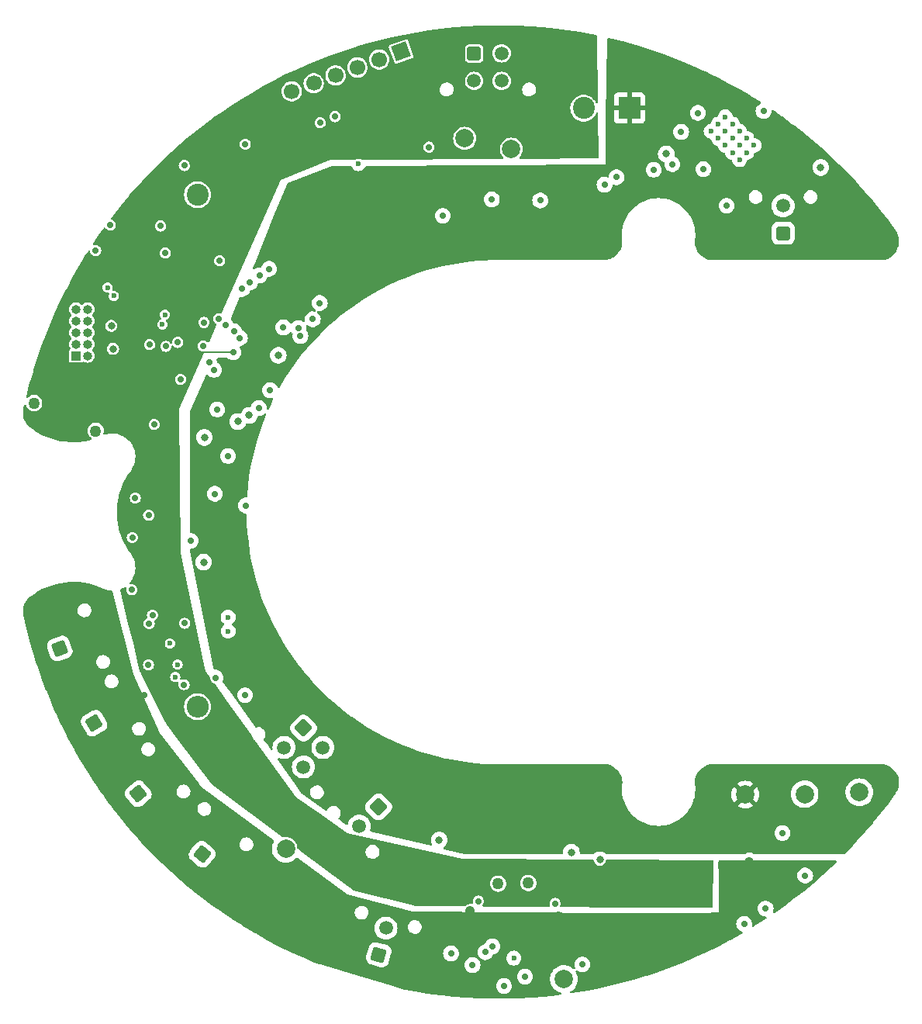
<source format=gbr>
G04 #@! TF.GenerationSoftware,KiCad,Pcbnew,7.0.10*
G04 #@! TF.CreationDate,2024-08-19T09:51:56-07:00*
G04 #@! TF.ProjectId,LCP_PowerControl,4c43505f-506f-4776-9572-436f6e74726f,rev?*
G04 #@! TF.SameCoordinates,Original*
G04 #@! TF.FileFunction,Copper,L3,Inr*
G04 #@! TF.FilePolarity,Positive*
%FSLAX46Y46*%
G04 Gerber Fmt 4.6, Leading zero omitted, Abs format (unit mm)*
G04 Created by KiCad (PCBNEW 7.0.10) date 2024-08-19 09:51:56*
%MOMM*%
%LPD*%
G01*
G04 APERTURE LIST*
G04 Aperture macros list*
%AMRoundRect*
0 Rectangle with rounded corners*
0 $1 Rounding radius*
0 $2 $3 $4 $5 $6 $7 $8 $9 X,Y pos of 4 corners*
0 Add a 4 corners polygon primitive as box body*
4,1,4,$2,$3,$4,$5,$6,$7,$8,$9,$2,$3,0*
0 Add four circle primitives for the rounded corners*
1,1,$1+$1,$2,$3*
1,1,$1+$1,$4,$5*
1,1,$1+$1,$6,$7*
1,1,$1+$1,$8,$9*
0 Add four rect primitives between the rounded corners*
20,1,$1+$1,$2,$3,$4,$5,0*
20,1,$1+$1,$4,$5,$6,$7,0*
20,1,$1+$1,$6,$7,$8,$9,0*
20,1,$1+$1,$8,$9,$2,$3,0*%
%AMHorizOval*
0 Thick line with rounded ends*
0 $1 width*
0 $2 $3 position (X,Y) of the first rounded end (center of the circle)*
0 $4 $5 position (X,Y) of the second rounded end (center of the circle)*
0 Add line between two ends*
20,1,$1,$2,$3,$4,$5,0*
0 Add two circle primitives to create the rounded ends*
1,1,$1,$2,$3*
1,1,$1,$4,$5*%
%AMRotRect*
0 Rectangle, with rotation*
0 The origin of the aperture is its center*
0 $1 length*
0 $2 width*
0 $3 Rotation angle, in degrees counterclockwise*
0 Add horizontal line*
21,1,$1,$2,0,0,$3*%
G04 Aperture macros list end*
G04 #@! TA.AperFunction,ComponentPad*
%ADD10RoundRect,0.250000X0.683013X-0.183013X0.183013X0.683013X-0.683013X0.183013X-0.183013X-0.683013X0*%
G04 #@! TD*
G04 #@! TA.AperFunction,ComponentPad*
%ADD11C,1.500000*%
G04 #@! TD*
G04 #@! TA.AperFunction,ComponentPad*
%ADD12R,1.000000X1.000000*%
G04 #@! TD*
G04 #@! TA.AperFunction,ComponentPad*
%ADD13O,1.000000X1.000000*%
G04 #@! TD*
G04 #@! TA.AperFunction,ComponentPad*
%ADD14RoundRect,0.250000X0.640856X-0.298836X0.298836X0.640856X-0.640856X0.298836X-0.298836X-0.640856X0*%
G04 #@! TD*
G04 #@! TA.AperFunction,ComponentPad*
%ADD15RoundRect,0.250000X0.704416X0.061628X-0.061628X0.704416X-0.704416X-0.061628X0.061628X-0.704416X0*%
G04 #@! TD*
G04 #@! TA.AperFunction,ComponentPad*
%ADD16RoundRect,0.250000X0.500000X0.500000X-0.500000X0.500000X-0.500000X-0.500000X0.500000X-0.500000X0*%
G04 #@! TD*
G04 #@! TA.AperFunction,ComponentPad*
%ADD17C,2.000000*%
G04 #@! TD*
G04 #@! TA.AperFunction,ComponentPad*
%ADD18RoundRect,0.250000X0.704416X-0.061628X0.061628X0.704416X-0.704416X0.061628X-0.061628X-0.704416X0*%
G04 #@! TD*
G04 #@! TA.AperFunction,ComponentPad*
%ADD19RoundRect,0.250001X-0.499999X-0.499999X0.499999X-0.499999X0.499999X0.499999X-0.499999X0.499999X0*%
G04 #@! TD*
G04 #@! TA.AperFunction,ComponentPad*
%ADD20C,0.600000*%
G04 #@! TD*
G04 #@! TA.AperFunction,ComponentPad*
%ADD21C,2.010000*%
G04 #@! TD*
G04 #@! TA.AperFunction,ComponentPad*
%ADD22RoundRect,0.250001X-0.707105X0.000000X0.000000X-0.707105X0.707105X0.000000X0.000000X0.707105X0*%
G04 #@! TD*
G04 #@! TA.AperFunction,ComponentPad*
%ADD23C,2.400000*%
G04 #@! TD*
G04 #@! TA.AperFunction,ComponentPad*
%ADD24O,2.400000X2.400000*%
G04 #@! TD*
G04 #@! TA.AperFunction,ComponentPad*
%ADD25RotRect,1.700000X1.700000X290.000000*%
G04 #@! TD*
G04 #@! TA.AperFunction,ComponentPad*
%ADD26HorizOval,1.700000X0.000000X0.000000X0.000000X0.000000X0*%
G04 #@! TD*
G04 #@! TA.AperFunction,ComponentPad*
%ADD27RoundRect,0.250000X0.612372X0.353553X-0.353553X0.612372X-0.612372X-0.353553X0.353553X-0.612372X0*%
G04 #@! TD*
G04 #@! TA.AperFunction,ComponentPad*
%ADD28R,2.400000X2.400000*%
G04 #@! TD*
G04 #@! TA.AperFunction,ViaPad*
%ADD29C,0.600000*%
G04 #@! TD*
G04 #@! TA.AperFunction,ViaPad*
%ADD30C,0.700000*%
G04 #@! TD*
G04 #@! TA.AperFunction,ViaPad*
%ADD31C,1.270000*%
G04 #@! TD*
G04 #@! TA.AperFunction,ViaPad*
%ADD32C,0.800000*%
G04 #@! TD*
G04 #@! TA.AperFunction,Conductor*
%ADD33C,0.203200*%
G04 #@! TD*
G04 #@! TA.AperFunction,Conductor*
%ADD34C,0.508000*%
G04 #@! TD*
G04 #@! TA.AperFunction,Conductor*
%ADD35C,1.016000*%
G04 #@! TD*
G04 APERTURE END LIST*
D10*
X77927200Y-121869200D03*
D11*
X80525276Y-120369200D03*
D12*
X75960000Y-81770000D03*
D13*
X77230000Y-81770000D03*
X75960000Y-80500000D03*
X77230000Y-80500000D03*
X75960000Y-79230000D03*
X77230000Y-79230000D03*
X75960000Y-77960000D03*
X77230000Y-77960000D03*
X75960000Y-76690000D03*
X77230000Y-76690000D03*
D14*
X74193400Y-113715800D03*
D11*
X77012478Y-112689740D03*
D15*
X89738200Y-136169400D03*
D11*
X91666563Y-133871267D03*
D16*
X153162000Y-68389500D03*
D11*
X153162000Y-65389500D03*
D17*
X161480500Y-129413000D03*
X149034500Y-129667000D03*
X103187500Y-140843000D03*
D18*
X82753200Y-129565400D03*
D11*
X85051333Y-127637037D03*
D17*
X129222500Y-149796500D03*
D19*
X119430800Y-48768000D03*
D11*
X122430800Y-48768000D03*
X119430800Y-51768000D03*
X122430800Y-51768000D03*
D20*
X145304048Y-57261183D03*
X146081865Y-58039000D03*
X146859683Y-58816817D03*
X147637500Y-59594635D03*
X148415317Y-60372452D03*
X146081865Y-56483365D03*
X146859683Y-57261183D03*
X147637500Y-58039000D03*
X148415317Y-58816817D03*
X149193135Y-59594635D03*
X146859683Y-55705548D03*
X147637500Y-56483365D03*
X148415317Y-57261183D03*
X149193135Y-58039000D03*
X149970952Y-58816817D03*
D21*
X118394800Y-58032800D03*
X123494800Y-59232800D03*
X97663000Y-140652500D03*
X98863000Y-135552500D03*
D17*
X155511500Y-129603500D03*
D22*
X109000000Y-131000000D03*
D11*
X106878680Y-133121320D03*
D23*
X89217500Y-64198500D03*
D24*
X89217500Y-120078500D03*
D25*
X111455200Y-48564800D03*
D26*
X109068381Y-49433531D03*
X106681561Y-50302262D03*
X104294742Y-51170993D03*
X101907923Y-52039725D03*
X99521104Y-52908456D03*
D27*
X109016800Y-147142200D03*
D11*
X109793257Y-144244423D03*
D28*
X136390000Y-54740000D03*
D23*
X131390000Y-54740000D03*
D22*
X100800000Y-122400000D03*
D11*
X102921320Y-124521320D03*
X98678680Y-124521320D03*
X100800000Y-126642641D03*
D29*
X86090000Y-88090000D03*
D30*
X119888000Y-141287500D03*
X128270000Y-141541500D03*
X87757000Y-117665500D03*
D31*
X78105000Y-89979500D03*
D29*
X86212500Y-113155000D03*
X86212500Y-113155000D03*
D30*
X91634483Y-71400320D03*
X131254500Y-148209000D03*
X155575000Y-138493500D03*
D32*
X157276800Y-61214000D03*
X79818251Y-78506989D03*
D29*
X123761500Y-147510500D03*
D31*
X71374000Y-86931500D03*
D30*
X153098500Y-133858000D03*
X91376500Y-87630000D03*
X82042000Y-107315000D03*
X122682000Y-150558500D03*
D29*
X86212500Y-113155000D03*
D30*
X148907500Y-143764000D03*
X116903500Y-147002500D03*
D32*
X133159500Y-136779000D03*
X89979500Y-90678000D03*
X130048000Y-135953500D03*
X98042039Y-81718130D03*
D30*
X121361200Y-64719200D03*
D29*
X86212500Y-113155000D03*
D30*
X91186000Y-116903500D03*
X147002500Y-65405000D03*
X94437200Y-58674000D03*
D32*
X89890590Y-104300068D03*
X115620800Y-134620000D03*
D30*
X82105500Y-101600000D03*
X98602800Y-78689200D03*
D32*
X80010000Y-81020000D03*
D29*
X92577289Y-111830000D03*
D30*
X119253000Y-148272500D03*
X89923910Y-78134148D03*
X124968000Y-149542500D03*
X129349500Y-131318000D03*
X130873500Y-131318000D03*
X121412000Y-146240500D03*
D31*
X121663600Y-132717400D03*
D30*
X121920000Y-134747000D03*
D31*
X125727600Y-132717400D03*
X153162000Y-56642000D03*
D30*
X118237000Y-131445000D03*
X116586000Y-131445000D03*
X151028400Y-55067200D03*
D32*
X140411200Y-59740800D03*
D30*
X93154500Y-81407000D03*
X126644400Y-64820800D03*
X83439000Y-68326000D03*
D32*
X140652500Y-141224000D03*
X143510000Y-141224000D03*
X80781817Y-78089801D03*
X138557000Y-141224000D03*
D30*
X97000000Y-64000000D03*
D29*
X88590000Y-78010000D03*
D32*
X133413500Y-140208000D03*
D31*
X80708500Y-86931500D03*
D30*
X87934800Y-67259200D03*
D29*
X86868000Y-99949000D03*
D32*
X129489200Y-59791600D03*
D30*
X92571445Y-72145066D03*
X87782400Y-61010800D03*
X119189500Y-143954500D03*
X118999000Y-142367000D03*
X128587500Y-142938500D03*
X128651000Y-144335500D03*
X149479000Y-137033000D03*
X83439000Y-118808500D03*
X133667500Y-143573500D03*
X120650000Y-146862800D03*
D31*
X125349000Y-139319000D03*
X122047000Y-139382500D03*
D30*
X78105000Y-70294500D03*
X79692500Y-67500500D03*
X85699600Y-70561200D03*
X85191600Y-67614800D03*
X84312500Y-110075379D03*
X102616000Y-56337200D03*
X104241600Y-55676800D03*
D29*
X106800000Y-60800000D03*
D30*
X94425114Y-118830604D03*
D32*
X94869000Y-88265000D03*
D30*
X87071200Y-80314800D03*
D32*
X93628888Y-88939703D03*
D30*
X85762340Y-80745840D03*
X92563990Y-92710000D03*
D29*
X92563990Y-110301138D03*
D30*
X83988491Y-80552205D03*
X100463212Y-79632188D03*
X142036800Y-57353200D03*
X93228678Y-79112235D03*
D29*
X79390000Y-74320000D03*
X80090000Y-75240000D03*
X85657835Y-77290256D03*
D30*
X94100051Y-74472800D03*
X82433445Y-97295025D03*
X94488000Y-98107500D03*
X84487510Y-89269385D03*
X91122500Y-96837500D03*
X83883500Y-99187000D03*
X88455500Y-101981000D03*
X91541600Y-77724000D03*
X101808950Y-77783540D03*
X143865600Y-55270400D03*
X92303600Y-78435200D03*
X100228400Y-78740000D03*
X134984905Y-62280894D03*
X87377987Y-84338523D03*
X94945200Y-73761600D03*
X102574073Y-76012599D03*
X133663600Y-63099291D03*
X139039600Y-61468000D03*
X95910400Y-87477600D03*
X91033600Y-83312000D03*
X144466666Y-61408666D03*
X114500000Y-59000000D03*
X93853000Y-79819500D03*
X96000000Y-73000000D03*
X89850545Y-80706545D03*
X141080783Y-60863990D03*
X97155000Y-85534500D03*
X90482445Y-82455713D03*
D29*
X85390000Y-78350000D03*
D30*
X97028000Y-72288400D03*
X116000000Y-66500000D03*
X151257000Y-142113000D03*
D29*
X86792261Y-116822359D03*
X87051473Y-115469801D03*
D30*
X87829992Y-110970004D03*
X83947000Y-110998000D03*
X83870439Y-115518839D03*
D33*
X93154500Y-81407000D02*
X89154000Y-81407000D01*
D34*
X83439000Y-118808500D02*
X83014736Y-118808500D01*
D35*
X128587500Y-142938500D02*
X128587500Y-144272000D01*
X149479000Y-137033000D02*
X149479000Y-137642600D01*
X128587500Y-144272000D02*
X128651000Y-144335500D01*
D34*
X83014736Y-118808500D02*
X82544836Y-119278400D01*
D35*
X118999000Y-143764000D02*
X119189500Y-143954500D01*
X118999000Y-142367000D02*
X118999000Y-143764000D01*
D33*
X99631500Y-146190217D02*
X99631500Y-145859500D01*
G04 #@! TA.AperFunction,Conductor*
G36*
X122793309Y-45711261D02*
G01*
X124180337Y-45747214D01*
X124183540Y-45747340D01*
X125569103Y-45819588D01*
X125572354Y-45819800D01*
X126955515Y-45928293D01*
X126958793Y-45928593D01*
X128338683Y-46073261D01*
X128341852Y-46073634D01*
X129659470Y-46246013D01*
X129662462Y-46246443D01*
X130975405Y-46451815D01*
X130978423Y-46452326D01*
X132285785Y-46690549D01*
X132288815Y-46691140D01*
X132768260Y-46790984D01*
X132830872Y-46824455D01*
X132865450Y-46886462D01*
X132868561Y-46912669D01*
X132963817Y-54104474D01*
X132944719Y-54172854D01*
X132891684Y-54220053D01*
X132821550Y-54231087D01*
X132756584Y-54202452D01*
X132722441Y-54156758D01*
X132673579Y-54045362D01*
X132579524Y-53901400D01*
X132541739Y-53843565D01*
X132378488Y-53666227D01*
X132365014Y-53655740D01*
X132307691Y-53611123D01*
X132188265Y-53518169D01*
X132140631Y-53492391D01*
X131976268Y-53403443D01*
X131976265Y-53403442D01*
X131976264Y-53403441D01*
X131748286Y-53325176D01*
X131748279Y-53325174D01*
X131646524Y-53308194D01*
X131510523Y-53285500D01*
X131269477Y-53285500D01*
X131150491Y-53305355D01*
X131031720Y-53325174D01*
X131031713Y-53325176D01*
X130803735Y-53403441D01*
X130803732Y-53403443D01*
X130591734Y-53518169D01*
X130401511Y-53666227D01*
X130238260Y-53843565D01*
X130106420Y-54045362D01*
X130009595Y-54266102D01*
X130009593Y-54266106D01*
X129950421Y-54499767D01*
X129950420Y-54499773D01*
X129930515Y-54740000D01*
X129950420Y-54980226D01*
X129950421Y-54980232D01*
X130009593Y-55213893D01*
X130009595Y-55213897D01*
X130106420Y-55434637D01*
X130238260Y-55636434D01*
X130401511Y-55813772D01*
X130401516Y-55813776D01*
X130401518Y-55813778D01*
X130428278Y-55834606D01*
X130567717Y-55943137D01*
X130591737Y-55961832D01*
X130803732Y-56076557D01*
X131031718Y-56154825D01*
X131269477Y-56194500D01*
X131269481Y-56194500D01*
X131510519Y-56194500D01*
X131510523Y-56194500D01*
X131748282Y-56154825D01*
X131976268Y-56076557D01*
X132188263Y-55961832D01*
X132378482Y-55813778D01*
X132457922Y-55727484D01*
X132541739Y-55636434D01*
X132618467Y-55518993D01*
X132673579Y-55434638D01*
X132738741Y-55286082D01*
X132784420Y-55231736D01*
X132852232Y-55210712D01*
X132920646Y-55229688D01*
X132967941Y-55282638D01*
X132980116Y-55335029D01*
X133043517Y-60121793D01*
X133024419Y-60190173D01*
X132971384Y-60237372D01*
X132918183Y-60249460D01*
X124520522Y-60293122D01*
X124452298Y-60273475D01*
X124405527Y-60220061D01*
X124395058Y-60149841D01*
X124424215Y-60085108D01*
X124430760Y-60078040D01*
X124463318Y-60045483D01*
X124589725Y-59864956D01*
X124682864Y-59665220D01*
X124739903Y-59452345D01*
X124759111Y-59232800D01*
X124739903Y-59013255D01*
X124736703Y-59001314D01*
X124694068Y-58842194D01*
X124682864Y-58800380D01*
X124589725Y-58600645D01*
X124499626Y-58471970D01*
X124463324Y-58420125D01*
X124463320Y-58420120D01*
X124463318Y-58420117D01*
X124307483Y-58264282D01*
X124290435Y-58252345D01*
X124258309Y-58229850D01*
X124126956Y-58137875D01*
X123927220Y-58044736D01*
X123927218Y-58044735D01*
X123714348Y-57987697D01*
X123494800Y-57968489D01*
X123275251Y-57987697D01*
X123062381Y-58044735D01*
X123062377Y-58044737D01*
X122862647Y-58137873D01*
X122862644Y-58137875D01*
X122682125Y-58264275D01*
X122682114Y-58264284D01*
X122526284Y-58420114D01*
X122526275Y-58420125D01*
X122399875Y-58600644D01*
X122399873Y-58600647D01*
X122306737Y-58800377D01*
X122306735Y-58800381D01*
X122249697Y-59013251D01*
X122230489Y-59232800D01*
X122249697Y-59452348D01*
X122306735Y-59665218D01*
X122306736Y-59665220D01*
X122399875Y-59864956D01*
X122526282Y-60045483D01*
X122569432Y-60088633D01*
X122603456Y-60150942D01*
X122598392Y-60221758D01*
X122555846Y-60278594D01*
X122489326Y-60303406D01*
X122480991Y-60303725D01*
X107211006Y-60383119D01*
X107142782Y-60363472D01*
X107133647Y-60357083D01*
X107079647Y-60315647D01*
X107079643Y-60315645D01*
X106944754Y-60259772D01*
X106944752Y-60259771D01*
X106800000Y-60240715D01*
X106655247Y-60259771D01*
X106609806Y-60278594D01*
X106520358Y-60315645D01*
X106520357Y-60315646D01*
X106520351Y-60315649D01*
X106460753Y-60361380D01*
X106394532Y-60386980D01*
X106384705Y-60387415D01*
X103733602Y-60401199D01*
X103733599Y-60401200D01*
X98348799Y-62585600D01*
X91895485Y-77083455D01*
X91849510Y-77137554D01*
X91781585Y-77158210D01*
X91732158Y-77148626D01*
X91699404Y-77135059D01*
X91541600Y-77114284D01*
X91383793Y-77135060D01*
X91236742Y-77195968D01*
X91110465Y-77292865D01*
X91013568Y-77419142D01*
X90952660Y-77566193D01*
X90931884Y-77724000D01*
X90952660Y-77881806D01*
X91013568Y-78028857D01*
X91110465Y-78155134D01*
X91236743Y-78252031D01*
X91243897Y-78256162D01*
X91242870Y-78257939D01*
X91289545Y-78295549D01*
X91311969Y-78362911D01*
X91301160Y-78418653D01*
X90489789Y-80241458D01*
X90443814Y-80295558D01*
X90375889Y-80316213D01*
X90307579Y-80296867D01*
X90285583Y-80279314D01*
X90281680Y-80275411D01*
X90155402Y-80178513D01*
X90008351Y-80117605D01*
X89850545Y-80096829D01*
X89692738Y-80117605D01*
X89545687Y-80178513D01*
X89419410Y-80275410D01*
X89322513Y-80401687D01*
X89261605Y-80548738D01*
X89240829Y-80706545D01*
X89261605Y-80864351D01*
X89322513Y-81011402D01*
X89419410Y-81137679D01*
X89545687Y-81234576D01*
X89638417Y-81272984D01*
X89692739Y-81295485D01*
X89835194Y-81314239D01*
X89900119Y-81342961D01*
X89939211Y-81402226D01*
X89940056Y-81473218D01*
X89933857Y-81490400D01*
X87223600Y-87579200D01*
X87223599Y-87579202D01*
X87375999Y-103276394D01*
X87375999Y-103276395D01*
X87376000Y-103276400D01*
X89884220Y-115074324D01*
X90119200Y-116179600D01*
X90556865Y-116790088D01*
X90580300Y-116857106D01*
X90579384Y-116879945D01*
X90576284Y-116903496D01*
X90576284Y-116903499D01*
X90576284Y-116903500D01*
X90584659Y-116967111D01*
X90597060Y-117061306D01*
X90657968Y-117208357D01*
X90754865Y-117334634D01*
X90881143Y-117431531D01*
X91035824Y-117495601D01*
X91034914Y-117497797D01*
X91085120Y-117528388D01*
X91094302Y-117539742D01*
X92416373Y-119383862D01*
X95125025Y-123162085D01*
X95146707Y-123213617D01*
X95159167Y-123284276D01*
X95159168Y-123284280D01*
X95229585Y-123447522D01*
X95335743Y-123590116D01*
X95335745Y-123590117D01*
X95335746Y-123590119D01*
X95367537Y-123616795D01*
X95471932Y-123704394D01*
X95509616Y-123723319D01*
X95555472Y-123762503D01*
X100025197Y-129997197D01*
X100025202Y-129997202D01*
X102598829Y-131791657D01*
X105562400Y-133858000D01*
X106670554Y-134108228D01*
X106679371Y-134110559D01*
X106681766Y-134111286D01*
X106687840Y-134112494D01*
X106687839Y-134112497D01*
X106693508Y-134113411D01*
X118160800Y-136702800D01*
X132386195Y-136755584D01*
X132454237Y-136775838D01*
X132500530Y-136829665D01*
X132510804Y-136866395D01*
X132519349Y-136936779D01*
X132567947Y-137064919D01*
X132575713Y-137085395D01*
X132666002Y-137216201D01*
X132784971Y-137321599D01*
X132784972Y-137321599D01*
X132784974Y-137321601D01*
X132836190Y-137348481D01*
X132925707Y-137395463D01*
X133080029Y-137433500D01*
X133080030Y-137433500D01*
X133238970Y-137433500D01*
X133238971Y-137433500D01*
X133393293Y-137395463D01*
X133534029Y-137321599D01*
X133652998Y-137216201D01*
X133743287Y-137085395D01*
X133799649Y-136936782D01*
X133807498Y-136872134D01*
X133835564Y-136806924D01*
X133894431Y-136767237D01*
X133933046Y-136761324D01*
X145415233Y-136803929D01*
X145483277Y-136824184D01*
X145529570Y-136878011D01*
X145540757Y-136931163D01*
X145492423Y-141861235D01*
X145471754Y-141929157D01*
X145417645Y-141975121D01*
X145366429Y-141986000D01*
X135077640Y-141986000D01*
X135076767Y-141985997D01*
X128945483Y-141943516D01*
X128877502Y-141923042D01*
X128831382Y-141869066D01*
X128821766Y-141798724D01*
X128829945Y-141769305D01*
X128858940Y-141699306D01*
X128879716Y-141541500D01*
X128858940Y-141383694D01*
X128817918Y-141284656D01*
X128798031Y-141236642D01*
X128701134Y-141110365D01*
X128574857Y-141013468D01*
X128427806Y-140952560D01*
X128270000Y-140931784D01*
X128112193Y-140952560D01*
X127965142Y-141013468D01*
X127838865Y-141110365D01*
X127741968Y-141236642D01*
X127681060Y-141383693D01*
X127660284Y-141541500D01*
X127681059Y-141699304D01*
X127706160Y-141759904D01*
X127713748Y-141830493D01*
X127681967Y-141893980D01*
X127620909Y-141930207D01*
X127588877Y-141934117D01*
X120446387Y-141884631D01*
X120378407Y-141864157D01*
X120332286Y-141810181D01*
X120322670Y-141739839D01*
X120347296Y-141681932D01*
X120416030Y-141592358D01*
X120476940Y-141445306D01*
X120497716Y-141287500D01*
X120476940Y-141129694D01*
X120448766Y-141061674D01*
X120416031Y-140982642D01*
X120319134Y-140856365D01*
X120192857Y-140759468D01*
X120045806Y-140698560D01*
X119888000Y-140677784D01*
X119730193Y-140698560D01*
X119583142Y-140759468D01*
X119456865Y-140856365D01*
X119359968Y-140982642D01*
X119299060Y-141129693D01*
X119278284Y-141287500D01*
X119299059Y-141445304D01*
X119299533Y-141446447D01*
X119299645Y-141447490D01*
X119301197Y-141453282D01*
X119300293Y-141453524D01*
X119307118Y-141517038D01*
X119275335Y-141580523D01*
X119214275Y-141616747D01*
X119146986Y-141615366D01*
X119132309Y-141610972D01*
X118954367Y-141600608D01*
X118954364Y-141600608D01*
X118954363Y-141600608D01*
X118778824Y-141631560D01*
X118778823Y-141631560D01*
X118778819Y-141631561D01*
X118778818Y-141631561D01*
X118615160Y-141702156D01*
X118615159Y-141702157D01*
X118615155Y-141702160D01*
X118593027Y-141718634D01*
X118472177Y-141808603D01*
X118458267Y-141825180D01*
X118399156Y-141864504D01*
X118360875Y-141870182D01*
X113095980Y-141833705D01*
X113066081Y-141829893D01*
X112825495Y-141769301D01*
X106247361Y-140112585D01*
X106202535Y-140091201D01*
X105257600Y-139382500D01*
X121152600Y-139382500D01*
X121171001Y-139557575D01*
X121172146Y-139568461D01*
X121229922Y-139746279D01*
X121229928Y-139746291D01*
X121323410Y-139908209D01*
X121323414Y-139908215D01*
X121448527Y-140047167D01*
X121599795Y-140157070D01*
X121599797Y-140157071D01*
X121599800Y-140157073D01*
X121770615Y-140233125D01*
X121914634Y-140263736D01*
X121953509Y-140272000D01*
X121953510Y-140272000D01*
X122140491Y-140272000D01*
X122172551Y-140265185D01*
X122323385Y-140233125D01*
X122494200Y-140157073D01*
X122645470Y-140047169D01*
X122669623Y-140020345D01*
X122770585Y-139908215D01*
X122770589Y-139908209D01*
X122860532Y-139752421D01*
X122864075Y-139746285D01*
X122921855Y-139568456D01*
X122941400Y-139382500D01*
X122934726Y-139319000D01*
X124454600Y-139319000D01*
X124474146Y-139504961D01*
X124531922Y-139682779D01*
X124531928Y-139682791D01*
X124625410Y-139844709D01*
X124625414Y-139844715D01*
X124750527Y-139983667D01*
X124901795Y-140093570D01*
X124901797Y-140093571D01*
X124901800Y-140093573D01*
X125072615Y-140169625D01*
X125216634Y-140200236D01*
X125255509Y-140208500D01*
X125255510Y-140208500D01*
X125442491Y-140208500D01*
X125474551Y-140201685D01*
X125625385Y-140169625D01*
X125796200Y-140093573D01*
X125947470Y-139983669D01*
X126042322Y-139878326D01*
X126072585Y-139844715D01*
X126072589Y-139844709D01*
X126129417Y-139746279D01*
X126166075Y-139682785D01*
X126223855Y-139504956D01*
X126243400Y-139319000D01*
X126223855Y-139133044D01*
X126186709Y-139018720D01*
X126166077Y-138955220D01*
X126166071Y-138955208D01*
X126072589Y-138793290D01*
X126072585Y-138793284D01*
X125947472Y-138654332D01*
X125796204Y-138544429D01*
X125768007Y-138531875D01*
X125625385Y-138468375D01*
X125442491Y-138429500D01*
X125442490Y-138429500D01*
X125255510Y-138429500D01*
X125255509Y-138429500D01*
X125072614Y-138468375D01*
X124901795Y-138544429D01*
X124750527Y-138654332D01*
X124625414Y-138793284D01*
X124625410Y-138793290D01*
X124531928Y-138955208D01*
X124531922Y-138955220D01*
X124474146Y-139133038D01*
X124474145Y-139133042D01*
X124474145Y-139133044D01*
X124467471Y-139196544D01*
X124454600Y-139319000D01*
X122934726Y-139319000D01*
X122921855Y-139196544D01*
X122901221Y-139133038D01*
X122864077Y-139018720D01*
X122864071Y-139018708D01*
X122770589Y-138856790D01*
X122770585Y-138856784D01*
X122645472Y-138717832D01*
X122494204Y-138607929D01*
X122323385Y-138531875D01*
X122140491Y-138493000D01*
X122140490Y-138493000D01*
X121953510Y-138493000D01*
X121953509Y-138493000D01*
X121770614Y-138531875D01*
X121599795Y-138607929D01*
X121448527Y-138717832D01*
X121323414Y-138856784D01*
X121323410Y-138856790D01*
X121229928Y-139018708D01*
X121229922Y-139018720D01*
X121172146Y-139196538D01*
X121172145Y-139196542D01*
X121172145Y-139196544D01*
X121152600Y-139382500D01*
X105257600Y-139382500D01*
X100683388Y-135951841D01*
X107570938Y-135951841D01*
X107601809Y-136126920D01*
X107659169Y-136259895D01*
X107672226Y-136290163D01*
X107778384Y-136432757D01*
X107778386Y-136432758D01*
X107778387Y-136432760D01*
X107825872Y-136472605D01*
X107914571Y-136547033D01*
X107914572Y-136547033D01*
X107914574Y-136547035D01*
X108073443Y-136626822D01*
X108246430Y-136667821D01*
X108246432Y-136667821D01*
X108379615Y-136667821D01*
X108458983Y-136658543D01*
X108511897Y-136652359D01*
X108678955Y-136591555D01*
X108827488Y-136493864D01*
X108949487Y-136364552D01*
X109038377Y-136210590D01*
X109089365Y-136040279D01*
X109099702Y-135862801D01*
X109068831Y-135687722D01*
X108998416Y-135524483D01*
X108998413Y-135524480D01*
X108998413Y-135524478D01*
X108892255Y-135381884D01*
X108888614Y-135378829D01*
X108819434Y-135320779D01*
X108756068Y-135267608D01*
X108642870Y-135210758D01*
X108597197Y-135187820D01*
X108424210Y-135146821D01*
X108291028Y-135146821D01*
X108291025Y-135146821D01*
X108158744Y-135162282D01*
X107991687Y-135223086D01*
X107843150Y-135320779D01*
X107843149Y-135320780D01*
X107721154Y-135450088D01*
X107721151Y-135450092D01*
X107632265Y-135604045D01*
X107632263Y-135604051D01*
X107632263Y-135604052D01*
X107587137Y-135754785D01*
X107581275Y-135774364D01*
X107571412Y-135943707D01*
X107570938Y-135951841D01*
X100683388Y-135951841D01*
X100170668Y-135567301D01*
X100128173Y-135510427D01*
X100120748Y-135477488D01*
X100108103Y-135332955D01*
X100104840Y-135320779D01*
X100051064Y-135120081D01*
X100051064Y-135120080D01*
X99957925Y-134920345D01*
X99876315Y-134803794D01*
X99831524Y-134739825D01*
X99831520Y-134739820D01*
X99831518Y-134739817D01*
X99675683Y-134583982D01*
X99495156Y-134457575D01*
X99295420Y-134364436D01*
X99295418Y-134364435D01*
X99082548Y-134307397D01*
X98863000Y-134288189D01*
X98643455Y-134307397D01*
X98643452Y-134307397D01*
X98643449Y-134307398D01*
X98643446Y-134307398D01*
X98590166Y-134321674D01*
X98519190Y-134319983D01*
X98481957Y-134300767D01*
X90793743Y-128534607D01*
X90768921Y-128509908D01*
X87040641Y-123590116D01*
X85858917Y-122030728D01*
X85846842Y-122011375D01*
X85546044Y-121415056D01*
X84871852Y-120078500D01*
X87758015Y-120078500D01*
X87777920Y-120318726D01*
X87777921Y-120318732D01*
X87837093Y-120552393D01*
X87837095Y-120552397D01*
X87933920Y-120773137D01*
X88065760Y-120974934D01*
X88229011Y-121152272D01*
X88229016Y-121152276D01*
X88229018Y-121152278D01*
X88419237Y-121300332D01*
X88631232Y-121415057D01*
X88859218Y-121493325D01*
X89096977Y-121533000D01*
X89096981Y-121533000D01*
X89338019Y-121533000D01*
X89338023Y-121533000D01*
X89575782Y-121493325D01*
X89803768Y-121415057D01*
X90015763Y-121300332D01*
X90205982Y-121152278D01*
X90369239Y-120974934D01*
X90501079Y-120773138D01*
X90597906Y-120552394D01*
X90626053Y-120441244D01*
X90657078Y-120318732D01*
X90657079Y-120318726D01*
X90657080Y-120318723D01*
X90676985Y-120078500D01*
X90657080Y-119838277D01*
X90657079Y-119838273D01*
X90657078Y-119838267D01*
X90597906Y-119604606D01*
X90597904Y-119604602D01*
X90516730Y-119419544D01*
X90501079Y-119383862D01*
X90484597Y-119358634D01*
X90369239Y-119182065D01*
X90205988Y-119004727D01*
X90015765Y-118856669D01*
X89987769Y-118841518D01*
X89803768Y-118741943D01*
X89803765Y-118741942D01*
X89803764Y-118741941D01*
X89575786Y-118663676D01*
X89575779Y-118663674D01*
X89474024Y-118646694D01*
X89338023Y-118624000D01*
X89096977Y-118624000D01*
X88977991Y-118643855D01*
X88859220Y-118663674D01*
X88859213Y-118663676D01*
X88631235Y-118741941D01*
X88631232Y-118741943D01*
X88419234Y-118856669D01*
X88229011Y-119004727D01*
X88065760Y-119182065D01*
X87933920Y-119383862D01*
X87837095Y-119604602D01*
X87837093Y-119604606D01*
X87777921Y-119838267D01*
X87777920Y-119838273D01*
X87758015Y-120078500D01*
X84871852Y-120078500D01*
X83229374Y-116822359D01*
X86232976Y-116822359D01*
X86252032Y-116967111D01*
X86307905Y-117102000D01*
X86307910Y-117102008D01*
X86396786Y-117217833D01*
X86448076Y-117257189D01*
X86512618Y-117306714D01*
X86647507Y-117362587D01*
X86792261Y-117381644D01*
X86937015Y-117362587D01*
X87007431Y-117333419D01*
X87078017Y-117325830D01*
X87141505Y-117357608D01*
X87177733Y-117418666D01*
X87175200Y-117489617D01*
X87172058Y-117498042D01*
X87168059Y-117507695D01*
X87147284Y-117665500D01*
X87168060Y-117823306D01*
X87228968Y-117970357D01*
X87325865Y-118096634D01*
X87452142Y-118193531D01*
X87544872Y-118231939D01*
X87599194Y-118254440D01*
X87757000Y-118275216D01*
X87914806Y-118254440D01*
X88007536Y-118216030D01*
X88061857Y-118193531D01*
X88188134Y-118096634D01*
X88285031Y-117970357D01*
X88322476Y-117879954D01*
X88345940Y-117823306D01*
X88366716Y-117665500D01*
X88345940Y-117507694D01*
X88323439Y-117453372D01*
X88285031Y-117360642D01*
X88188134Y-117234365D01*
X88061857Y-117137468D01*
X87914806Y-117076560D01*
X87757000Y-117055784D01*
X87599193Y-117076560D01*
X87502257Y-117116711D01*
X87431667Y-117124300D01*
X87368180Y-117092520D01*
X87331953Y-117031461D01*
X87332289Y-116975416D01*
X87331411Y-116975301D01*
X87332332Y-116968303D01*
X87332336Y-116967682D01*
X87332485Y-116967120D01*
X87332489Y-116967113D01*
X87351546Y-116822359D01*
X87347297Y-116790088D01*
X87332489Y-116677606D01*
X87329265Y-116669822D01*
X87276616Y-116542717D01*
X87187735Y-116426885D01*
X87187733Y-116426883D01*
X87187732Y-116426882D01*
X87071910Y-116338008D01*
X87071902Y-116338003D01*
X86937013Y-116282130D01*
X86792261Y-116263074D01*
X86647508Y-116282130D01*
X86580063Y-116310067D01*
X86512619Y-116338004D01*
X86512618Y-116338005D01*
X86512617Y-116338005D01*
X86396787Y-116426885D01*
X86307907Y-116542715D01*
X86307906Y-116542717D01*
X86287872Y-116591084D01*
X86252032Y-116677606D01*
X86232976Y-116822358D01*
X86232976Y-116822359D01*
X83229374Y-116822359D01*
X82962896Y-116294079D01*
X82952983Y-116267183D01*
X82931632Y-116179600D01*
X82770551Y-115518839D01*
X83260723Y-115518839D01*
X83281499Y-115676645D01*
X83342407Y-115823696D01*
X83439304Y-115949973D01*
X83565581Y-116046870D01*
X83658311Y-116085278D01*
X83712633Y-116107779D01*
X83870439Y-116128555D01*
X84028245Y-116107779D01*
X84120975Y-116069369D01*
X84175296Y-116046870D01*
X84301573Y-115949973D01*
X84398470Y-115823696D01*
X84422306Y-115766148D01*
X84459379Y-115676645D01*
X84480155Y-115518839D01*
X84473699Y-115469801D01*
X86492188Y-115469801D01*
X86511244Y-115614553D01*
X86567117Y-115749442D01*
X86567122Y-115749450D01*
X86655998Y-115865275D01*
X86771823Y-115954151D01*
X86771830Y-115954156D01*
X86906719Y-116010029D01*
X87051473Y-116029086D01*
X87196227Y-116010029D01*
X87331116Y-115954156D01*
X87446947Y-115865275D01*
X87535828Y-115749444D01*
X87591701Y-115614555D01*
X87610758Y-115469801D01*
X87591701Y-115325047D01*
X87535828Y-115190159D01*
X87446947Y-115074327D01*
X87446945Y-115074325D01*
X87446944Y-115074324D01*
X87331122Y-114985450D01*
X87331114Y-114985445D01*
X87196225Y-114929572D01*
X87051473Y-114910516D01*
X86906720Y-114929572D01*
X86839275Y-114957509D01*
X86771831Y-114985446D01*
X86771830Y-114985447D01*
X86771829Y-114985447D01*
X86655999Y-115074327D01*
X86567119Y-115190157D01*
X86567118Y-115190159D01*
X86557251Y-115213981D01*
X86511244Y-115325048D01*
X86492188Y-115469800D01*
X86492188Y-115469801D01*
X84473699Y-115469801D01*
X84459379Y-115361033D01*
X84436878Y-115306711D01*
X84398470Y-115213981D01*
X84301573Y-115087704D01*
X84175296Y-114990807D01*
X84028245Y-114929899D01*
X83870439Y-114909123D01*
X83712632Y-114929899D01*
X83565581Y-114990807D01*
X83439304Y-115087704D01*
X83342407Y-115213981D01*
X83281499Y-115361032D01*
X83260723Y-115518839D01*
X82770551Y-115518839D01*
X82194292Y-113155000D01*
X85653215Y-113155000D01*
X85672271Y-113299752D01*
X85728144Y-113434641D01*
X85728149Y-113434649D01*
X85817025Y-113550474D01*
X85932850Y-113639350D01*
X85932857Y-113639355D01*
X86067746Y-113695228D01*
X86212500Y-113714285D01*
X86357254Y-113695228D01*
X86492143Y-113639355D01*
X86607974Y-113550474D01*
X86696855Y-113434643D01*
X86752728Y-113299754D01*
X86771785Y-113155000D01*
X86752728Y-113010246D01*
X86696855Y-112875358D01*
X86607974Y-112759526D01*
X86607972Y-112759524D01*
X86607971Y-112759523D01*
X86492149Y-112670649D01*
X86492141Y-112670644D01*
X86357252Y-112614771D01*
X86212500Y-112595715D01*
X86067747Y-112614771D01*
X86000302Y-112642708D01*
X85932858Y-112670645D01*
X85932857Y-112670646D01*
X85932856Y-112670646D01*
X85817026Y-112759526D01*
X85728146Y-112875356D01*
X85728145Y-112875358D01*
X85700208Y-112942802D01*
X85672271Y-113010247D01*
X85653215Y-113154999D01*
X85653215Y-113155000D01*
X82194292Y-113155000D01*
X81668456Y-110998000D01*
X83337284Y-110998000D01*
X83358060Y-111155806D01*
X83418968Y-111302857D01*
X83515865Y-111429134D01*
X83642142Y-111526031D01*
X83734872Y-111564439D01*
X83789194Y-111586940D01*
X83947000Y-111607716D01*
X84104806Y-111586940D01*
X84197536Y-111548530D01*
X84251857Y-111526031D01*
X84378134Y-111429134D01*
X84475031Y-111302857D01*
X84497530Y-111248536D01*
X84535940Y-111155806D01*
X84556716Y-110998000D01*
X84553030Y-110970004D01*
X87220276Y-110970004D01*
X87241052Y-111127810D01*
X87301960Y-111274861D01*
X87398857Y-111401138D01*
X87525134Y-111498035D01*
X87617864Y-111536443D01*
X87672186Y-111558944D01*
X87829992Y-111579720D01*
X87987798Y-111558944D01*
X88080528Y-111520534D01*
X88134849Y-111498035D01*
X88261126Y-111401138D01*
X88358023Y-111274861D01*
X88380522Y-111220540D01*
X88418932Y-111127810D01*
X88439708Y-110970004D01*
X88418932Y-110812198D01*
X88377715Y-110712689D01*
X88358023Y-110665146D01*
X88261126Y-110538869D01*
X88134849Y-110441972D01*
X87987798Y-110381064D01*
X87829992Y-110360288D01*
X87672185Y-110381064D01*
X87525134Y-110441972D01*
X87398857Y-110538869D01*
X87301960Y-110665146D01*
X87241052Y-110812197D01*
X87220276Y-110970004D01*
X84553030Y-110970004D01*
X84535940Y-110840194D01*
X84512365Y-110783278D01*
X84504776Y-110712689D01*
X84536556Y-110649202D01*
X84580557Y-110618652D01*
X84617358Y-110603409D01*
X84743634Y-110506513D01*
X84771675Y-110469970D01*
X84840531Y-110380236D01*
X84877865Y-110290100D01*
X84901440Y-110233185D01*
X84922216Y-110075379D01*
X84901440Y-109917573D01*
X84872806Y-109848444D01*
X84840531Y-109770521D01*
X84743634Y-109644244D01*
X84617357Y-109547347D01*
X84470306Y-109486439D01*
X84312500Y-109465663D01*
X84154693Y-109486439D01*
X84007642Y-109547347D01*
X83881365Y-109644244D01*
X83784468Y-109770521D01*
X83723560Y-109917572D01*
X83702784Y-110075379D01*
X83723560Y-110233185D01*
X83747134Y-110290100D01*
X83754723Y-110360690D01*
X83722943Y-110424177D01*
X83678943Y-110454726D01*
X83642142Y-110469969D01*
X83515865Y-110566865D01*
X83418968Y-110693142D01*
X83358060Y-110840193D01*
X83337284Y-110998000D01*
X81668456Y-110998000D01*
X80781610Y-107360123D01*
X80784909Y-107289205D01*
X80826026Y-107231326D01*
X80854312Y-107214504D01*
X81046470Y-107132009D01*
X81273252Y-107000323D01*
X81342204Y-106983414D01*
X81409354Y-107006468D01*
X81453379Y-107062166D01*
X81460304Y-107132824D01*
X81453359Y-107156075D01*
X81453060Y-107157191D01*
X81432284Y-107315000D01*
X81453060Y-107472806D01*
X81513968Y-107619857D01*
X81610865Y-107746134D01*
X81737142Y-107843031D01*
X81829872Y-107881439D01*
X81884194Y-107903940D01*
X82042000Y-107924716D01*
X82199806Y-107903940D01*
X82292536Y-107865530D01*
X82346857Y-107843031D01*
X82473134Y-107746134D01*
X82570031Y-107619857D01*
X82592530Y-107565536D01*
X82630940Y-107472806D01*
X82651716Y-107315000D01*
X82630940Y-107157194D01*
X82591579Y-107062166D01*
X82570031Y-107010142D01*
X82473134Y-106883865D01*
X82346857Y-106786968D01*
X82199806Y-106726060D01*
X82042000Y-106705284D01*
X82041999Y-106705284D01*
X81943639Y-106718233D01*
X81873490Y-106707294D01*
X81820392Y-106660165D01*
X81801202Y-106591811D01*
X81822013Y-106523933D01*
X81829449Y-106513800D01*
X81964501Y-106347820D01*
X82126933Y-106090142D01*
X82257195Y-105814797D01*
X82353394Y-105525785D01*
X82414134Y-105227301D01*
X82438533Y-104923677D01*
X82438532Y-104923667D01*
X82438533Y-104923661D01*
X82430336Y-104720775D01*
X82426238Y-104619324D01*
X82377425Y-104318658D01*
X82292805Y-104026046D01*
X82173606Y-103745736D01*
X82021558Y-103481796D01*
X81934606Y-103365820D01*
X81934602Y-103365810D01*
X81934601Y-103365812D01*
X81931485Y-103361655D01*
X81928983Y-103358197D01*
X81803372Y-103178228D01*
X81639744Y-102943789D01*
X81635120Y-102936661D01*
X81375695Y-102505487D01*
X81371547Y-102498034D01*
X81141879Y-102050280D01*
X81138246Y-102042563D01*
X81079010Y-101904857D01*
X80947872Y-101600000D01*
X81495784Y-101600000D01*
X81516560Y-101757806D01*
X81577468Y-101904857D01*
X81674365Y-102031134D01*
X81800642Y-102128031D01*
X81893372Y-102166439D01*
X81947694Y-102188940D01*
X82105500Y-102209716D01*
X82263306Y-102188940D01*
X82356036Y-102150530D01*
X82410357Y-102128031D01*
X82536634Y-102031134D01*
X82633531Y-101904857D01*
X82667356Y-101823194D01*
X82694440Y-101757806D01*
X82715216Y-101600000D01*
X82694440Y-101442194D01*
X82665069Y-101371284D01*
X82633531Y-101295142D01*
X82536634Y-101168865D01*
X82410357Y-101071968D01*
X82263306Y-101011060D01*
X82105500Y-100990284D01*
X81947693Y-101011060D01*
X81800642Y-101071968D01*
X81674365Y-101168865D01*
X81577468Y-101295142D01*
X81516560Y-101442193D01*
X81495784Y-101600000D01*
X80947872Y-101600000D01*
X80939410Y-101580328D01*
X80936310Y-101572395D01*
X80890468Y-101442193D01*
X80769186Y-101097723D01*
X80766631Y-101089593D01*
X80739058Y-100990284D01*
X80632018Y-100604754D01*
X80630015Y-100596463D01*
X80528506Y-100103601D01*
X80527069Y-100095194D01*
X80526085Y-100087971D01*
X80459133Y-99596571D01*
X80458271Y-99588098D01*
X80431073Y-99187000D01*
X83273784Y-99187000D01*
X83294560Y-99344806D01*
X83355468Y-99491857D01*
X83452365Y-99618134D01*
X83578642Y-99715031D01*
X83671372Y-99753439D01*
X83725694Y-99775940D01*
X83883500Y-99796716D01*
X84041306Y-99775940D01*
X84134036Y-99737530D01*
X84188357Y-99715031D01*
X84314634Y-99618134D01*
X84411531Y-99491857D01*
X84434030Y-99437536D01*
X84472440Y-99344806D01*
X84493216Y-99187000D01*
X84472440Y-99029194D01*
X84449939Y-98974872D01*
X84411531Y-98882142D01*
X84314634Y-98755865D01*
X84188357Y-98658968D01*
X84041306Y-98598060D01*
X83883500Y-98577284D01*
X83725693Y-98598060D01*
X83578642Y-98658968D01*
X83452365Y-98755865D01*
X83355468Y-98882142D01*
X83294560Y-99029193D01*
X83273784Y-99187000D01*
X80431073Y-99187000D01*
X80424229Y-99086067D01*
X80423940Y-99077543D01*
X80423940Y-98574334D01*
X80424229Y-98565809D01*
X80434635Y-98412358D01*
X80458273Y-98063756D01*
X80459133Y-98055310D01*
X80527071Y-97556667D01*
X80528503Y-97548289D01*
X80580665Y-97295025D01*
X81823729Y-97295025D01*
X81844505Y-97452831D01*
X81905413Y-97599882D01*
X82002310Y-97726159D01*
X82128587Y-97823056D01*
X82221317Y-97861464D01*
X82275639Y-97883965D01*
X82433445Y-97904741D01*
X82591251Y-97883965D01*
X82683981Y-97845555D01*
X82738302Y-97823056D01*
X82864579Y-97726159D01*
X82961476Y-97599882D01*
X82983975Y-97545561D01*
X83022385Y-97452831D01*
X83043161Y-97295025D01*
X83022385Y-97137219D01*
X82999884Y-97082897D01*
X82961476Y-96990167D01*
X82864579Y-96863890D01*
X82738302Y-96766993D01*
X82591251Y-96706085D01*
X82433445Y-96685309D01*
X82275638Y-96706085D01*
X82128587Y-96766993D01*
X82002310Y-96863890D01*
X81905413Y-96990167D01*
X81844505Y-97137218D01*
X81823729Y-97295025D01*
X80580665Y-97295025D01*
X80630016Y-97055408D01*
X80632018Y-97047122D01*
X80646405Y-96995306D01*
X80766636Y-96562268D01*
X80769184Y-96554162D01*
X80936319Y-96079460D01*
X80939406Y-96071558D01*
X81138252Y-95609301D01*
X81141880Y-95601596D01*
X81207750Y-95473180D01*
X81371555Y-95153830D01*
X81375690Y-95146400D01*
X81635124Y-94715211D01*
X81639738Y-94708098D01*
X81928658Y-94294144D01*
X81931067Y-94290815D01*
X82021578Y-94170098D01*
X82173632Y-93906157D01*
X82292837Y-93625844D01*
X82377461Y-93333229D01*
X82426277Y-93032559D01*
X82438576Y-92728201D01*
X82414178Y-92424573D01*
X82353438Y-92126084D01*
X82257238Y-91837067D01*
X82126976Y-91561718D01*
X81964541Y-91304036D01*
X81772292Y-91067761D01*
X81712369Y-91009979D01*
X81553029Y-90856332D01*
X81553019Y-90856323D01*
X81309911Y-90672796D01*
X81239355Y-90631827D01*
X81046493Y-90519840D01*
X80766589Y-90399676D01*
X80766588Y-90399675D01*
X80766582Y-90399673D01*
X80474262Y-90314050D01*
X80296336Y-90284538D01*
X80173764Y-90264207D01*
X80173759Y-90264206D01*
X80173755Y-90264206D01*
X79869451Y-90250867D01*
X79869446Y-90250867D01*
X79565744Y-90274225D01*
X79565736Y-90274226D01*
X79267045Y-90333943D01*
X79267044Y-90333944D01*
X79120162Y-90382276D01*
X79049203Y-90384568D01*
X78988268Y-90348133D01*
X78956705Y-90284538D01*
X78960946Y-90223653D01*
X78979853Y-90165461D01*
X78979855Y-90165456D01*
X78999400Y-89979500D01*
X78979855Y-89793544D01*
X78973004Y-89772458D01*
X78922077Y-89615720D01*
X78922071Y-89615708D01*
X78828589Y-89453790D01*
X78828585Y-89453784D01*
X78703472Y-89314832D01*
X78640920Y-89269385D01*
X83877794Y-89269385D01*
X83898570Y-89427191D01*
X83959478Y-89574242D01*
X84056375Y-89700519D01*
X84182652Y-89797416D01*
X84275382Y-89835824D01*
X84329704Y-89858325D01*
X84487510Y-89879101D01*
X84645316Y-89858325D01*
X84738046Y-89819915D01*
X84792367Y-89797416D01*
X84918644Y-89700519D01*
X85015541Y-89574242D01*
X85038040Y-89519921D01*
X85076450Y-89427191D01*
X85097226Y-89269385D01*
X85076450Y-89111579D01*
X85053949Y-89057257D01*
X85015541Y-88964527D01*
X84918644Y-88838250D01*
X84792367Y-88741353D01*
X84645316Y-88680445D01*
X84487510Y-88659669D01*
X84329703Y-88680445D01*
X84182652Y-88741353D01*
X84056375Y-88838250D01*
X83959478Y-88964527D01*
X83898570Y-89111578D01*
X83877794Y-89269385D01*
X78640920Y-89269385D01*
X78552204Y-89204929D01*
X78548188Y-89203141D01*
X78381385Y-89128875D01*
X78233705Y-89097485D01*
X78198491Y-89090000D01*
X78198490Y-89090000D01*
X78011510Y-89090000D01*
X78011509Y-89090000D01*
X77828614Y-89128875D01*
X77657795Y-89204929D01*
X77506527Y-89314832D01*
X77381414Y-89453784D01*
X77381410Y-89453790D01*
X77287928Y-89615708D01*
X77287922Y-89615720D01*
X77230146Y-89793538D01*
X77230145Y-89793542D01*
X77230145Y-89793544D01*
X77210600Y-89979500D01*
X77230024Y-90164307D01*
X77230146Y-90165461D01*
X77287922Y-90343279D01*
X77287928Y-90343291D01*
X77381410Y-90505209D01*
X77381414Y-90505215D01*
X77506527Y-90644167D01*
X77618676Y-90725648D01*
X77662030Y-90781870D01*
X77668105Y-90852606D01*
X77634974Y-90915398D01*
X77577623Y-90949184D01*
X77361010Y-91007984D01*
X77352505Y-91009979D01*
X76846898Y-91110216D01*
X76838274Y-91111616D01*
X76326964Y-91176570D01*
X76318264Y-91177370D01*
X75803666Y-91206739D01*
X75794932Y-91206934D01*
X75279548Y-91200571D01*
X75270821Y-91200161D01*
X74757092Y-91158098D01*
X74748414Y-91157083D01*
X74238860Y-91079524D01*
X74230274Y-91077911D01*
X73727312Y-90965227D01*
X73718858Y-90963023D01*
X73224905Y-90815753D01*
X73216624Y-90812968D01*
X72734072Y-90631827D01*
X72726004Y-90628475D01*
X72257148Y-90414323D01*
X72249332Y-90410419D01*
X71796473Y-90164307D01*
X71788946Y-90159872D01*
X71634567Y-90061537D01*
X71354211Y-89882957D01*
X71347022Y-89878020D01*
X71211991Y-89778214D01*
X70934101Y-89572814D01*
X70924683Y-89565123D01*
X70747373Y-89405468D01*
X70736460Y-89394345D01*
X70581512Y-89215525D01*
X70572060Y-89203147D01*
X70440365Y-89006562D01*
X70432510Y-88993106D01*
X70326086Y-88781768D01*
X70319955Y-88767449D01*
X70310644Y-88741355D01*
X70240431Y-88544590D01*
X70236119Y-88529641D01*
X70184709Y-88298664D01*
X70182273Y-88283296D01*
X70159766Y-88047734D01*
X70159247Y-88032167D01*
X70165988Y-87795642D01*
X70167393Y-87780144D01*
X70203772Y-87543031D01*
X70205187Y-87535399D01*
X70217756Y-87477600D01*
X70218503Y-87474163D01*
X70218502Y-87474161D01*
X70220122Y-87466716D01*
X70220676Y-87463136D01*
X70280292Y-87201707D01*
X70314938Y-87139740D01*
X70377588Y-87106340D01*
X70448349Y-87112113D01*
X70504757Y-87155226D01*
X70522971Y-87190786D01*
X70556922Y-87295280D01*
X70556928Y-87295291D01*
X70650410Y-87457209D01*
X70650414Y-87457215D01*
X70775527Y-87596167D01*
X70926795Y-87706070D01*
X70926797Y-87706071D01*
X70926800Y-87706073D01*
X71097615Y-87782125D01*
X71241634Y-87812736D01*
X71280509Y-87821000D01*
X71280510Y-87821000D01*
X71467491Y-87821000D01*
X71499551Y-87814185D01*
X71650385Y-87782125D01*
X71821200Y-87706073D01*
X71972470Y-87596169D01*
X72097585Y-87457215D01*
X72097589Y-87457209D01*
X72144330Y-87376250D01*
X72191075Y-87295285D01*
X72248855Y-87117456D01*
X72268400Y-86931500D01*
X72248855Y-86745544D01*
X72191075Y-86567715D01*
X72148686Y-86494294D01*
X72097589Y-86405790D01*
X72097585Y-86405784D01*
X71972472Y-86266832D01*
X71821204Y-86156929D01*
X71792650Y-86144216D01*
X71650385Y-86080875D01*
X71467491Y-86042000D01*
X71467490Y-86042000D01*
X71280510Y-86042000D01*
X71280509Y-86042000D01*
X71097614Y-86080875D01*
X70926795Y-86156929D01*
X70775526Y-86266833D01*
X70730322Y-86317037D01*
X70669876Y-86354276D01*
X70598892Y-86352924D01*
X70539908Y-86313410D01*
X70511651Y-86248279D01*
X70514429Y-86202247D01*
X70700396Y-85456428D01*
X70701030Y-85453996D01*
X70721969Y-85376694D01*
X70980349Y-84422802D01*
X70980976Y-84420573D01*
X71004986Y-84338523D01*
X86768271Y-84338523D01*
X86789047Y-84496329D01*
X86849955Y-84643380D01*
X86946852Y-84769657D01*
X87073129Y-84866554D01*
X87165859Y-84904962D01*
X87220181Y-84927463D01*
X87377987Y-84948239D01*
X87535793Y-84927463D01*
X87628523Y-84889053D01*
X87682844Y-84866554D01*
X87809121Y-84769657D01*
X87906018Y-84643380D01*
X87928517Y-84589059D01*
X87966927Y-84496329D01*
X87987703Y-84338523D01*
X87966927Y-84180717D01*
X87944426Y-84126395D01*
X87906018Y-84033665D01*
X87809121Y-83907388D01*
X87682844Y-83810491D01*
X87535793Y-83749583D01*
X87377987Y-83728807D01*
X87220180Y-83749583D01*
X87073129Y-83810491D01*
X86946852Y-83907388D01*
X86849955Y-84033665D01*
X86789047Y-84180716D01*
X86768271Y-84338523D01*
X71004986Y-84338523D01*
X71259728Y-83467995D01*
X71261024Y-83464503D01*
X71263227Y-83457243D01*
X71263229Y-83457242D01*
X71282104Y-83395069D01*
X71282580Y-83393536D01*
X71308491Y-83312000D01*
X71697745Y-82087077D01*
X71698769Y-82083998D01*
X71719357Y-82024579D01*
X72147270Y-80789558D01*
X72148317Y-80786659D01*
X72256016Y-80500000D01*
X75200726Y-80500000D01*
X75219763Y-80668954D01*
X75232917Y-80706545D01*
X75275917Y-80829436D01*
X75275918Y-80829437D01*
X75324681Y-80907043D01*
X75343987Y-80975364D01*
X75323292Y-81043277D01*
X75288000Y-81078841D01*
X75276516Y-81086514D01*
X75220266Y-81170697D01*
X75205500Y-81244930D01*
X75205500Y-82295063D01*
X75205501Y-82295073D01*
X75220265Y-82369300D01*
X75276516Y-82453484D01*
X75360697Y-82509733D01*
X75360699Y-82509734D01*
X75434933Y-82524500D01*
X76485066Y-82524499D01*
X76485069Y-82524498D01*
X76485073Y-82524498D01*
X76534326Y-82514701D01*
X76559301Y-82509734D01*
X76643484Y-82453484D01*
X76651155Y-82442002D01*
X76705631Y-82396476D01*
X76776074Y-82387627D01*
X76822953Y-82405316D01*
X76900563Y-82454082D01*
X77061046Y-82510237D01*
X77230000Y-82529274D01*
X77398954Y-82510237D01*
X77559437Y-82454082D01*
X77703400Y-82363624D01*
X77823624Y-82243400D01*
X77914082Y-82099437D01*
X77970237Y-81938954D01*
X77989274Y-81770000D01*
X77970237Y-81601046D01*
X77914082Y-81440563D01*
X77823624Y-81296600D01*
X77823622Y-81296597D01*
X77751120Y-81224095D01*
X77717094Y-81161783D01*
X77722159Y-81090968D01*
X77751120Y-81045905D01*
X77777022Y-81020003D01*
X79350693Y-81020003D01*
X79369849Y-81177779D01*
X79406293Y-81273871D01*
X79426213Y-81326395D01*
X79516502Y-81457201D01*
X79635471Y-81562599D01*
X79635472Y-81562599D01*
X79635474Y-81562601D01*
X79708720Y-81601043D01*
X79776207Y-81636463D01*
X79930529Y-81674500D01*
X79930530Y-81674500D01*
X80089470Y-81674500D01*
X80089471Y-81674500D01*
X80243793Y-81636463D01*
X80384529Y-81562599D01*
X80503498Y-81457201D01*
X80593787Y-81326395D01*
X80650149Y-81177782D01*
X80650149Y-81177781D01*
X80650150Y-81177779D01*
X80669307Y-81020003D01*
X80669307Y-81019996D01*
X80650150Y-80862220D01*
X80636538Y-80826331D01*
X80593787Y-80713605D01*
X80503498Y-80582799D01*
X80468965Y-80552205D01*
X83378775Y-80552205D01*
X83399551Y-80710011D01*
X83460459Y-80857062D01*
X83557356Y-80983339D01*
X83683633Y-81080236D01*
X83746280Y-81106184D01*
X83830685Y-81141145D01*
X83988491Y-81161921D01*
X84146297Y-81141145D01*
X84261025Y-81093624D01*
X84293348Y-81080236D01*
X84419625Y-80983339D01*
X84516522Y-80857062D01*
X84561123Y-80749382D01*
X84562590Y-80745840D01*
X85152624Y-80745840D01*
X85173400Y-80903646D01*
X85234308Y-81050697D01*
X85331205Y-81176974D01*
X85457482Y-81273871D01*
X85550212Y-81312279D01*
X85604534Y-81334780D01*
X85762340Y-81355556D01*
X85920146Y-81334780D01*
X86015016Y-81295484D01*
X86067197Y-81273871D01*
X86193474Y-81176974D01*
X86290371Y-81050697D01*
X86312870Y-80996376D01*
X86351280Y-80903646D01*
X86371589Y-80749379D01*
X86400311Y-80684455D01*
X86459576Y-80645363D01*
X86530568Y-80644518D01*
X86590747Y-80682188D01*
X86596471Y-80689121D01*
X86615260Y-80713607D01*
X86640067Y-80745935D01*
X86766342Y-80842831D01*
X86859072Y-80881239D01*
X86913394Y-80903740D01*
X87071200Y-80924516D01*
X87229006Y-80903740D01*
X87341696Y-80857063D01*
X87376057Y-80842831D01*
X87502334Y-80745934D01*
X87599231Y-80619657D01*
X87621730Y-80565336D01*
X87660140Y-80472606D01*
X87680916Y-80314800D01*
X87660140Y-80156994D01*
X87633405Y-80092449D01*
X87599231Y-80009942D01*
X87502334Y-79883665D01*
X87376057Y-79786768D01*
X87229006Y-79725860D01*
X87071200Y-79705084D01*
X86913393Y-79725860D01*
X86766342Y-79786768D01*
X86640065Y-79883665D01*
X86543168Y-80009942D01*
X86482260Y-80156993D01*
X86461950Y-80311258D01*
X86433227Y-80376185D01*
X86373962Y-80415276D01*
X86302970Y-80416121D01*
X86242792Y-80378450D01*
X86237066Y-80371515D01*
X86193474Y-80314705D01*
X86067197Y-80217808D01*
X85920146Y-80156900D01*
X85762340Y-80136124D01*
X85604533Y-80156900D01*
X85457482Y-80217808D01*
X85331205Y-80314705D01*
X85234308Y-80440982D01*
X85173400Y-80588033D01*
X85152624Y-80745840D01*
X84562590Y-80745840D01*
X84577431Y-80710011D01*
X84598207Y-80552205D01*
X84577431Y-80394399D01*
X84551190Y-80331046D01*
X84516522Y-80247347D01*
X84419625Y-80121070D01*
X84293348Y-80024173D01*
X84146297Y-79963265D01*
X83988491Y-79942489D01*
X83830684Y-79963265D01*
X83683633Y-80024173D01*
X83557356Y-80121070D01*
X83460459Y-80247347D01*
X83399551Y-80394398D01*
X83378775Y-80552205D01*
X80468965Y-80552205D01*
X80384529Y-80477401D01*
X80384528Y-80477400D01*
X80384525Y-80477398D01*
X80243797Y-80403539D01*
X80243795Y-80403538D01*
X80243793Y-80403537D01*
X80243791Y-80403536D01*
X80243790Y-80403536D01*
X80089472Y-80365500D01*
X80089471Y-80365500D01*
X79930529Y-80365500D01*
X79930527Y-80365500D01*
X79776209Y-80403536D01*
X79776202Y-80403539D01*
X79635474Y-80477398D01*
X79635469Y-80477402D01*
X79516501Y-80582800D01*
X79426215Y-80713601D01*
X79426212Y-80713607D01*
X79369849Y-80862220D01*
X79350693Y-81019996D01*
X79350693Y-81020003D01*
X77777022Y-81020003D01*
X77823622Y-80973402D01*
X77823624Y-80973400D01*
X77914082Y-80829437D01*
X77970237Y-80668954D01*
X77989274Y-80500000D01*
X77970237Y-80331046D01*
X77914082Y-80170563D01*
X77823624Y-80026600D01*
X77823622Y-80026597D01*
X77751120Y-79954095D01*
X77717094Y-79891783D01*
X77722159Y-79820968D01*
X77751120Y-79775905D01*
X77823622Y-79703402D01*
X77823624Y-79703400D01*
X77914082Y-79559437D01*
X77970237Y-79398954D01*
X77989274Y-79230000D01*
X77970237Y-79061046D01*
X77914082Y-78900563D01*
X77823624Y-78756600D01*
X77823622Y-78756597D01*
X77751120Y-78684095D01*
X77717094Y-78621783D01*
X77722159Y-78550968D01*
X77750421Y-78506992D01*
X79158944Y-78506992D01*
X79178100Y-78664768D01*
X79205656Y-78737424D01*
X79234464Y-78813384D01*
X79324753Y-78944190D01*
X79443722Y-79049588D01*
X79443723Y-79049588D01*
X79443725Y-79049590D01*
X79465553Y-79061046D01*
X79584458Y-79123452D01*
X79738780Y-79161489D01*
X79738781Y-79161489D01*
X79897721Y-79161489D01*
X79897722Y-79161489D01*
X80052044Y-79123452D01*
X80192780Y-79049588D01*
X80311749Y-78944190D01*
X80402038Y-78813384D01*
X80458400Y-78664771D01*
X80458400Y-78664770D01*
X80458401Y-78664768D01*
X80477558Y-78506992D01*
X80477558Y-78506985D01*
X80458497Y-78350000D01*
X84830715Y-78350000D01*
X84849771Y-78494752D01*
X84905644Y-78629641D01*
X84905649Y-78629649D01*
X84994525Y-78745474D01*
X85110350Y-78834350D01*
X85110357Y-78834355D01*
X85245246Y-78890228D01*
X85390000Y-78909285D01*
X85534754Y-78890228D01*
X85669643Y-78834355D01*
X85785474Y-78745474D01*
X85874355Y-78629643D01*
X85930228Y-78494754D01*
X85949285Y-78350000D01*
X85942116Y-78295549D01*
X85930228Y-78205247D01*
X85930228Y-78205246D01*
X85900778Y-78134148D01*
X89314194Y-78134148D01*
X89334970Y-78291954D01*
X89395878Y-78439005D01*
X89492775Y-78565282D01*
X89619052Y-78662179D01*
X89711782Y-78700587D01*
X89766104Y-78723088D01*
X89923910Y-78743864D01*
X90081716Y-78723088D01*
X90183083Y-78681101D01*
X90228767Y-78662179D01*
X90355044Y-78565282D01*
X90451941Y-78439005D01*
X90474582Y-78384342D01*
X90512850Y-78291954D01*
X90533626Y-78134148D01*
X90512850Y-77976342D01*
X90490349Y-77922020D01*
X90451941Y-77829290D01*
X90355044Y-77703013D01*
X90228767Y-77606116D01*
X90081716Y-77545208D01*
X89923910Y-77524432D01*
X89766103Y-77545208D01*
X89619052Y-77606116D01*
X89492775Y-77703013D01*
X89395878Y-77829290D01*
X89334970Y-77976341D01*
X89314194Y-78134148D01*
X85900778Y-78134148D01*
X85874355Y-78070358D01*
X85873918Y-78069789D01*
X85817339Y-77996053D01*
X85791738Y-77929833D01*
X85806003Y-77860284D01*
X85855604Y-77809488D01*
X85869072Y-77802945D01*
X85937478Y-77774611D01*
X86053309Y-77685730D01*
X86142190Y-77569899D01*
X86198063Y-77435010D01*
X86217120Y-77290256D01*
X86198063Y-77145502D01*
X86142190Y-77010614D01*
X86053309Y-76894782D01*
X86053307Y-76894780D01*
X86053306Y-76894779D01*
X85937484Y-76805905D01*
X85937476Y-76805900D01*
X85802587Y-76750027D01*
X85657835Y-76730971D01*
X85513082Y-76750027D01*
X85445637Y-76777964D01*
X85378193Y-76805901D01*
X85378192Y-76805902D01*
X85378191Y-76805902D01*
X85262361Y-76894782D01*
X85173481Y-77010612D01*
X85173480Y-77010614D01*
X85169825Y-77019439D01*
X85117606Y-77145503D01*
X85098550Y-77290255D01*
X85098550Y-77290256D01*
X85117606Y-77435008D01*
X85163253Y-77545208D01*
X85173480Y-77569899D01*
X85230495Y-77644202D01*
X85256096Y-77710422D01*
X85241832Y-77779970D01*
X85192231Y-77830767D01*
X85178753Y-77837314D01*
X85110361Y-77865643D01*
X85110356Y-77865646D01*
X84994526Y-77954526D01*
X84905646Y-78070356D01*
X84905645Y-78070358D01*
X84881373Y-78128956D01*
X84849771Y-78205247D01*
X84830715Y-78349999D01*
X84830715Y-78350000D01*
X80458497Y-78350000D01*
X80458401Y-78349209D01*
X80443101Y-78308866D01*
X80402038Y-78200594D01*
X80311749Y-78069788D01*
X80192780Y-77964390D01*
X80192779Y-77964389D01*
X80192776Y-77964387D01*
X80052048Y-77890528D01*
X80052046Y-77890527D01*
X80052044Y-77890526D01*
X80052042Y-77890525D01*
X80052041Y-77890525D01*
X79897723Y-77852489D01*
X79897722Y-77852489D01*
X79738780Y-77852489D01*
X79738778Y-77852489D01*
X79584460Y-77890525D01*
X79584453Y-77890528D01*
X79443725Y-77964387D01*
X79443720Y-77964391D01*
X79324752Y-78069789D01*
X79234466Y-78200590D01*
X79234463Y-78200596D01*
X79178100Y-78349209D01*
X79158944Y-78506985D01*
X79158944Y-78506992D01*
X77750421Y-78506992D01*
X77751120Y-78505905D01*
X77823622Y-78433402D01*
X77823624Y-78433400D01*
X77914082Y-78289437D01*
X77970237Y-78128954D01*
X77989274Y-77960000D01*
X77970237Y-77791046D01*
X77914082Y-77630563D01*
X77823624Y-77486600D01*
X77823622Y-77486597D01*
X77751120Y-77414095D01*
X77717094Y-77351783D01*
X77722159Y-77280968D01*
X77751120Y-77235905D01*
X77823622Y-77163402D01*
X77823624Y-77163400D01*
X77914082Y-77019437D01*
X77970237Y-76858954D01*
X77989274Y-76690000D01*
X77970237Y-76521046D01*
X77914082Y-76360563D01*
X77823624Y-76216600D01*
X77823622Y-76216597D01*
X77703402Y-76096377D01*
X77703399Y-76096375D01*
X77559439Y-76005919D01*
X77559437Y-76005918D01*
X77398954Y-75949763D01*
X77230000Y-75930726D01*
X77061046Y-75949763D01*
X77061043Y-75949763D01*
X77061043Y-75949764D01*
X76900562Y-76005918D01*
X76900560Y-76005919D01*
X76756600Y-76096375D01*
X76756597Y-76096377D01*
X76684095Y-76168880D01*
X76621783Y-76202906D01*
X76550968Y-76197841D01*
X76505905Y-76168880D01*
X76433402Y-76096377D01*
X76433399Y-76096375D01*
X76289439Y-76005919D01*
X76289437Y-76005918D01*
X76128954Y-75949763D01*
X75960000Y-75930726D01*
X75791046Y-75949763D01*
X75791043Y-75949763D01*
X75791043Y-75949764D01*
X75630562Y-76005918D01*
X75630560Y-76005919D01*
X75486600Y-76096375D01*
X75486597Y-76096377D01*
X75366377Y-76216597D01*
X75366375Y-76216600D01*
X75275919Y-76360560D01*
X75275918Y-76360562D01*
X75275918Y-76360563D01*
X75219763Y-76521046D01*
X75200726Y-76690000D01*
X75219763Y-76858954D01*
X75219764Y-76858956D01*
X75275918Y-77019437D01*
X75275919Y-77019439D01*
X75366375Y-77163399D01*
X75366377Y-77163402D01*
X75438880Y-77235905D01*
X75472906Y-77298217D01*
X75467841Y-77369032D01*
X75438880Y-77414095D01*
X75366377Y-77486597D01*
X75366375Y-77486600D01*
X75275919Y-77630560D01*
X75275918Y-77630562D01*
X75225514Y-77774611D01*
X75219763Y-77791046D01*
X75200726Y-77960000D01*
X75219763Y-78128954D01*
X75264941Y-78258066D01*
X75275918Y-78289437D01*
X75275919Y-78289439D01*
X75366375Y-78433399D01*
X75366377Y-78433402D01*
X75438880Y-78505905D01*
X75472906Y-78568217D01*
X75467841Y-78639032D01*
X75438880Y-78684095D01*
X75366377Y-78756597D01*
X75366375Y-78756600D01*
X75275919Y-78900560D01*
X75275918Y-78900562D01*
X75253990Y-78963230D01*
X75219763Y-79061046D01*
X75200726Y-79230000D01*
X75219763Y-79398954D01*
X75256070Y-79502713D01*
X75275918Y-79559437D01*
X75275919Y-79559439D01*
X75366375Y-79703399D01*
X75366377Y-79703402D01*
X75438880Y-79775905D01*
X75472906Y-79838217D01*
X75467841Y-79909032D01*
X75438880Y-79954095D01*
X75366377Y-80026597D01*
X75366375Y-80026600D01*
X75275919Y-80170560D01*
X75275918Y-80170562D01*
X75225448Y-80314800D01*
X75219763Y-80331046D01*
X75200726Y-80500000D01*
X72256016Y-80500000D01*
X72630164Y-79504144D01*
X72631280Y-79501287D01*
X73146109Y-78231672D01*
X73147312Y-78228812D01*
X73694789Y-76972923D01*
X73696066Y-76970095D01*
X74275788Y-75728848D01*
X74277191Y-75725943D01*
X74888785Y-74500130D01*
X74890242Y-74497303D01*
X74984504Y-74320000D01*
X78830715Y-74320000D01*
X78849771Y-74464752D01*
X78905644Y-74599641D01*
X78905649Y-74599649D01*
X78994525Y-74715474D01*
X79110350Y-74804350D01*
X79110357Y-74804355D01*
X79245246Y-74860228D01*
X79317623Y-74869756D01*
X79389999Y-74879285D01*
X79389999Y-74879284D01*
X79390000Y-74879285D01*
X79437230Y-74873067D01*
X79507378Y-74884006D01*
X79560477Y-74931134D01*
X79579667Y-74999488D01*
X79570085Y-75046205D01*
X79563651Y-75061740D01*
X79549771Y-75095247D01*
X79530715Y-75239999D01*
X79530715Y-75240000D01*
X79549771Y-75384752D01*
X79605644Y-75519641D01*
X79605649Y-75519649D01*
X79694525Y-75635474D01*
X79788705Y-75707741D01*
X79810357Y-75724355D01*
X79945246Y-75780228D01*
X80090000Y-75799285D01*
X80234754Y-75780228D01*
X80369643Y-75724355D01*
X80485474Y-75635474D01*
X80574355Y-75519643D01*
X80630228Y-75384754D01*
X80649285Y-75240000D01*
X80630228Y-75095246D01*
X80574355Y-74960358D01*
X80485474Y-74844526D01*
X80485472Y-74844524D01*
X80485471Y-74844523D01*
X80369649Y-74755649D01*
X80369641Y-74755644D01*
X80234752Y-74699771D01*
X80090000Y-74680715D01*
X80089997Y-74680715D01*
X80042767Y-74686932D01*
X79972618Y-74675992D01*
X79919521Y-74628863D01*
X79900332Y-74560508D01*
X79909913Y-74513797D01*
X79930228Y-74464754D01*
X79949285Y-74320000D01*
X79947797Y-74308701D01*
X79930228Y-74175247D01*
X79930228Y-74175246D01*
X79874355Y-74040358D01*
X79785474Y-73924526D01*
X79785472Y-73924524D01*
X79785471Y-73924523D01*
X79669649Y-73835649D01*
X79669641Y-73835644D01*
X79534752Y-73779771D01*
X79390000Y-73760715D01*
X79245247Y-73779771D01*
X79177802Y-73807708D01*
X79110358Y-73835645D01*
X79110357Y-73835646D01*
X79110356Y-73835646D01*
X78994526Y-73924526D01*
X78905646Y-74040356D01*
X78905645Y-74040358D01*
X78901887Y-74049431D01*
X78849771Y-74175247D01*
X78830715Y-74319999D01*
X78830715Y-74320000D01*
X74984504Y-74320000D01*
X75533340Y-73287663D01*
X75534843Y-73284923D01*
X76208991Y-72092313D01*
X76210615Y-72089525D01*
X76235232Y-72048490D01*
X76624066Y-71400320D01*
X91024767Y-71400320D01*
X91045543Y-71558126D01*
X91106451Y-71705177D01*
X91203348Y-71831454D01*
X91329625Y-71928351D01*
X91422355Y-71966759D01*
X91476677Y-71989260D01*
X91634483Y-72010036D01*
X91792289Y-71989260D01*
X91885019Y-71950850D01*
X91939340Y-71928351D01*
X92065617Y-71831454D01*
X92162514Y-71705177D01*
X92185013Y-71650856D01*
X92223423Y-71558126D01*
X92244199Y-71400320D01*
X92223423Y-71242514D01*
X92185161Y-71150139D01*
X92162514Y-71095462D01*
X92065617Y-70969185D01*
X91939340Y-70872288D01*
X91792289Y-70811380D01*
X91634483Y-70790604D01*
X91476676Y-70811380D01*
X91329625Y-70872288D01*
X91203348Y-70969185D01*
X91106451Y-71095462D01*
X91045543Y-71242513D01*
X91024767Y-71400320D01*
X76624066Y-71400320D01*
X76915340Y-70914778D01*
X76916984Y-70912114D01*
X77277414Y-70345054D01*
X77330836Y-70298295D01*
X77401058Y-70287839D01*
X77465786Y-70317009D01*
X77504468Y-70376542D01*
X77508673Y-70396198D01*
X77516060Y-70452306D01*
X77576968Y-70599357D01*
X77673865Y-70725634D01*
X77800142Y-70822531D01*
X77892872Y-70860939D01*
X77947194Y-70883440D01*
X78105000Y-70904216D01*
X78262806Y-70883440D01*
X78355536Y-70845030D01*
X78409857Y-70822531D01*
X78536134Y-70725634D01*
X78633031Y-70599357D01*
X78648835Y-70561200D01*
X85089884Y-70561200D01*
X85110660Y-70719006D01*
X85171568Y-70866057D01*
X85268465Y-70992334D01*
X85394742Y-71089231D01*
X85487472Y-71127639D01*
X85541794Y-71150140D01*
X85699600Y-71170916D01*
X85857406Y-71150140D01*
X85950136Y-71111730D01*
X86004457Y-71089231D01*
X86130734Y-70992334D01*
X86227631Y-70866057D01*
X86250278Y-70811380D01*
X86288540Y-70719006D01*
X86309316Y-70561200D01*
X86288540Y-70403394D01*
X86252759Y-70317009D01*
X86227631Y-70256342D01*
X86130734Y-70130065D01*
X86004457Y-70033168D01*
X85857406Y-69972260D01*
X85699600Y-69951484D01*
X85541793Y-69972260D01*
X85394742Y-70033168D01*
X85268465Y-70130065D01*
X85171568Y-70256342D01*
X85110660Y-70403393D01*
X85089884Y-70561200D01*
X78648835Y-70561200D01*
X78655530Y-70545036D01*
X78693940Y-70452306D01*
X78714716Y-70294500D01*
X78693940Y-70136694D01*
X78671111Y-70081579D01*
X78633031Y-69989642D01*
X78536134Y-69863365D01*
X78409857Y-69766468D01*
X78262806Y-69705560D01*
X78105000Y-69684784D01*
X77947194Y-69705560D01*
X77947193Y-69705560D01*
X77939007Y-69706638D01*
X77938617Y-69703678D01*
X77881961Y-69702322D01*
X77823170Y-69662520D01*
X77795231Y-69597252D01*
X77807014Y-69527240D01*
X77815770Y-69512019D01*
X78403940Y-68636999D01*
X78405650Y-68634524D01*
X78977159Y-67829210D01*
X79032892Y-67785236D01*
X79103556Y-67778374D01*
X79166713Y-67810805D01*
X79179871Y-67825429D01*
X79252176Y-67919658D01*
X79261367Y-67931635D01*
X79387642Y-68028531D01*
X79480372Y-68066939D01*
X79534694Y-68089440D01*
X79692500Y-68110216D01*
X79850306Y-68089440D01*
X79943036Y-68051030D01*
X79997357Y-68028531D01*
X80123634Y-67931634D01*
X80220531Y-67805357D01*
X80259723Y-67710736D01*
X80281440Y-67658306D01*
X80287168Y-67614800D01*
X84581884Y-67614800D01*
X84602660Y-67772606D01*
X84663568Y-67919657D01*
X84760465Y-68045934D01*
X84886742Y-68142831D01*
X84979472Y-68181239D01*
X85033794Y-68203740D01*
X85191600Y-68224516D01*
X85349406Y-68203740D01*
X85442136Y-68165330D01*
X85496457Y-68142831D01*
X85622734Y-68045934D01*
X85719631Y-67919657D01*
X85757093Y-67829213D01*
X85780540Y-67772606D01*
X85801316Y-67614800D01*
X85780540Y-67456994D01*
X85758039Y-67402672D01*
X85719631Y-67309942D01*
X85622734Y-67183665D01*
X85496457Y-67086768D01*
X85349406Y-67025860D01*
X85191600Y-67005084D01*
X85033793Y-67025860D01*
X84886742Y-67086768D01*
X84760465Y-67183665D01*
X84663568Y-67309942D01*
X84602660Y-67456993D01*
X84581884Y-67614800D01*
X80287168Y-67614800D01*
X80302216Y-67500500D01*
X80281440Y-67342694D01*
X80258939Y-67288372D01*
X80220531Y-67195642D01*
X80123634Y-67069365D01*
X79997356Y-66972468D01*
X79849300Y-66911143D01*
X79794019Y-66866596D01*
X79771597Y-66799232D01*
X79789155Y-66730441D01*
X79796638Y-66719238D01*
X79991888Y-66458398D01*
X79993772Y-66455948D01*
X80826795Y-65400041D01*
X80828764Y-65397609D01*
X81688330Y-64363161D01*
X81690330Y-64360816D01*
X81832320Y-64198500D01*
X87758015Y-64198500D01*
X87777920Y-64438726D01*
X87777921Y-64438732D01*
X87837093Y-64672393D01*
X87837095Y-64672397D01*
X87933920Y-64893137D01*
X88065760Y-65094934D01*
X88229011Y-65272272D01*
X88229016Y-65272276D01*
X88229018Y-65272278D01*
X88301786Y-65328916D01*
X88391585Y-65398810D01*
X88419237Y-65420332D01*
X88631232Y-65535057D01*
X88859218Y-65613325D01*
X89096977Y-65653000D01*
X89096981Y-65653000D01*
X89338019Y-65653000D01*
X89338023Y-65653000D01*
X89575782Y-65613325D01*
X89803768Y-65535057D01*
X90015763Y-65420332D01*
X90205982Y-65272278D01*
X90229041Y-65247230D01*
X90369239Y-65094934D01*
X90409872Y-65032741D01*
X90501079Y-64893138D01*
X90597906Y-64672394D01*
X90657080Y-64438723D01*
X90676985Y-64198500D01*
X90657080Y-63958277D01*
X90657079Y-63958273D01*
X90657078Y-63958267D01*
X90597906Y-63724606D01*
X90597904Y-63724602D01*
X90591063Y-63709007D01*
X90501079Y-63503862D01*
X90369239Y-63302065D01*
X90205988Y-63124727D01*
X90015765Y-62976669D01*
X89856740Y-62890610D01*
X89803768Y-62861943D01*
X89803765Y-62861942D01*
X89803764Y-62861941D01*
X89575786Y-62783676D01*
X89575779Y-62783674D01*
X89474024Y-62766694D01*
X89338023Y-62744000D01*
X89096977Y-62744000D01*
X88977991Y-62763855D01*
X88859220Y-62783674D01*
X88859213Y-62783676D01*
X88631235Y-62861941D01*
X88631232Y-62861943D01*
X88419234Y-62976669D01*
X88229011Y-63124727D01*
X88065760Y-63302065D01*
X87933920Y-63503862D01*
X87837095Y-63724602D01*
X87837093Y-63724606D01*
X87777921Y-63958267D01*
X87777920Y-63958273D01*
X87758015Y-64198500D01*
X81832320Y-64198500D01*
X82575873Y-63348510D01*
X82577994Y-63346148D01*
X83132334Y-62744000D01*
X83488912Y-62356669D01*
X83490977Y-62354482D01*
X84426811Y-61388336D01*
X84429018Y-61386116D01*
X84475781Y-61340228D01*
X84811490Y-61010800D01*
X87172684Y-61010800D01*
X87193460Y-61168606D01*
X87254368Y-61315657D01*
X87351265Y-61441934D01*
X87477542Y-61538831D01*
X87570272Y-61577239D01*
X87624594Y-61599740D01*
X87782400Y-61620516D01*
X87940206Y-61599740D01*
X88032936Y-61561330D01*
X88087257Y-61538831D01*
X88213534Y-61441934D01*
X88310431Y-61315657D01*
X88337270Y-61250860D01*
X88371340Y-61168606D01*
X88392116Y-61010800D01*
X88371340Y-60852994D01*
X88348839Y-60798672D01*
X88310431Y-60705942D01*
X88213534Y-60579665D01*
X88087257Y-60482768D01*
X87940206Y-60421860D01*
X87782400Y-60401084D01*
X87624593Y-60421860D01*
X87477542Y-60482768D01*
X87351265Y-60579665D01*
X87254368Y-60705942D01*
X87193460Y-60852993D01*
X87172684Y-61010800D01*
X84811490Y-61010800D01*
X85389000Y-60444096D01*
X85391179Y-60442011D01*
X86374781Y-59524632D01*
X86377055Y-59522564D01*
X87334474Y-58674000D01*
X93827484Y-58674000D01*
X93848260Y-58831806D01*
X93909168Y-58978857D01*
X94006065Y-59105134D01*
X94132342Y-59202031D01*
X94206628Y-59232800D01*
X94279394Y-59262940D01*
X94437200Y-59283716D01*
X94595006Y-59262940D01*
X94696593Y-59220862D01*
X94742057Y-59202031D01*
X94868334Y-59105134D01*
X94949007Y-59000000D01*
X113890284Y-59000000D01*
X113911060Y-59157806D01*
X113971968Y-59304857D01*
X114068865Y-59431134D01*
X114195142Y-59528031D01*
X114287872Y-59566439D01*
X114342194Y-59588940D01*
X114500000Y-59609716D01*
X114657806Y-59588940D01*
X114750536Y-59550530D01*
X114804857Y-59528031D01*
X114931134Y-59431134D01*
X115028031Y-59304857D01*
X115062821Y-59220864D01*
X115088940Y-59157806D01*
X115109716Y-59000000D01*
X115088940Y-58842194D01*
X115066439Y-58787872D01*
X115028031Y-58695142D01*
X114931134Y-58568865D01*
X114804857Y-58471968D01*
X114657806Y-58411060D01*
X114500000Y-58390284D01*
X114342193Y-58411060D01*
X114195142Y-58471968D01*
X114068865Y-58568865D01*
X113971968Y-58695142D01*
X113911060Y-58842193D01*
X113890284Y-59000000D01*
X94949007Y-59000000D01*
X94965231Y-58978857D01*
X94987730Y-58924536D01*
X95026140Y-58831806D01*
X95046916Y-58674000D01*
X95026140Y-58516194D01*
X94986348Y-58420125D01*
X94965231Y-58369142D01*
X94868334Y-58242865D01*
X94742057Y-58145968D01*
X94595006Y-58085060D01*
X94437200Y-58064284D01*
X94279393Y-58085060D01*
X94132342Y-58145968D01*
X94006065Y-58242865D01*
X93909168Y-58369142D01*
X93848260Y-58516193D01*
X93827484Y-58674000D01*
X87334474Y-58674000D01*
X87383620Y-58630442D01*
X87385997Y-58628389D01*
X88093366Y-58032800D01*
X117130489Y-58032800D01*
X117149697Y-58252348D01*
X117206735Y-58465218D01*
X117206736Y-58465220D01*
X117299875Y-58664956D01*
X117394701Y-58800381D01*
X117426282Y-58845483D01*
X117426285Y-58845487D01*
X117582112Y-59001314D01*
X117582116Y-59001317D01*
X117582117Y-59001318D01*
X117762644Y-59127725D01*
X117962380Y-59220864D01*
X118175255Y-59277903D01*
X118394800Y-59297111D01*
X118614345Y-59277903D01*
X118827220Y-59220864D01*
X119026956Y-59127725D01*
X119207483Y-59001318D01*
X119363318Y-58845483D01*
X119489725Y-58664956D01*
X119582864Y-58465220D01*
X119639903Y-58252345D01*
X119659111Y-58032800D01*
X119639903Y-57813255D01*
X119636729Y-57801411D01*
X119625462Y-57759358D01*
X119582864Y-57600380D01*
X119489725Y-57400645D01*
X119363318Y-57220117D01*
X119207483Y-57064282D01*
X119184718Y-57048342D01*
X119089317Y-56981541D01*
X119026956Y-56937875D01*
X119001790Y-56926140D01*
X118827222Y-56844737D01*
X118827218Y-56844735D01*
X118614348Y-56787697D01*
X118394800Y-56768489D01*
X118175251Y-56787697D01*
X117962381Y-56844735D01*
X117962377Y-56844737D01*
X117762647Y-56937873D01*
X117762644Y-56937875D01*
X117582125Y-57064275D01*
X117582114Y-57064284D01*
X117426284Y-57220114D01*
X117426275Y-57220125D01*
X117299875Y-57400644D01*
X117299873Y-57400647D01*
X117206737Y-57600377D01*
X117206735Y-57600381D01*
X117149697Y-57813251D01*
X117130489Y-58032800D01*
X88093366Y-58032800D01*
X88414830Y-57762135D01*
X88417223Y-57760172D01*
X89468096Y-56919996D01*
X89470610Y-56918037D01*
X90236522Y-56337200D01*
X102006284Y-56337200D01*
X102027060Y-56495006D01*
X102087968Y-56642057D01*
X102184865Y-56768334D01*
X102311142Y-56865231D01*
X102403872Y-56903639D01*
X102458194Y-56926140D01*
X102616000Y-56946916D01*
X102773806Y-56926140D01*
X102866536Y-56887730D01*
X102920857Y-56865231D01*
X103047134Y-56768334D01*
X103144031Y-56642057D01*
X103181471Y-56551665D01*
X103204940Y-56495006D01*
X103225716Y-56337200D01*
X103204940Y-56179394D01*
X103175341Y-56107934D01*
X103144031Y-56032342D01*
X103047134Y-55906065D01*
X102920857Y-55809168D01*
X102773806Y-55748260D01*
X102616000Y-55727484D01*
X102458193Y-55748260D01*
X102311142Y-55809168D01*
X102184865Y-55906065D01*
X102087968Y-56032342D01*
X102027060Y-56179393D01*
X102006284Y-56337200D01*
X90236522Y-56337200D01*
X90561363Y-56090854D01*
X90563831Y-56089032D01*
X91137626Y-55676800D01*
X103631884Y-55676800D01*
X103652660Y-55834606D01*
X103713568Y-55981657D01*
X103810465Y-56107934D01*
X103936742Y-56204831D01*
X104029472Y-56243239D01*
X104083794Y-56265740D01*
X104241600Y-56286516D01*
X104399406Y-56265740D01*
X104492136Y-56227330D01*
X104546457Y-56204831D01*
X104672734Y-56107934D01*
X104769631Y-55981657D01*
X104811689Y-55880116D01*
X104830540Y-55834606D01*
X104851316Y-55676800D01*
X104830540Y-55518994D01*
X104792935Y-55428206D01*
X104769631Y-55371942D01*
X104672734Y-55245665D01*
X104546457Y-55148768D01*
X104399406Y-55087860D01*
X104241600Y-55067084D01*
X104083793Y-55087860D01*
X103936742Y-55148768D01*
X103810465Y-55245665D01*
X103713568Y-55371942D01*
X103652660Y-55518993D01*
X103631884Y-55676800D01*
X91137626Y-55676800D01*
X91676025Y-55289997D01*
X91678567Y-55288220D01*
X92811088Y-54518150D01*
X92813634Y-54516467D01*
X93965598Y-53775965D01*
X93968263Y-53774300D01*
X95138978Y-53063807D01*
X95141672Y-53062219D01*
X95410449Y-52908460D01*
X98411872Y-52908460D01*
X98430758Y-53112275D01*
X98465232Y-53233439D01*
X98486776Y-53309157D01*
X98578016Y-53492391D01*
X98578017Y-53492392D01*
X98701370Y-53655740D01*
X98852640Y-53793641D01*
X99026670Y-53901396D01*
X99026672Y-53901396D01*
X99026677Y-53901400D01*
X99217548Y-53975344D01*
X99418757Y-54012956D01*
X99418759Y-54012956D01*
X99623449Y-54012956D01*
X99623451Y-54012956D01*
X99824660Y-53975344D01*
X100015531Y-53901400D01*
X100189566Y-53793642D01*
X100340836Y-53655741D01*
X100464192Y-53492391D01*
X100555432Y-53309157D01*
X100611449Y-53112277D01*
X100628562Y-52927599D01*
X100630336Y-52908460D01*
X100630336Y-52908451D01*
X100611449Y-52704636D01*
X100588410Y-52623661D01*
X100555432Y-52507755D01*
X100464192Y-52324521D01*
X100398763Y-52237879D01*
X100340837Y-52161171D01*
X100207622Y-52039729D01*
X100798691Y-52039729D01*
X100817577Y-52243544D01*
X100863439Y-52404731D01*
X100873595Y-52440426D01*
X100964835Y-52623660D01*
X100964836Y-52623661D01*
X101088189Y-52787009D01*
X101239459Y-52924910D01*
X101413489Y-53032665D01*
X101413491Y-53032665D01*
X101413496Y-53032669D01*
X101604367Y-53106613D01*
X101805576Y-53144225D01*
X101805578Y-53144225D01*
X102010268Y-53144225D01*
X102010270Y-53144225D01*
X102211479Y-53106613D01*
X102402350Y-53032669D01*
X102576385Y-52924911D01*
X102727655Y-52787010D01*
X102753701Y-52752520D01*
X115666418Y-52752520D01*
X115697289Y-52927599D01*
X115742610Y-53032665D01*
X115767706Y-53090842D01*
X115873864Y-53233436D01*
X115873866Y-53233437D01*
X115873867Y-53233439D01*
X115935911Y-53285500D01*
X116010051Y-53347712D01*
X116010052Y-53347712D01*
X116010054Y-53347714D01*
X116168923Y-53427501D01*
X116341910Y-53468500D01*
X116341912Y-53468500D01*
X116475095Y-53468500D01*
X116554463Y-53459222D01*
X116607377Y-53453038D01*
X116774435Y-53392234D01*
X116922968Y-53294543D01*
X117044967Y-53165231D01*
X117103991Y-53062998D01*
X117133854Y-53011275D01*
X117133854Y-53011273D01*
X117133857Y-53011269D01*
X117184845Y-52840958D01*
X117195182Y-52663480D01*
X117164311Y-52488401D01*
X117093896Y-52325162D01*
X117093893Y-52325159D01*
X117093893Y-52325157D01*
X116987735Y-52182563D01*
X116962241Y-52161171D01*
X116914914Y-52121458D01*
X116851548Y-52068287D01*
X116827437Y-52056178D01*
X116692677Y-51988499D01*
X116519690Y-51947500D01*
X116386508Y-51947500D01*
X116386505Y-51947500D01*
X116254224Y-51962961D01*
X116087167Y-52023765D01*
X116087166Y-52023765D01*
X116087165Y-52023766D01*
X116037885Y-52056178D01*
X115938630Y-52121458D01*
X115938629Y-52121459D01*
X115816634Y-52250767D01*
X115816631Y-52250771D01*
X115727745Y-52404724D01*
X115727743Y-52404730D01*
X115704693Y-52481724D01*
X115676755Y-52575042D01*
X115666418Y-52752520D01*
X102753701Y-52752520D01*
X102851011Y-52623660D01*
X102942251Y-52440426D01*
X102998268Y-52243546D01*
X103010900Y-52107226D01*
X103017155Y-52039729D01*
X103017155Y-52039720D01*
X102998268Y-51835905D01*
X102978948Y-51768002D01*
X102942251Y-51639024D01*
X102851011Y-51455790D01*
X102810293Y-51401871D01*
X102727656Y-51292440D01*
X102594440Y-51170997D01*
X103185510Y-51170997D01*
X103204396Y-51374812D01*
X103248007Y-51528088D01*
X103260414Y-51571694D01*
X103351654Y-51754928D01*
X103351655Y-51754929D01*
X103475008Y-51918277D01*
X103626278Y-52056178D01*
X103800308Y-52163933D01*
X103800310Y-52163933D01*
X103800315Y-52163937D01*
X103991186Y-52237881D01*
X104192395Y-52275493D01*
X104192397Y-52275493D01*
X104397087Y-52275493D01*
X104397089Y-52275493D01*
X104598298Y-52237881D01*
X104789169Y-52163937D01*
X104963204Y-52056179D01*
X105114474Y-51918278D01*
X105116565Y-51915510D01*
X105169379Y-51845572D01*
X105227957Y-51768002D01*
X118421440Y-51768002D01*
X118440833Y-51964909D01*
X118440834Y-51964915D01*
X118440835Y-51964916D01*
X118498273Y-52154265D01*
X118591548Y-52328770D01*
X118717075Y-52481725D01*
X118870030Y-52607252D01*
X119044535Y-52700527D01*
X119233884Y-52757965D01*
X119233888Y-52757965D01*
X119233890Y-52757966D01*
X119430797Y-52777360D01*
X119430800Y-52777360D01*
X119430803Y-52777360D01*
X119627709Y-52757966D01*
X119627710Y-52757965D01*
X119627716Y-52757965D01*
X119817065Y-52700527D01*
X119991570Y-52607252D01*
X120144525Y-52481725D01*
X120270052Y-52328770D01*
X120363327Y-52154265D01*
X120420765Y-51964916D01*
X120420958Y-51962962D01*
X120440160Y-51768002D01*
X121421440Y-51768002D01*
X121440833Y-51964909D01*
X121440834Y-51964915D01*
X121440835Y-51964916D01*
X121498273Y-52154265D01*
X121591548Y-52328770D01*
X121717075Y-52481725D01*
X121870030Y-52607252D01*
X122044535Y-52700527D01*
X122233884Y-52757965D01*
X122233888Y-52757965D01*
X122233890Y-52757966D01*
X122430797Y-52777360D01*
X122430800Y-52777360D01*
X122430803Y-52777360D01*
X122627709Y-52757966D01*
X122627710Y-52757965D01*
X122627716Y-52757965D01*
X122645666Y-52752520D01*
X124666418Y-52752520D01*
X124697289Y-52927599D01*
X124742610Y-53032665D01*
X124767706Y-53090842D01*
X124873864Y-53233436D01*
X124873866Y-53233437D01*
X124873867Y-53233439D01*
X124935911Y-53285500D01*
X125010051Y-53347712D01*
X125010052Y-53347712D01*
X125010054Y-53347714D01*
X125168923Y-53427501D01*
X125341910Y-53468500D01*
X125341912Y-53468500D01*
X125475095Y-53468500D01*
X125554463Y-53459222D01*
X125607377Y-53453038D01*
X125774435Y-53392234D01*
X125922968Y-53294543D01*
X126044967Y-53165231D01*
X126103991Y-53062998D01*
X126133854Y-53011275D01*
X126133854Y-53011273D01*
X126133857Y-53011269D01*
X126184845Y-52840958D01*
X126195182Y-52663480D01*
X126164311Y-52488401D01*
X126093896Y-52325162D01*
X126093893Y-52325159D01*
X126093893Y-52325157D01*
X125987735Y-52182563D01*
X125962241Y-52161171D01*
X125914914Y-52121458D01*
X125851548Y-52068287D01*
X125827437Y-52056178D01*
X125692677Y-51988499D01*
X125519690Y-51947500D01*
X125386508Y-51947500D01*
X125386505Y-51947500D01*
X125254224Y-51962961D01*
X125087167Y-52023765D01*
X125087166Y-52023765D01*
X125087165Y-52023766D01*
X125037885Y-52056178D01*
X124938630Y-52121458D01*
X124938629Y-52121459D01*
X124816634Y-52250767D01*
X124816631Y-52250771D01*
X124727745Y-52404724D01*
X124727743Y-52404730D01*
X124704693Y-52481724D01*
X124676755Y-52575042D01*
X124666418Y-52752520D01*
X122645666Y-52752520D01*
X122817065Y-52700527D01*
X122991570Y-52607252D01*
X123144525Y-52481725D01*
X123270052Y-52328770D01*
X123363327Y-52154265D01*
X123420765Y-51964916D01*
X123420958Y-51962962D01*
X123440160Y-51768002D01*
X123440160Y-51767997D01*
X123420766Y-51571090D01*
X123420765Y-51571088D01*
X123420765Y-51571084D01*
X123363327Y-51381735D01*
X123270052Y-51207230D01*
X123144525Y-51054275D01*
X122991570Y-50928748D01*
X122817065Y-50835473D01*
X122627716Y-50778035D01*
X122627715Y-50778034D01*
X122627709Y-50778033D01*
X122430803Y-50758640D01*
X122430797Y-50758640D01*
X122233890Y-50778033D01*
X122044534Y-50835473D01*
X121870029Y-50928748D01*
X121717075Y-51054275D01*
X121591548Y-51207229D01*
X121498273Y-51381734D01*
X121440833Y-51571090D01*
X121421440Y-51767997D01*
X121421440Y-51768002D01*
X120440160Y-51768002D01*
X120440160Y-51767997D01*
X120420766Y-51571090D01*
X120420765Y-51571088D01*
X120420765Y-51571084D01*
X120363327Y-51381735D01*
X120270052Y-51207230D01*
X120144525Y-51054275D01*
X119991570Y-50928748D01*
X119817065Y-50835473D01*
X119627716Y-50778035D01*
X119627715Y-50778034D01*
X119627709Y-50778033D01*
X119430803Y-50758640D01*
X119430797Y-50758640D01*
X119233890Y-50778033D01*
X119044534Y-50835473D01*
X118870029Y-50928748D01*
X118717075Y-51054275D01*
X118591548Y-51207229D01*
X118498273Y-51381734D01*
X118440833Y-51571090D01*
X118421440Y-51767997D01*
X118421440Y-51768002D01*
X105227957Y-51768002D01*
X105237830Y-51754928D01*
X105329070Y-51571694D01*
X105385087Y-51374814D01*
X105401341Y-51199408D01*
X105403974Y-51170997D01*
X105403974Y-51170988D01*
X105385087Y-50967173D01*
X105362048Y-50886198D01*
X105329070Y-50770292D01*
X105237830Y-50587058D01*
X105176679Y-50506081D01*
X105114475Y-50423708D01*
X104981260Y-50302266D01*
X105572329Y-50302266D01*
X105591215Y-50506081D01*
X105614255Y-50587058D01*
X105647233Y-50702963D01*
X105738473Y-50886197D01*
X105738474Y-50886198D01*
X105861827Y-51049546D01*
X106013097Y-51187447D01*
X106187127Y-51295202D01*
X106187129Y-51295202D01*
X106187134Y-51295206D01*
X106378005Y-51369150D01*
X106579214Y-51406762D01*
X106579216Y-51406762D01*
X106783906Y-51406762D01*
X106783908Y-51406762D01*
X106985117Y-51369150D01*
X107175988Y-51295206D01*
X107350023Y-51187448D01*
X107501293Y-51049547D01*
X107503384Y-51046779D01*
X107521567Y-51022698D01*
X107624649Y-50886197D01*
X107715889Y-50702963D01*
X107771906Y-50506083D01*
X107779539Y-50423708D01*
X107790793Y-50302266D01*
X107790793Y-50302257D01*
X107771906Y-50098442D01*
X107748867Y-50017467D01*
X107715889Y-49901561D01*
X107624649Y-49718327D01*
X107563498Y-49637350D01*
X107501294Y-49554977D01*
X107368079Y-49433535D01*
X107959149Y-49433535D01*
X107978035Y-49637350D01*
X108032724Y-49829562D01*
X108034053Y-49834232D01*
X108125293Y-50017466D01*
X108125294Y-50017467D01*
X108248647Y-50180815D01*
X108399917Y-50318716D01*
X108573947Y-50426471D01*
X108573949Y-50426471D01*
X108573954Y-50426475D01*
X108764825Y-50500419D01*
X108966034Y-50538031D01*
X108966036Y-50538031D01*
X109170726Y-50538031D01*
X109170728Y-50538031D01*
X109371937Y-50500419D01*
X109562808Y-50426475D01*
X109736843Y-50318717D01*
X109888113Y-50180816D01*
X110011469Y-50017466D01*
X110102709Y-49834232D01*
X110158726Y-49637352D01*
X110173147Y-49481724D01*
X110177613Y-49433535D01*
X110177613Y-49433526D01*
X110158726Y-49229711D01*
X110137260Y-49154265D01*
X110102709Y-49032830D01*
X110011469Y-48849596D01*
X109949851Y-48768000D01*
X109888114Y-48686246D01*
X109736844Y-48548345D01*
X109562814Y-48440590D01*
X109562809Y-48440588D01*
X109562808Y-48440587D01*
X109410894Y-48381735D01*
X109371940Y-48366644D01*
X109371941Y-48366644D01*
X109371938Y-48366643D01*
X109371937Y-48366643D01*
X109170728Y-48329031D01*
X108966034Y-48329031D01*
X108764825Y-48366643D01*
X108764820Y-48366644D01*
X108573958Y-48440585D01*
X108573947Y-48440590D01*
X108399917Y-48548345D01*
X108248647Y-48686246D01*
X108125294Y-48849594D01*
X108034052Y-49032832D01*
X107978035Y-49229711D01*
X107959149Y-49433526D01*
X107959149Y-49433535D01*
X107368079Y-49433535D01*
X107350024Y-49417076D01*
X107175994Y-49309321D01*
X107175989Y-49309319D01*
X107175988Y-49309318D01*
X107175983Y-49309316D01*
X106985120Y-49235375D01*
X106985121Y-49235375D01*
X106985118Y-49235374D01*
X106985117Y-49235374D01*
X106783908Y-49197762D01*
X106579214Y-49197762D01*
X106408300Y-49229711D01*
X106378000Y-49235375D01*
X106187138Y-49309316D01*
X106187127Y-49309321D01*
X106013097Y-49417076D01*
X105861827Y-49554977D01*
X105738474Y-49718325D01*
X105647232Y-49901563D01*
X105591215Y-50098442D01*
X105572329Y-50302257D01*
X105572329Y-50302266D01*
X104981260Y-50302266D01*
X104963205Y-50285807D01*
X104789175Y-50178052D01*
X104789170Y-50178050D01*
X104789169Y-50178049D01*
X104598301Y-50104106D01*
X104598302Y-50104106D01*
X104598299Y-50104105D01*
X104598298Y-50104105D01*
X104397089Y-50066493D01*
X104192395Y-50066493D01*
X104021481Y-50098442D01*
X103991181Y-50104106D01*
X103800319Y-50178047D01*
X103800308Y-50178052D01*
X103626278Y-50285807D01*
X103475008Y-50423708D01*
X103351655Y-50587056D01*
X103260413Y-50770294D01*
X103204396Y-50967173D01*
X103185510Y-51170988D01*
X103185510Y-51170997D01*
X102594440Y-51170997D01*
X102576386Y-51154539D01*
X102402356Y-51046784D01*
X102402351Y-51046782D01*
X102402350Y-51046781D01*
X102211482Y-50972838D01*
X102211483Y-50972838D01*
X102211480Y-50972837D01*
X102211479Y-50972837D01*
X102010270Y-50935225D01*
X101805576Y-50935225D01*
X101604367Y-50972837D01*
X101604362Y-50972838D01*
X101413500Y-51046779D01*
X101413489Y-51046784D01*
X101239459Y-51154539D01*
X101088189Y-51292440D01*
X100964836Y-51455788D01*
X100873594Y-51639026D01*
X100817577Y-51835905D01*
X100798691Y-52039720D01*
X100798691Y-52039729D01*
X100207622Y-52039729D01*
X100189567Y-52023270D01*
X100015537Y-51915515D01*
X100015532Y-51915513D01*
X100015531Y-51915512D01*
X99986120Y-51904118D01*
X99824663Y-51841569D01*
X99824664Y-51841569D01*
X99824661Y-51841568D01*
X99824660Y-51841568D01*
X99623451Y-51803956D01*
X99418757Y-51803956D01*
X99247843Y-51835905D01*
X99217543Y-51841569D01*
X99026681Y-51915510D01*
X99026670Y-51915515D01*
X98852640Y-52023270D01*
X98701370Y-52161171D01*
X98578017Y-52324519D01*
X98486775Y-52507757D01*
X98430758Y-52704636D01*
X98411872Y-52908451D01*
X98411872Y-52908460D01*
X95410449Y-52908460D01*
X96330347Y-52382216D01*
X96333068Y-52380705D01*
X97538925Y-51731634D01*
X97541734Y-51730169D01*
X98763886Y-51112508D01*
X98766762Y-51111101D01*
X100004509Y-50525203D01*
X100007363Y-50523897D01*
X101259859Y-49970164D01*
X101262703Y-49968950D01*
X102529138Y-49447743D01*
X102532020Y-49446600D01*
X103811413Y-48958320D01*
X103814382Y-48957230D01*
X105105978Y-48502165D01*
X105109023Y-48501136D01*
X106411887Y-48079613D01*
X106414931Y-48078671D01*
X106527427Y-48045460D01*
X110106505Y-48045460D01*
X110113504Y-48090931D01*
X110118019Y-48120266D01*
X110118019Y-48120267D01*
X110716600Y-49764852D01*
X110716601Y-49764855D01*
X110721240Y-49772500D01*
X110755865Y-49829562D01*
X110837515Y-49889430D01*
X110935860Y-49913495D01*
X111010667Y-49901981D01*
X112619902Y-49316266D01*
X118426300Y-49316266D01*
X118432758Y-49376335D01*
X118432759Y-49376340D01*
X118432760Y-49376341D01*
X118483458Y-49512267D01*
X118570396Y-49628404D01*
X118686533Y-49715342D01*
X118822459Y-49766040D01*
X118822462Y-49766040D01*
X118822464Y-49766041D01*
X118882533Y-49772499D01*
X118882541Y-49772499D01*
X118882546Y-49772500D01*
X118882550Y-49772500D01*
X119979050Y-49772500D01*
X119979054Y-49772500D01*
X119979059Y-49772499D01*
X119979066Y-49772499D01*
X120039135Y-49766041D01*
X120039136Y-49766040D01*
X120039141Y-49766040D01*
X120175067Y-49715342D01*
X120291204Y-49628404D01*
X120378142Y-49512267D01*
X120428840Y-49376341D01*
X120433955Y-49328770D01*
X120435299Y-49316266D01*
X120435300Y-49316249D01*
X120435300Y-48768002D01*
X121421440Y-48768002D01*
X121440833Y-48964909D01*
X121440834Y-48964915D01*
X121440835Y-48964916D01*
X121498273Y-49154265D01*
X121591548Y-49328770D01*
X121717075Y-49481725D01*
X121870030Y-49607252D01*
X122044535Y-49700527D01*
X122233884Y-49757965D01*
X122233888Y-49757965D01*
X122233890Y-49757966D01*
X122430797Y-49777360D01*
X122430800Y-49777360D01*
X122430803Y-49777360D01*
X122627709Y-49757966D01*
X122627710Y-49757965D01*
X122627716Y-49757965D01*
X122817065Y-49700527D01*
X122991570Y-49607252D01*
X123144525Y-49481725D01*
X123270052Y-49328770D01*
X123363327Y-49154265D01*
X123420765Y-48964916D01*
X123432124Y-48849596D01*
X123440160Y-48768002D01*
X123440160Y-48767997D01*
X123420766Y-48571090D01*
X123420765Y-48571088D01*
X123420765Y-48571084D01*
X123363327Y-48381735D01*
X123270052Y-48207230D01*
X123144525Y-48054275D01*
X122991570Y-47928748D01*
X122817065Y-47835473D01*
X122627716Y-47778035D01*
X122627715Y-47778034D01*
X122627709Y-47778033D01*
X122430803Y-47758640D01*
X122430797Y-47758640D01*
X122233890Y-47778033D01*
X122044534Y-47835473D01*
X121870029Y-47928748D01*
X121717075Y-48054275D01*
X121591548Y-48207229D01*
X121498273Y-48381734D01*
X121440833Y-48571090D01*
X121421440Y-48767997D01*
X121421440Y-48768002D01*
X120435300Y-48768002D01*
X120435300Y-48219750D01*
X120435299Y-48219733D01*
X120428841Y-48159664D01*
X120428840Y-48159662D01*
X120428840Y-48159659D01*
X120378142Y-48023733D01*
X120291204Y-47907596D01*
X120175067Y-47820658D01*
X120039141Y-47769960D01*
X120039140Y-47769959D01*
X120039135Y-47769958D01*
X119979066Y-47763500D01*
X119979054Y-47763500D01*
X118882546Y-47763500D01*
X118882533Y-47763500D01*
X118822464Y-47769958D01*
X118800809Y-47778035D01*
X118686533Y-47820658D01*
X118686532Y-47820658D01*
X118686531Y-47820659D01*
X118570396Y-47907596D01*
X118540814Y-47947114D01*
X118483458Y-48023733D01*
X118462799Y-48079123D01*
X118432758Y-48159664D01*
X118426300Y-48219733D01*
X118426300Y-49316266D01*
X112619902Y-49316266D01*
X112655254Y-49303399D01*
X112719962Y-49264135D01*
X112779830Y-49182485D01*
X112803895Y-49084140D01*
X112792381Y-49009333D01*
X112193799Y-47364746D01*
X112154535Y-47300038D01*
X112072885Y-47240170D01*
X112021594Y-47227619D01*
X111974541Y-47216105D01*
X111974540Y-47216105D01*
X111899733Y-47227619D01*
X111899732Y-47227619D01*
X110255147Y-47826200D01*
X110255144Y-47826201D01*
X110206272Y-47855857D01*
X110190438Y-47865465D01*
X110190437Y-47865465D01*
X110190437Y-47865466D01*
X110130570Y-47947114D01*
X110111822Y-48023733D01*
X110106505Y-48045460D01*
X106527427Y-48045460D01*
X107728278Y-47690944D01*
X107731371Y-47690074D01*
X109054308Y-47336406D01*
X109057331Y-47335639D01*
X110388976Y-47016268D01*
X110392051Y-47015572D01*
X111731250Y-46730766D01*
X111734293Y-46730160D01*
X113098831Y-46476869D01*
X113102027Y-46476319D01*
X114472312Y-46258902D01*
X114475467Y-46258443D01*
X115851051Y-46076962D01*
X115854298Y-46076577D01*
X117234106Y-45931175D01*
X117237244Y-45930885D01*
X118620467Y-45821648D01*
X118623618Y-45821440D01*
X120009260Y-45748447D01*
X120012401Y-45748324D01*
X121399414Y-45711632D01*
X121402626Y-45711589D01*
X122790077Y-45711220D01*
X122793309Y-45711261D01*
G37*
G04 #@! TD.AperFunction*
G04 #@! TA.AperFunction,Conductor*
G36*
X134103617Y-47082547D02*
G01*
X134886570Y-47266193D01*
X134889554Y-47266932D01*
X135961715Y-47546951D01*
X136175295Y-47602733D01*
X136178341Y-47603570D01*
X137455180Y-47971480D01*
X137458202Y-47972392D01*
X138725445Y-48372209D01*
X138728384Y-48373177D01*
X139985251Y-48804658D01*
X139988176Y-48805703D01*
X141233837Y-49268566D01*
X141236730Y-49269683D01*
X142470383Y-49763628D01*
X142473216Y-49764804D01*
X143694100Y-50289527D01*
X143696956Y-50290797D01*
X144205269Y-50524533D01*
X144904237Y-50845938D01*
X144907090Y-50847293D01*
X145128608Y-50955962D01*
X146100113Y-51432548D01*
X146102908Y-51433964D01*
X147281005Y-52049014D01*
X147283816Y-52050527D01*
X148469794Y-52708449D01*
X148472594Y-52710049D01*
X149641542Y-53398226D01*
X149644300Y-53399898D01*
X149791027Y-53491414D01*
X150700156Y-54058454D01*
X150747369Y-54111475D01*
X150758423Y-54181606D01*
X150729805Y-54246579D01*
X150684724Y-54280468D01*
X150596788Y-54319620D01*
X150596783Y-54319623D01*
X150450784Y-54425697D01*
X150330038Y-54559799D01*
X150330031Y-54559809D01*
X150239801Y-54716091D01*
X150239798Y-54716097D01*
X150184036Y-54887719D01*
X150184035Y-54887723D01*
X150184035Y-54887725D01*
X150165171Y-55067200D01*
X150183859Y-55245001D01*
X150184036Y-55246680D01*
X150239798Y-55418302D01*
X150239801Y-55418308D01*
X150330031Y-55574590D01*
X150330038Y-55574600D01*
X150450784Y-55708702D01*
X150450787Y-55708704D01*
X150596785Y-55814778D01*
X150761648Y-55888180D01*
X150900647Y-55917724D01*
X150938167Y-55925700D01*
X150938168Y-55925700D01*
X151118633Y-55925700D01*
X151149575Y-55919122D01*
X151295152Y-55888180D01*
X151460015Y-55814778D01*
X151606013Y-55708704D01*
X151613940Y-55699900D01*
X151726761Y-55574600D01*
X151726762Y-55574598D01*
X151726767Y-55574593D01*
X151816999Y-55418307D01*
X151872765Y-55246675D01*
X151891600Y-55067466D01*
X151918613Y-55001812D01*
X151976835Y-54961183D01*
X152047780Y-54958480D01*
X152088975Y-54977283D01*
X152251954Y-55090919D01*
X153045498Y-55644211D01*
X153048008Y-55646009D01*
X154140561Y-56450108D01*
X154143112Y-56452037D01*
X154436917Y-56680092D01*
X155214653Y-57283780D01*
X155217111Y-57285738D01*
X156267064Y-58144676D01*
X156269476Y-58146701D01*
X157297103Y-59032232D01*
X157299484Y-59034338D01*
X158304048Y-59945825D01*
X158306408Y-59948022D01*
X159287297Y-60884905D01*
X159289601Y-60887162D01*
X160246226Y-61848880D01*
X160248471Y-61851196D01*
X161134059Y-62788294D01*
X161180132Y-62837046D01*
X161182303Y-62839403D01*
X161451608Y-63139394D01*
X162088461Y-63848814D01*
X162090584Y-63851242D01*
X162970580Y-64883480D01*
X162972641Y-64885960D01*
X163825934Y-65940388D01*
X163827931Y-65942921D01*
X164653966Y-67018855D01*
X164655897Y-67021438D01*
X165452084Y-68115362D01*
X165457495Y-68123434D01*
X165588292Y-68335809D01*
X165595883Y-68350120D01*
X165696937Y-68574384D01*
X165702629Y-68589551D01*
X165774074Y-68824923D01*
X165777773Y-68840694D01*
X165818430Y-69083288D01*
X165820075Y-69099403D01*
X165829271Y-69345209D01*
X165828835Y-69361403D01*
X165806418Y-69606357D01*
X165803908Y-69622360D01*
X165750250Y-69862416D01*
X165745707Y-69877966D01*
X165661692Y-70109152D01*
X165655192Y-70123989D01*
X165542214Y-70342481D01*
X165533863Y-70356363D01*
X165393778Y-70558565D01*
X165383716Y-70571260D01*
X165218857Y-70753806D01*
X165207250Y-70765105D01*
X165020329Y-70924995D01*
X165007368Y-70934712D01*
X164801474Y-71069303D01*
X164787372Y-71077277D01*
X164565914Y-71184336D01*
X164550907Y-71190434D01*
X164317548Y-71268195D01*
X164301882Y-71272318D01*
X164060464Y-71319499D01*
X164044399Y-71321577D01*
X163794543Y-71337676D01*
X163786441Y-71337937D01*
X145644800Y-71337937D01*
X145644772Y-71337935D01*
X145574209Y-71337935D01*
X145566026Y-71337669D01*
X145313901Y-71321260D01*
X145297670Y-71319138D01*
X145053830Y-71270978D01*
X145038011Y-71266770D01*
X144802468Y-71187405D01*
X144787329Y-71181182D01*
X144564066Y-71071954D01*
X144549861Y-71063821D01*
X144342638Y-70926571D01*
X144329607Y-70916665D01*
X144302267Y-70892927D01*
X144141927Y-70753709D01*
X144130290Y-70742197D01*
X144050910Y-70652742D01*
X143965317Y-70556284D01*
X143955272Y-70543363D01*
X143954226Y-70541820D01*
X143815787Y-70337627D01*
X143807507Y-70323519D01*
X143807108Y-70322726D01*
X143707207Y-70123989D01*
X143695873Y-70101442D01*
X143689487Y-70086371D01*
X143686972Y-70079166D01*
X143607585Y-69851698D01*
X143603207Y-69835925D01*
X143552420Y-69592623D01*
X143550123Y-69576417D01*
X143543450Y-69488530D01*
X143531303Y-69328577D01*
X143531127Y-69312212D01*
X143532861Y-69280269D01*
X143544765Y-69060876D01*
X143545485Y-69052632D01*
X143551838Y-68999922D01*
X143551834Y-68999622D01*
X143555807Y-68966479D01*
X143558975Y-68940044D01*
X151903500Y-68940044D01*
X151914112Y-69043925D01*
X151969885Y-69212238D01*
X152062970Y-69363152D01*
X152062975Y-69363158D01*
X152188341Y-69488524D01*
X152188347Y-69488529D01*
X152188348Y-69488530D01*
X152339262Y-69581615D01*
X152507574Y-69637387D01*
X152611455Y-69648000D01*
X153712544Y-69647999D01*
X153816426Y-69637387D01*
X153984738Y-69581615D01*
X154135652Y-69488530D01*
X154261030Y-69363152D01*
X154354115Y-69212238D01*
X154409887Y-69043926D01*
X154420500Y-68940045D01*
X154420499Y-67838956D01*
X154409887Y-67735074D01*
X154354115Y-67566762D01*
X154261030Y-67415848D01*
X154261029Y-67415847D01*
X154261024Y-67415841D01*
X154135658Y-67290475D01*
X154135652Y-67290470D01*
X153984738Y-67197385D01*
X153900582Y-67169499D01*
X153816427Y-67141613D01*
X153816420Y-67141612D01*
X153712553Y-67131000D01*
X152611455Y-67131000D01*
X152507574Y-67141612D01*
X152339261Y-67197385D01*
X152188347Y-67290470D01*
X152188341Y-67290475D01*
X152062975Y-67415841D01*
X152062970Y-67415847D01*
X151969885Y-67566762D01*
X151914113Y-67735072D01*
X151914112Y-67735079D01*
X151903500Y-67838946D01*
X151903500Y-68940044D01*
X143558975Y-68940044D01*
X143568101Y-68863899D01*
X143576860Y-68477357D01*
X143548306Y-68091772D01*
X143482707Y-67710736D01*
X143380672Y-67337801D01*
X143243154Y-66976443D01*
X143071433Y-66630028D01*
X142867111Y-66301785D01*
X142867105Y-66301777D01*
X142632101Y-65994786D01*
X142632094Y-65994778D01*
X142632093Y-65994776D01*
X142632090Y-65994773D01*
X142368561Y-65711853D01*
X142368559Y-65711851D01*
X142368556Y-65711848D01*
X142078977Y-65455658D01*
X142009165Y-65405000D01*
X146139271Y-65405000D01*
X146157717Y-65580501D01*
X146158136Y-65584480D01*
X146213898Y-65756102D01*
X146213901Y-65756108D01*
X146304131Y-65912390D01*
X146304138Y-65912400D01*
X146424884Y-66046502D01*
X146424887Y-66046504D01*
X146570885Y-66152578D01*
X146735748Y-66225980D01*
X146874747Y-66255524D01*
X146912267Y-66263500D01*
X146912268Y-66263500D01*
X147092733Y-66263500D01*
X147123675Y-66256922D01*
X147269252Y-66225980D01*
X147434115Y-66152578D01*
X147580113Y-66046504D01*
X147580115Y-66046502D01*
X147700861Y-65912400D01*
X147700862Y-65912398D01*
X147700867Y-65912393D01*
X147791099Y-65756107D01*
X147792297Y-65752422D01*
X147818982Y-65670291D01*
X147846865Y-65584475D01*
X147865729Y-65405000D01*
X147864100Y-65389500D01*
X151898693Y-65389500D01*
X151917885Y-65608871D01*
X151936682Y-65679020D01*
X151974879Y-65821573D01*
X151974881Y-65821579D01*
X152054629Y-65992599D01*
X152067944Y-66021154D01*
X152157391Y-66148897D01*
X152194251Y-66201538D01*
X152194254Y-66201542D01*
X152349957Y-66357245D01*
X152349961Y-66357248D01*
X152349962Y-66357249D01*
X152530346Y-66483556D01*
X152729924Y-66576620D01*
X152942629Y-66633615D01*
X153162000Y-66652807D01*
X153381371Y-66633615D01*
X153594076Y-66576620D01*
X153793654Y-66483556D01*
X153974038Y-66357249D01*
X154129749Y-66201538D01*
X154256056Y-66021154D01*
X154349120Y-65821576D01*
X154406115Y-65608871D01*
X154425307Y-65389500D01*
X154406115Y-65170129D01*
X154349120Y-64957424D01*
X154256056Y-64757847D01*
X154129749Y-64577462D01*
X154045722Y-64493435D01*
X155407669Y-64493435D01*
X155438135Y-64666211D01*
X155480099Y-64763496D01*
X155507624Y-64827307D01*
X155612387Y-64968027D01*
X155612389Y-64968028D01*
X155612390Y-64968030D01*
X155650818Y-65000275D01*
X155746784Y-65080801D01*
X155746786Y-65080802D01*
X155903567Y-65159540D01*
X156074279Y-65200000D01*
X156074281Y-65200000D01*
X156205712Y-65200000D01*
X156303618Y-65188555D01*
X156336255Y-65184741D01*
X156501117Y-65124737D01*
X156647696Y-65028330D01*
X156768092Y-64900718D01*
X156855812Y-64748781D01*
X156906130Y-64580710D01*
X156915388Y-64421750D01*
X156916331Y-64405568D01*
X156916330Y-64405567D01*
X156916331Y-64405565D01*
X156885865Y-64232789D01*
X156816377Y-64071696D01*
X156816376Y-64071695D01*
X156816375Y-64071692D01*
X156711612Y-63930972D01*
X156577215Y-63818198D01*
X156420434Y-63739460D01*
X156363529Y-63725973D01*
X156249721Y-63699000D01*
X156118291Y-63699000D01*
X156118288Y-63699000D01*
X155987745Y-63714258D01*
X155987743Y-63714259D01*
X155822887Y-63774261D01*
X155822874Y-63774268D01*
X155676306Y-63870667D01*
X155555909Y-63998280D01*
X155555906Y-63998284D01*
X155468188Y-64150217D01*
X155452571Y-64202381D01*
X155419332Y-64313409D01*
X155417870Y-64318291D01*
X155409052Y-64469697D01*
X155407669Y-64493435D01*
X154045722Y-64493435D01*
X153974038Y-64421751D01*
X153950926Y-64405568D01*
X153924903Y-64387346D01*
X153793654Y-64295444D01*
X153793650Y-64295442D01*
X153594079Y-64202381D01*
X153594073Y-64202379D01*
X153399411Y-64150219D01*
X153381371Y-64145385D01*
X153162000Y-64126193D01*
X152942629Y-64145385D01*
X152729926Y-64202379D01*
X152729920Y-64202381D01*
X152530346Y-64295444D01*
X152349965Y-64421748D01*
X152349959Y-64421753D01*
X152194253Y-64577459D01*
X152194248Y-64577465D01*
X152067944Y-64757846D01*
X151974881Y-64957420D01*
X151974879Y-64957426D01*
X151930048Y-65124737D01*
X151917885Y-65170129D01*
X151898693Y-65389500D01*
X147864100Y-65389500D01*
X147846865Y-65225525D01*
X147826755Y-65163631D01*
X147791101Y-65053897D01*
X147791098Y-65053891D01*
X147701486Y-64898680D01*
X147700867Y-64897607D01*
X147700865Y-64897605D01*
X147700861Y-64897599D01*
X147580115Y-64763497D01*
X147434115Y-64657422D01*
X147269252Y-64584020D01*
X147092733Y-64546500D01*
X147092732Y-64546500D01*
X146912268Y-64546500D01*
X146912267Y-64546500D01*
X146735750Y-64584019D01*
X146570883Y-64657422D01*
X146570883Y-64657423D01*
X146424884Y-64763497D01*
X146304138Y-64897599D01*
X146304131Y-64897609D01*
X146213901Y-65053891D01*
X146213898Y-65053897D01*
X146158136Y-65225519D01*
X146158135Y-65225523D01*
X146158135Y-65225525D01*
X146139271Y-65405000D01*
X142009165Y-65405000D01*
X141766045Y-65228584D01*
X141432694Y-65032751D01*
X141432668Y-65032738D01*
X141081973Y-64869955D01*
X140717206Y-64741742D01*
X140341795Y-64649301D01*
X140341776Y-64649298D01*
X139959198Y-64593486D01*
X139573002Y-64574824D01*
X139572996Y-64574824D01*
X139186799Y-64593486D01*
X138804221Y-64649298D01*
X138804202Y-64649301D01*
X138428792Y-64741742D01*
X138428791Y-64741742D01*
X138064024Y-64869955D01*
X137713329Y-65032738D01*
X137713303Y-65032751D01*
X137379952Y-65228584D01*
X137067020Y-65455658D01*
X136777441Y-65711848D01*
X136513903Y-65994778D01*
X136513896Y-65994786D01*
X136278892Y-66301777D01*
X136278888Y-66301782D01*
X136074568Y-66630021D01*
X136074560Y-66630036D01*
X135902843Y-66976444D01*
X135902840Y-66976451D01*
X135765326Y-67337801D01*
X135663291Y-67710735D01*
X135663289Y-67710743D01*
X135597694Y-68091758D01*
X135597691Y-68091783D01*
X135569138Y-68477350D01*
X135569137Y-68477358D01*
X135577897Y-68863898D01*
X135596445Y-69018673D01*
X135597340Y-69033686D01*
X135597312Y-69204508D01*
X135596767Y-69213349D01*
X135597282Y-69278084D01*
X135597063Y-69286574D01*
X135581634Y-69545715D01*
X135579486Y-69562554D01*
X135530187Y-69813084D01*
X135525795Y-69829482D01*
X135443262Y-70071119D01*
X135436705Y-70086777D01*
X135322445Y-70315118D01*
X135313843Y-70329753D01*
X135169926Y-70540663D01*
X135159435Y-70554009D01*
X134988470Y-70743661D01*
X134976280Y-70755476D01*
X134781372Y-70920427D01*
X134767705Y-70930495D01*
X134552394Y-71067748D01*
X134537497Y-71075888D01*
X134305694Y-71182952D01*
X134289838Y-71189016D01*
X134045741Y-71263950D01*
X134029213Y-71267827D01*
X133777269Y-71309266D01*
X133760372Y-71310887D01*
X133509927Y-71317950D01*
X133506375Y-71318000D01*
X133489287Y-71318000D01*
X133484346Y-71317903D01*
X133430785Y-71315800D01*
X133422560Y-71316557D01*
X133422532Y-71316262D01*
X133406988Y-71318000D01*
X121739713Y-71318000D01*
X121725326Y-71317176D01*
X121723646Y-71316982D01*
X121662925Y-71317983D01*
X121660850Y-71318000D01*
X121630201Y-71318000D01*
X121630198Y-71318000D01*
X121625711Y-71318321D01*
X121625696Y-71318120D01*
X121618096Y-71318726D01*
X121139844Y-71326604D01*
X120646187Y-71353341D01*
X120105358Y-71382634D01*
X119853914Y-71405771D01*
X119073709Y-71477565D01*
X118046407Y-71611260D01*
X117024811Y-71783540D01*
X116010449Y-71994148D01*
X115004736Y-72242792D01*
X114009094Y-72529116D01*
X113024950Y-72852714D01*
X112053660Y-73213138D01*
X111096631Y-73609866D01*
X110155232Y-74042332D01*
X109230771Y-74509931D01*
X108324543Y-75012015D01*
X107437911Y-75547822D01*
X107437893Y-75547833D01*
X107437891Y-75547835D01*
X106572025Y-76116660D01*
X106005727Y-76519999D01*
X105728166Y-76717688D01*
X104907586Y-77350014D01*
X104111317Y-78012841D01*
X103340617Y-78705125D01*
X102596513Y-79425939D01*
X101880045Y-80174281D01*
X101192286Y-80949027D01*
X100534159Y-81749138D01*
X99906627Y-82573441D01*
X99310565Y-83420790D01*
X98746830Y-84289964D01*
X98216201Y-85179763D01*
X98184623Y-85237557D01*
X98134406Y-85287745D01*
X98065028Y-85302817D01*
X97998515Y-85277988D01*
X97955984Y-85221140D01*
X97954219Y-85216077D01*
X97943601Y-85183397D01*
X97943598Y-85183391D01*
X97853368Y-85027109D01*
X97853361Y-85027099D01*
X97732615Y-84892997D01*
X97586615Y-84786922D01*
X97421752Y-84713520D01*
X97245233Y-84676000D01*
X97245232Y-84676000D01*
X97064768Y-84676000D01*
X97064767Y-84676000D01*
X96888250Y-84713519D01*
X96723383Y-84786922D01*
X96723383Y-84786923D01*
X96577384Y-84892997D01*
X96456638Y-85027099D01*
X96456631Y-85027109D01*
X96366401Y-85183391D01*
X96366398Y-85183397D01*
X96310636Y-85355019D01*
X96291771Y-85534500D01*
X96310636Y-85713980D01*
X96366398Y-85885602D01*
X96366401Y-85885608D01*
X96456631Y-86041890D01*
X96456638Y-86041900D01*
X96577384Y-86176002D01*
X96577387Y-86176004D01*
X96723385Y-86282078D01*
X96888248Y-86355480D01*
X97027247Y-86385024D01*
X97064767Y-86393000D01*
X97064768Y-86393000D01*
X97245236Y-86393000D01*
X97335581Y-86373795D01*
X97350607Y-86370602D01*
X97421398Y-86376003D01*
X97478031Y-86418819D01*
X97502525Y-86485457D01*
X97489572Y-86550059D01*
X97257270Y-87016088D01*
X97012125Y-87558074D01*
X96965827Y-87611898D01*
X96897779Y-87632147D01*
X96829586Y-87612392D01*
X96782899Y-87558905D01*
X96772013Y-87492974D01*
X96773629Y-87477602D01*
X96770783Y-87450525D01*
X96754765Y-87298125D01*
X96748516Y-87278891D01*
X96699001Y-87126497D01*
X96698998Y-87126491D01*
X96608768Y-86970209D01*
X96608761Y-86970199D01*
X96488015Y-86836097D01*
X96342015Y-86730022D01*
X96177152Y-86656620D01*
X96000633Y-86619100D01*
X96000632Y-86619100D01*
X95820168Y-86619100D01*
X95820167Y-86619100D01*
X95643650Y-86656619D01*
X95478783Y-86730022D01*
X95478783Y-86730023D01*
X95332784Y-86836097D01*
X95212038Y-86970199D01*
X95212031Y-86970209D01*
X95121801Y-87126491D01*
X95121798Y-87126497D01*
X95075356Y-87269436D01*
X95035283Y-87328042D01*
X94969886Y-87355679D01*
X94955523Y-87356500D01*
X94773513Y-87356500D01*
X94586711Y-87396206D01*
X94412247Y-87473882D01*
X94257744Y-87586135D01*
X94129965Y-87728048D01*
X94129958Y-87728058D01*
X94034476Y-87893438D01*
X94034473Y-87893445D01*
X94007629Y-87976061D01*
X93967555Y-88034666D01*
X93902158Y-88062303D01*
X93861599Y-88060371D01*
X93724375Y-88031203D01*
X93533401Y-88031203D01*
X93346599Y-88070909D01*
X93172135Y-88148585D01*
X93017632Y-88260838D01*
X92889853Y-88402751D01*
X92889846Y-88402761D01*
X92794364Y-88568141D01*
X92794361Y-88568148D01*
X92735345Y-88749775D01*
X92715384Y-88939703D01*
X92735345Y-89129630D01*
X92749600Y-89173500D01*
X92794361Y-89311259D01*
X92794364Y-89311264D01*
X92889846Y-89476644D01*
X92889853Y-89476654D01*
X93017632Y-89618567D01*
X93017635Y-89618569D01*
X93172136Y-89730821D01*
X93346600Y-89808497D01*
X93533401Y-89848203D01*
X93724375Y-89848203D01*
X93911176Y-89808497D01*
X94085640Y-89730821D01*
X94240141Y-89618569D01*
X94367928Y-89476647D01*
X94463415Y-89311259D01*
X94490259Y-89228640D01*
X94530331Y-89170037D01*
X94595727Y-89142399D01*
X94636289Y-89144332D01*
X94773509Y-89173500D01*
X94773513Y-89173500D01*
X94964487Y-89173500D01*
X95151288Y-89133794D01*
X95325752Y-89056118D01*
X95480253Y-88943866D01*
X95480255Y-88943864D01*
X95608034Y-88801951D01*
X95608035Y-88801949D01*
X95608040Y-88801944D01*
X95703527Y-88636556D01*
X95762542Y-88454928D01*
X95762542Y-88454923D01*
X95762544Y-88454917D01*
X95763174Y-88448926D01*
X95790189Y-88383270D01*
X95848411Y-88342642D01*
X95888483Y-88336100D01*
X96000633Y-88336100D01*
X96031575Y-88329522D01*
X96177152Y-88298580D01*
X96342015Y-88225178D01*
X96488013Y-88119104D01*
X96512451Y-88091961D01*
X96572896Y-88054722D01*
X96643880Y-88056073D01*
X96702865Y-88095586D01*
X96731124Y-88160716D01*
X96722764Y-88223840D01*
X96439211Y-88919346D01*
X96084489Y-89892722D01*
X95766658Y-90878762D01*
X95486172Y-91876064D01*
X95243428Y-92883203D01*
X95038762Y-93898804D01*
X94872477Y-94921359D01*
X94744801Y-95949451D01*
X94655916Y-96981626D01*
X94648797Y-97129077D01*
X94625533Y-97196154D01*
X94569698Y-97240005D01*
X94522944Y-97249000D01*
X94397767Y-97249000D01*
X94221250Y-97286519D01*
X94056383Y-97359922D01*
X94056383Y-97359923D01*
X93910384Y-97465997D01*
X93789638Y-97600099D01*
X93789631Y-97600109D01*
X93699401Y-97756391D01*
X93699398Y-97756397D01*
X93643636Y-97928019D01*
X93624771Y-98107500D01*
X93643636Y-98286980D01*
X93699398Y-98458602D01*
X93699401Y-98458608D01*
X93789631Y-98614890D01*
X93789638Y-98614900D01*
X93910384Y-98749002D01*
X93910387Y-98749004D01*
X94056385Y-98855078D01*
X94221248Y-98928480D01*
X94360247Y-98958024D01*
X94397767Y-98966000D01*
X94469998Y-98966000D01*
X94538119Y-98986002D01*
X94584612Y-99039658D01*
X94595952Y-99088592D01*
X94622996Y-100087982D01*
X94689983Y-101121775D01*
X94689984Y-101121788D01*
X94689985Y-101121798D01*
X94795843Y-102152371D01*
X94795845Y-102152384D01*
X94940419Y-103178219D01*
X95045443Y-103763126D01*
X95123512Y-104197916D01*
X95187392Y-104489995D01*
X95344861Y-105210000D01*
X95604148Y-106213021D01*
X95901002Y-107205552D01*
X96235019Y-108186235D01*
X96605721Y-109153664D01*
X97012550Y-110106391D01*
X97454987Y-111043196D01*
X97932348Y-111962629D01*
X98444005Y-112863484D01*
X98989183Y-113744396D01*
X99567177Y-114604224D01*
X100177073Y-115441608D01*
X100177084Y-115441623D01*
X100177087Y-115441626D01*
X100317210Y-115619534D01*
X100818102Y-116255496D01*
X100823631Y-116261997D01*
X101489301Y-117044660D01*
X101761227Y-117341009D01*
X102189740Y-117808009D01*
X102918386Y-118544418D01*
X102918397Y-118544429D01*
X103674269Y-119252908D01*
X104456276Y-119932432D01*
X104637743Y-120078500D01*
X105263317Y-120582045D01*
X106040938Y-121161123D01*
X106094220Y-121200801D01*
X106947836Y-121787849D01*
X107822946Y-122342348D01*
X108718309Y-122863511D01*
X109632655Y-123350601D01*
X110564689Y-123802927D01*
X111513089Y-124219847D01*
X112476512Y-124600771D01*
X113453591Y-124945158D01*
X114442941Y-125252521D01*
X115443160Y-125522423D01*
X115443163Y-125522423D01*
X115443168Y-125522425D01*
X116252502Y-125708440D01*
X116452831Y-125754483D01*
X117470521Y-125948370D01*
X118494789Y-126103811D01*
X119524182Y-126220585D01*
X120557241Y-126298527D01*
X121592501Y-126337525D01*
X122070298Y-126337530D01*
X122072573Y-126337611D01*
X122075726Y-126337604D01*
X122075730Y-126337605D01*
X122111042Y-126337532D01*
X122111202Y-126337532D01*
X122183311Y-126337532D01*
X122185605Y-126337378D01*
X133571672Y-126313946D01*
X133580086Y-126314211D01*
X133832096Y-126330613D01*
X133848316Y-126332734D01*
X134092163Y-126380895D01*
X134107969Y-126385100D01*
X134343519Y-126464468D01*
X134358640Y-126470683D01*
X134581925Y-126579924D01*
X134596113Y-126588049D01*
X134803337Y-126725303D01*
X134816357Y-126735201D01*
X135004044Y-126898166D01*
X135015678Y-126909676D01*
X135180640Y-127095582D01*
X135190686Y-127108505D01*
X135330160Y-127314232D01*
X135338446Y-127328349D01*
X135450072Y-127550420D01*
X135456458Y-127565492D01*
X135538353Y-127800160D01*
X135542731Y-127815932D01*
X135593513Y-128059233D01*
X135595810Y-128075440D01*
X135614623Y-128323279D01*
X135614799Y-128339647D01*
X135601083Y-128592256D01*
X135600373Y-128600413D01*
X135594709Y-128647690D01*
X135593061Y-128661445D01*
X135593061Y-128661448D01*
X135585322Y-128726037D01*
X135577895Y-128788014D01*
X135570019Y-129135907D01*
X135569142Y-129174630D01*
X135577469Y-129287015D01*
X135597715Y-129560282D01*
X135597715Y-129560285D01*
X135597716Y-129560288D01*
X135663350Y-129941393D01*
X135765432Y-130314391D01*
X135783145Y-130360922D01*
X135903013Y-130675812D01*
X136074800Y-131022264D01*
X136074804Y-131022271D01*
X136279205Y-131350543D01*
X136279208Y-131350547D01*
X136514314Y-131657576D01*
X136514317Y-131657579D01*
X136514321Y-131657584D01*
X136592374Y-131741352D01*
X136777946Y-131940512D01*
X136777952Y-131940518D01*
X136952250Y-132094661D01*
X137065783Y-132195066D01*
X137067638Y-132196706D01*
X137067645Y-132196711D01*
X137380665Y-132423751D01*
X137380667Y-132423751D01*
X137380673Y-132423756D01*
X137714153Y-132619562D01*
X138064962Y-132782295D01*
X138429829Y-132910437D01*
X138805354Y-133002793D01*
X139188036Y-133058502D01*
X139504075Y-133073674D01*
X139574305Y-133077046D01*
X139574305Y-133077045D01*
X139574307Y-133077046D01*
X139960565Y-133058250D01*
X140343210Y-133002291D01*
X140525114Y-132957428D01*
X140718669Y-132909692D01*
X140718671Y-132909690D01*
X140718675Y-132909690D01*
X141083459Y-132781310D01*
X141434161Y-132618349D01*
X141767513Y-132422325D01*
X142080406Y-132195066D01*
X142369923Y-131938690D01*
X142633366Y-131655588D01*
X142868277Y-131348398D01*
X143072468Y-131019986D01*
X143244035Y-130673412D01*
X143381378Y-130311907D01*
X143447115Y-130071094D01*
X143483212Y-129938862D01*
X143483213Y-129938855D01*
X143483217Y-129938842D01*
X143529851Y-129667000D01*
X147521837Y-129667000D01*
X147540460Y-129903632D01*
X147595871Y-130134437D01*
X147686708Y-130353738D01*
X147801396Y-130540890D01*
X147801397Y-130540890D01*
X148550138Y-129792149D01*
X148575007Y-129876844D01*
X148652739Y-129997798D01*
X148761400Y-130091952D01*
X148892185Y-130151680D01*
X148906911Y-130153797D01*
X148160607Y-130900101D01*
X148160608Y-130900102D01*
X148347761Y-131014791D01*
X148567062Y-131105628D01*
X148797867Y-131161039D01*
X149034500Y-131179662D01*
X149271132Y-131161039D01*
X149501937Y-131105628D01*
X149721238Y-131014791D01*
X149908390Y-130900102D01*
X149908391Y-130900102D01*
X149162087Y-130153797D01*
X149176815Y-130151680D01*
X149307600Y-130091952D01*
X149416261Y-129997798D01*
X149493993Y-129876844D01*
X149518861Y-129792150D01*
X150267602Y-130540891D01*
X150267602Y-130540890D01*
X150382291Y-130353738D01*
X150473128Y-130134437D01*
X150528539Y-129903632D01*
X150547162Y-129667000D01*
X150542165Y-129603500D01*
X153998335Y-129603500D01*
X154016965Y-129840211D01*
X154032191Y-129903632D01*
X154072394Y-130071092D01*
X154105775Y-130151680D01*
X154163260Y-130290463D01*
X154281228Y-130482969D01*
X154287325Y-130492917D01*
X154287326Y-130492919D01*
X154441530Y-130673469D01*
X154556432Y-130771604D01*
X154622084Y-130827676D01*
X154824537Y-130951740D01*
X155043906Y-131042605D01*
X155274789Y-131098035D01*
X155511500Y-131116665D01*
X155748211Y-131098035D01*
X155979094Y-131042605D01*
X156198463Y-130951740D01*
X156400916Y-130827676D01*
X156581469Y-130673469D01*
X156735676Y-130492916D01*
X156859740Y-130290463D01*
X156950605Y-130071094D01*
X157006035Y-129840211D01*
X157024665Y-129603500D01*
X157009672Y-129413000D01*
X159967335Y-129413000D01*
X159985965Y-129649711D01*
X159990116Y-129667000D01*
X160041394Y-129880592D01*
X160119168Y-130068355D01*
X160132260Y-130099963D01*
X160248999Y-130290463D01*
X160256325Y-130302417D01*
X160256326Y-130302419D01*
X160410530Y-130482969D01*
X160591080Y-130637173D01*
X160591084Y-130637176D01*
X160793537Y-130761240D01*
X161012906Y-130852105D01*
X161243789Y-130907535D01*
X161480500Y-130926165D01*
X161717211Y-130907535D01*
X161948094Y-130852105D01*
X162167463Y-130761240D01*
X162369916Y-130637176D01*
X162550469Y-130482969D01*
X162704676Y-130302416D01*
X162828740Y-130099963D01*
X162919605Y-129880594D01*
X162975035Y-129649711D01*
X162993665Y-129413000D01*
X162975035Y-129176289D01*
X162919605Y-128945406D01*
X162828740Y-128726037D01*
X162704676Y-128523584D01*
X162628077Y-128433898D01*
X162550469Y-128343030D01*
X162369919Y-128188826D01*
X162369917Y-128188825D01*
X162369916Y-128188824D01*
X162167463Y-128064760D01*
X162131079Y-128049689D01*
X161948092Y-127973894D01*
X161790151Y-127935976D01*
X161717211Y-127918465D01*
X161480500Y-127899835D01*
X161243789Y-127918465D01*
X161012907Y-127973894D01*
X160793538Y-128064759D01*
X160591082Y-128188825D01*
X160591080Y-128188826D01*
X160410530Y-128343030D01*
X160256326Y-128523580D01*
X160256325Y-128523582D01*
X160132259Y-128726038D01*
X160041394Y-128945407D01*
X160003385Y-129103728D01*
X159985965Y-129176289D01*
X159967335Y-129413000D01*
X157009672Y-129413000D01*
X157006035Y-129366789D01*
X156950605Y-129135906D01*
X156859740Y-128916537D01*
X156735676Y-128714084D01*
X156734918Y-128713196D01*
X156581469Y-128533530D01*
X156400919Y-128379326D01*
X156400917Y-128379325D01*
X156400916Y-128379324D01*
X156198463Y-128255260D01*
X156147335Y-128234082D01*
X155979092Y-128164394D01*
X155821151Y-128126476D01*
X155748211Y-128108965D01*
X155511500Y-128090335D01*
X155274789Y-128108965D01*
X155043907Y-128164394D01*
X154824538Y-128255259D01*
X154622082Y-128379325D01*
X154622080Y-128379326D01*
X154441530Y-128533530D01*
X154287326Y-128714080D01*
X154287325Y-128714082D01*
X154163259Y-128916538D01*
X154072394Y-129135907D01*
X154026243Y-129328142D01*
X154016965Y-129366789D01*
X153998335Y-129603500D01*
X150542165Y-129603500D01*
X150528539Y-129430367D01*
X150473128Y-129199562D01*
X150382291Y-128980261D01*
X150267602Y-128793108D01*
X150267601Y-128793107D01*
X149518860Y-129541848D01*
X149493993Y-129457156D01*
X149416261Y-129336202D01*
X149307600Y-129242048D01*
X149176815Y-129182320D01*
X149162086Y-129180202D01*
X149908390Y-128433897D01*
X149908390Y-128433896D01*
X149721238Y-128319208D01*
X149501937Y-128228371D01*
X149271132Y-128172960D01*
X149034500Y-128154337D01*
X148797867Y-128172960D01*
X148567062Y-128228371D01*
X148347766Y-128319206D01*
X148160608Y-128433897D01*
X148160608Y-128433898D01*
X148906912Y-129180202D01*
X148892185Y-129182320D01*
X148761400Y-129242048D01*
X148652739Y-129336202D01*
X148575007Y-129457156D01*
X148550139Y-129541849D01*
X147801398Y-128793108D01*
X147801397Y-128793108D01*
X147686706Y-128980266D01*
X147595871Y-129199562D01*
X147540460Y-129430367D01*
X147521837Y-129667000D01*
X143529851Y-129667000D01*
X143548602Y-129557694D01*
X143576924Y-129172017D01*
X143567918Y-128785407D01*
X143545586Y-128600071D01*
X143544871Y-128591890D01*
X143531175Y-128339635D01*
X143531350Y-128323289D01*
X143550165Y-128075427D01*
X143552459Y-128059238D01*
X143603244Y-127815923D01*
X143607622Y-127800154D01*
X143629767Y-127736698D01*
X143689522Y-127565471D01*
X143695900Y-127550420D01*
X143807534Y-127328330D01*
X143815813Y-127314226D01*
X143955297Y-127108483D01*
X143965327Y-127095579D01*
X144130313Y-126909647D01*
X144141935Y-126898150D01*
X144329625Y-126735182D01*
X144342646Y-126725284D01*
X144549879Y-126588023D01*
X144564054Y-126579907D01*
X144787347Y-126470661D01*
X144802463Y-126464448D01*
X145038029Y-126385073D01*
X145053824Y-126380872D01*
X145297678Y-126332709D01*
X145313898Y-126330588D01*
X145565658Y-126314202D01*
X145573841Y-126313937D01*
X145636007Y-126313937D01*
X163791275Y-126313937D01*
X163799434Y-126314201D01*
X164046251Y-126330217D01*
X164062400Y-126332323D01*
X164305509Y-126380181D01*
X164321276Y-126384362D01*
X164556148Y-126463226D01*
X164571245Y-126469409D01*
X164793965Y-126577963D01*
X164808132Y-126586042D01*
X165014968Y-126722470D01*
X165027961Y-126732305D01*
X165215425Y-126894306D01*
X165227053Y-126905749D01*
X165392017Y-127090617D01*
X165402068Y-127103468D01*
X165541755Y-127308091D01*
X165550062Y-127322132D01*
X165553216Y-127328349D01*
X165662145Y-127543100D01*
X165668563Y-127558087D01*
X165682948Y-127598771D01*
X165751154Y-127791682D01*
X165755585Y-127807383D01*
X165807301Y-128049689D01*
X165809666Y-128065831D01*
X165829639Y-128312782D01*
X165829899Y-128329095D01*
X165817796Y-128576568D01*
X165815945Y-128592777D01*
X165771970Y-128836597D01*
X165768041Y-128852432D01*
X165692928Y-129088534D01*
X165686986Y-129103728D01*
X165581998Y-129328142D01*
X165574143Y-129342440D01*
X165438054Y-129556094D01*
X165433455Y-129562822D01*
X165403677Y-129603500D01*
X165394016Y-129616697D01*
X165392316Y-129619376D01*
X164649148Y-130639440D01*
X164647256Y-130641969D01*
X163838311Y-131695762D01*
X163836356Y-131698244D01*
X163001227Y-132731455D01*
X162999211Y-132733886D01*
X162138444Y-133745840D01*
X162136367Y-133748220D01*
X161250547Y-134738229D01*
X161248412Y-134740557D01*
X160337996Y-135708110D01*
X160335803Y-135710383D01*
X159943783Y-136106618D01*
X159881653Y-136140976D01*
X159854212Y-136144000D01*
X150003716Y-136144000D01*
X149944320Y-136129122D01*
X149869879Y-136089332D01*
X149869875Y-136089330D01*
X149678272Y-136031208D01*
X149678261Y-136031206D01*
X149479003Y-136011582D01*
X149478997Y-136011582D01*
X149279738Y-136031206D01*
X149279727Y-136031208D01*
X149088124Y-136089330D01*
X149088120Y-136089332D01*
X149013680Y-136129122D01*
X148954284Y-136144000D01*
X133866349Y-136144000D01*
X133798228Y-136123998D01*
X133772710Y-136102307D01*
X133770754Y-136100134D01*
X133616252Y-135987882D01*
X133441788Y-135910206D01*
X133254987Y-135870500D01*
X133064013Y-135870500D01*
X132877211Y-135910206D01*
X132702747Y-135987882D01*
X132548245Y-136100134D01*
X132546290Y-136102307D01*
X132544841Y-136103199D01*
X132543337Y-136104554D01*
X132543089Y-136104279D01*
X132485846Y-136139549D01*
X132452651Y-136144000D01*
X131081419Y-136144000D01*
X131013298Y-136123998D01*
X130966805Y-136070342D01*
X130956109Y-136004830D01*
X130957890Y-135987882D01*
X130961504Y-135953500D01*
X130941542Y-135763572D01*
X130882527Y-135581944D01*
X130787040Y-135416556D01*
X130787038Y-135416554D01*
X130787034Y-135416548D01*
X130659255Y-135274635D01*
X130504752Y-135162382D01*
X130330288Y-135084706D01*
X130143487Y-135045000D01*
X129952513Y-135045000D01*
X129765711Y-135084706D01*
X129591247Y-135162382D01*
X129436744Y-135274635D01*
X129308965Y-135416548D01*
X129308958Y-135416558D01*
X129213476Y-135581938D01*
X129213473Y-135581945D01*
X129154457Y-135763572D01*
X129134496Y-135953499D01*
X129139891Y-136004830D01*
X129127119Y-136074668D01*
X129078617Y-136126515D01*
X129014581Y-136144000D01*
X118378909Y-136144000D01*
X118349504Y-136140521D01*
X116152837Y-135613320D01*
X116091265Y-135577972D01*
X116058578Y-135514948D01*
X116065153Y-135444257D01*
X116108178Y-135388866D01*
X116232053Y-135298866D01*
X116232056Y-135298863D01*
X116359834Y-135156951D01*
X116359835Y-135156949D01*
X116359840Y-135156944D01*
X116455327Y-134991556D01*
X116514342Y-134809928D01*
X116534304Y-134620000D01*
X116514342Y-134430072D01*
X116455327Y-134248444D01*
X116359840Y-134083056D01*
X116359838Y-134083054D01*
X116359834Y-134083048D01*
X116232055Y-133941135D01*
X116117629Y-133858000D01*
X152235271Y-133858000D01*
X152253803Y-134034320D01*
X152254136Y-134037480D01*
X152309898Y-134209102D01*
X152309901Y-134209108D01*
X152400131Y-134365390D01*
X152400138Y-134365400D01*
X152520884Y-134499502D01*
X152520887Y-134499504D01*
X152666885Y-134605578D01*
X152831748Y-134678980D01*
X152938846Y-134701744D01*
X153008267Y-134716500D01*
X153008268Y-134716500D01*
X153188733Y-134716500D01*
X153219675Y-134709922D01*
X153365252Y-134678980D01*
X153530115Y-134605578D01*
X153676113Y-134499504D01*
X153676115Y-134499502D01*
X153796861Y-134365400D01*
X153796862Y-134365398D01*
X153796867Y-134365393D01*
X153887099Y-134209107D01*
X153900263Y-134168594D01*
X153928055Y-134083056D01*
X153942865Y-134037475D01*
X153961729Y-133858000D01*
X153942865Y-133678525D01*
X153902209Y-133553396D01*
X153887101Y-133506897D01*
X153887098Y-133506891D01*
X153796868Y-133350609D01*
X153796861Y-133350599D01*
X153676115Y-133216497D01*
X153530115Y-133110422D01*
X153365252Y-133037020D01*
X153188733Y-132999500D01*
X153188732Y-132999500D01*
X153008268Y-132999500D01*
X153008267Y-132999500D01*
X152831750Y-133037019D01*
X152666883Y-133110422D01*
X152666883Y-133110423D01*
X152520884Y-133216497D01*
X152400138Y-133350599D01*
X152400131Y-133350609D01*
X152309901Y-133506891D01*
X152309898Y-133506897D01*
X152254136Y-133678519D01*
X152254135Y-133678523D01*
X152254135Y-133678525D01*
X152235271Y-133858000D01*
X116117629Y-133858000D01*
X116077552Y-133828882D01*
X115903088Y-133751206D01*
X115716287Y-133711500D01*
X115525313Y-133711500D01*
X115338511Y-133751206D01*
X115164047Y-133828882D01*
X115009544Y-133941135D01*
X114881765Y-134083048D01*
X114881758Y-134083058D01*
X114786276Y-134248438D01*
X114786273Y-134248445D01*
X114727257Y-134430072D01*
X114707296Y-134620000D01*
X114727257Y-134809927D01*
X114744449Y-134862837D01*
X114786273Y-134991556D01*
X114786276Y-134991561D01*
X114836554Y-135078646D01*
X114853292Y-135147642D01*
X114830071Y-135214733D01*
X114774264Y-135258620D01*
X114703589Y-135265369D01*
X114698030Y-135264167D01*
X108161612Y-133695426D01*
X108100040Y-133660079D01*
X108067353Y-133597054D01*
X108069309Y-133540297D01*
X108122795Y-133340691D01*
X108141987Y-133121320D01*
X108122795Y-132901949D01*
X108065800Y-132689244D01*
X107972736Y-132489667D01*
X107846429Y-132309282D01*
X107690718Y-132153571D01*
X107510334Y-132027264D01*
X107510330Y-132027262D01*
X107310759Y-131934201D01*
X107310753Y-131934199D01*
X107220858Y-131910111D01*
X107098051Y-131877205D01*
X106878680Y-131858013D01*
X106659309Y-131877205D01*
X106446606Y-131934199D01*
X106446600Y-131934201D01*
X106247026Y-132027264D01*
X106066645Y-132153568D01*
X106066639Y-132153573D01*
X105910933Y-132309279D01*
X105910928Y-132309285D01*
X105784624Y-132489666D01*
X105691561Y-132689240D01*
X105691556Y-132689254D01*
X105641996Y-132874213D01*
X105605045Y-132934835D01*
X105541184Y-132965857D01*
X105470689Y-132957428D01*
X105448034Y-132944824D01*
X105398908Y-132910436D01*
X105146694Y-132733886D01*
X104653528Y-132388669D01*
X104609191Y-132333218D01*
X104601873Y-132262600D01*
X104633895Y-132199235D01*
X104634135Y-132198980D01*
X104636276Y-132196711D01*
X104706846Y-132121911D01*
X104795736Y-131967949D01*
X104846724Y-131797638D01*
X104857061Y-131620160D01*
X104826190Y-131445081D01*
X104755775Y-131281842D01*
X104755772Y-131281839D01*
X104755772Y-131281837D01*
X104649614Y-131139243D01*
X104589328Y-131088656D01*
X107534393Y-131088656D01*
X107575284Y-131261189D01*
X107654862Y-131419641D01*
X107654865Y-131419644D01*
X107654868Y-131419650D01*
X107720816Y-131500604D01*
X108499395Y-132279183D01*
X108580349Y-132345131D01*
X108580353Y-132345133D01*
X108580359Y-132345138D01*
X108738811Y-132424716D01*
X108911344Y-132465607D01*
X108911346Y-132465607D01*
X109088654Y-132465607D01*
X109088656Y-132465607D01*
X109261189Y-132424716D01*
X109419641Y-132345138D01*
X109500600Y-132279187D01*
X110279187Y-131500600D01*
X110345138Y-131419641D01*
X110424716Y-131261189D01*
X110465607Y-131088656D01*
X110465607Y-130911344D01*
X110424716Y-130738811D01*
X110345138Y-130580359D01*
X110345133Y-130580353D01*
X110345131Y-130580349D01*
X110279183Y-130499395D01*
X109500604Y-129720816D01*
X109419650Y-129654868D01*
X109419644Y-129654865D01*
X109419641Y-129654862D01*
X109261189Y-129575284D01*
X109088656Y-129534393D01*
X108911344Y-129534393D01*
X108810337Y-129558332D01*
X108738810Y-129575284D01*
X108666636Y-129611532D01*
X108580359Y-129654862D01*
X108580358Y-129654863D01*
X108580349Y-129654868D01*
X108499395Y-129720816D01*
X107720816Y-130499395D01*
X107654868Y-130580349D01*
X107654863Y-130580357D01*
X107654862Y-130580359D01*
X107623920Y-130641969D01*
X107575284Y-130738810D01*
X107575284Y-130738811D01*
X107534393Y-130911344D01*
X107534393Y-131088656D01*
X104589328Y-131088656D01*
X104513427Y-131024967D01*
X104493165Y-131014791D01*
X104354556Y-130945179D01*
X104181569Y-130904180D01*
X104048387Y-130904180D01*
X104048384Y-130904180D01*
X103916103Y-130919641D01*
X103749046Y-130980445D01*
X103600509Y-131078138D01*
X103600508Y-131078139D01*
X103478513Y-131207447D01*
X103478510Y-131207451D01*
X103399762Y-131343847D01*
X103348379Y-131392840D01*
X103278666Y-131406276D01*
X103218387Y-131384070D01*
X100602085Y-129552659D01*
X100571297Y-129521948D01*
X100536965Y-129473161D01*
X101492258Y-129473161D01*
X101523129Y-129648240D01*
X101580900Y-129782168D01*
X101593546Y-129811483D01*
X101699704Y-129954077D01*
X101699706Y-129954078D01*
X101699707Y-129954080D01*
X101709446Y-129962252D01*
X101835891Y-130068353D01*
X101835892Y-130068353D01*
X101835894Y-130068355D01*
X101994763Y-130148142D01*
X102167750Y-130189141D01*
X102167752Y-130189141D01*
X102300935Y-130189141D01*
X102380303Y-130179863D01*
X102433217Y-130173679D01*
X102600275Y-130112875D01*
X102748808Y-130015184D01*
X102870807Y-129885872D01*
X102959697Y-129731910D01*
X103010685Y-129561599D01*
X103021022Y-129384121D01*
X102990151Y-129209042D01*
X102919736Y-129045803D01*
X102919733Y-129045800D01*
X102919733Y-129045798D01*
X102813575Y-128903204D01*
X102677388Y-128788928D01*
X102588737Y-128744406D01*
X102518517Y-128709140D01*
X102345530Y-128668141D01*
X102212348Y-128668141D01*
X102212345Y-128668141D01*
X102080064Y-128683602D01*
X101913007Y-128744406D01*
X101913006Y-128744406D01*
X101913005Y-128744407D01*
X101850679Y-128785399D01*
X101764470Y-128842099D01*
X101764469Y-128842100D01*
X101642474Y-128971408D01*
X101642471Y-128971412D01*
X101553585Y-129125365D01*
X101553583Y-129125371D01*
X101502595Y-129295684D01*
X101492899Y-129462160D01*
X101492258Y-129473161D01*
X100536965Y-129473161D01*
X99805631Y-128433897D01*
X98545117Y-126642641D01*
X99536693Y-126642641D01*
X99555885Y-126862012D01*
X99568651Y-126909655D01*
X99612879Y-127074714D01*
X99612881Y-127074720D01*
X99674012Y-127205816D01*
X99705944Y-127274295D01*
X99822794Y-127441173D01*
X99832251Y-127454679D01*
X99832254Y-127454683D01*
X99987957Y-127610386D01*
X99987961Y-127610389D01*
X99987962Y-127610390D01*
X100168346Y-127736697D01*
X100367924Y-127829761D01*
X100580629Y-127886756D01*
X100800000Y-127905948D01*
X101019371Y-127886756D01*
X101232076Y-127829761D01*
X101431654Y-127736697D01*
X101612038Y-127610390D01*
X101767749Y-127454679D01*
X101894056Y-127274295D01*
X101987120Y-127074717D01*
X102044115Y-126862012D01*
X102063307Y-126642641D01*
X102044115Y-126423270D01*
X101987120Y-126210565D01*
X101894056Y-126010988D01*
X101767749Y-125830603D01*
X101612038Y-125674892D01*
X101611435Y-125674470D01*
X101527041Y-125615376D01*
X101431654Y-125548585D01*
X101431650Y-125548583D01*
X101232079Y-125455522D01*
X101232073Y-125455520D01*
X101077724Y-125414162D01*
X101019371Y-125398526D01*
X100800000Y-125379334D01*
X100580629Y-125398526D01*
X100367926Y-125455520D01*
X100367920Y-125455522D01*
X100168346Y-125548585D01*
X99987965Y-125674889D01*
X99987959Y-125674894D01*
X99832253Y-125830600D01*
X99832248Y-125830606D01*
X99705944Y-126010987D01*
X99612881Y-126210561D01*
X99612879Y-126210567D01*
X99566119Y-126385078D01*
X99555885Y-126423270D01*
X99536693Y-126642641D01*
X98545117Y-126642641D01*
X97984324Y-125845724D01*
X97961480Y-125778506D01*
X97978604Y-125709605D01*
X98030260Y-125660900D01*
X98100047Y-125647853D01*
X98140618Y-125659019D01*
X98216676Y-125694484D01*
X98246604Y-125708440D01*
X98459309Y-125765435D01*
X98678680Y-125784627D01*
X98898051Y-125765435D01*
X99110756Y-125708440D01*
X99310334Y-125615376D01*
X99490718Y-125489069D01*
X99646429Y-125333358D01*
X99772736Y-125152974D01*
X99865800Y-124953396D01*
X99922795Y-124740691D01*
X99941987Y-124521320D01*
X101658013Y-124521320D01*
X101677205Y-124740691D01*
X101683663Y-124764792D01*
X101734199Y-124953393D01*
X101734201Y-124953399D01*
X101827262Y-125152970D01*
X101827264Y-125152974D01*
X101939271Y-125312936D01*
X101953571Y-125333358D01*
X101953574Y-125333362D01*
X102109277Y-125489065D01*
X102109281Y-125489068D01*
X102109282Y-125489069D01*
X102289666Y-125615376D01*
X102489244Y-125708440D01*
X102701949Y-125765435D01*
X102921320Y-125784627D01*
X103140691Y-125765435D01*
X103353396Y-125708440D01*
X103552974Y-125615376D01*
X103733358Y-125489069D01*
X103889069Y-125333358D01*
X104015376Y-125152974D01*
X104108440Y-124953396D01*
X104165435Y-124740691D01*
X104184627Y-124521320D01*
X104165435Y-124301949D01*
X104108440Y-124089244D01*
X104015376Y-123889667D01*
X103889069Y-123709282D01*
X103733358Y-123553571D01*
X103552974Y-123427264D01*
X103552970Y-123427262D01*
X103353399Y-123334201D01*
X103353393Y-123334199D01*
X103263498Y-123310111D01*
X103140691Y-123277205D01*
X102921320Y-123258013D01*
X102701949Y-123277205D01*
X102489246Y-123334199D01*
X102489240Y-123334201D01*
X102289666Y-123427264D01*
X102109285Y-123553568D01*
X102109279Y-123553573D01*
X101953573Y-123709279D01*
X101953568Y-123709285D01*
X101827264Y-123889666D01*
X101734201Y-124089240D01*
X101734200Y-124089244D01*
X101677205Y-124301949D01*
X101658013Y-124521320D01*
X99941987Y-124521320D01*
X99922795Y-124301949D01*
X99865800Y-124089244D01*
X99772736Y-123889667D01*
X99646429Y-123709282D01*
X99490718Y-123553571D01*
X99310334Y-123427264D01*
X99310330Y-123427262D01*
X99110759Y-123334201D01*
X99110753Y-123334199D01*
X99020858Y-123310111D01*
X98898051Y-123277205D01*
X98678680Y-123258013D01*
X98459309Y-123277205D01*
X98246606Y-123334199D01*
X98246600Y-123334201D01*
X98047026Y-123427264D01*
X97866645Y-123553568D01*
X97866639Y-123553573D01*
X97710933Y-123709279D01*
X97710928Y-123709285D01*
X97584624Y-123889666D01*
X97491561Y-124089240D01*
X97491559Y-124089246D01*
X97434565Y-124301949D01*
X97415373Y-124521320D01*
X97426123Y-124644195D01*
X97412133Y-124713800D01*
X97362734Y-124764792D01*
X97293608Y-124780982D01*
X97226702Y-124757229D01*
X97197558Y-124727688D01*
X96748280Y-124089240D01*
X96475672Y-123701850D01*
X96452828Y-123634632D01*
X96469952Y-123565731D01*
X96487064Y-123542877D01*
X96506846Y-123521911D01*
X96506848Y-123521908D01*
X96595733Y-123367955D01*
X96595733Y-123367953D01*
X96595736Y-123367949D01*
X96646724Y-123197638D01*
X96657061Y-123020160D01*
X96626190Y-122845081D01*
X96555775Y-122681842D01*
X96555772Y-122681839D01*
X96555772Y-122681837D01*
X96449614Y-122539243D01*
X96389328Y-122488656D01*
X99334393Y-122488656D01*
X99375284Y-122661189D01*
X99454862Y-122819641D01*
X99454865Y-122819644D01*
X99454868Y-122819650D01*
X99520816Y-122900604D01*
X100299395Y-123679183D01*
X100380349Y-123745131D01*
X100380353Y-123745133D01*
X100380359Y-123745138D01*
X100538811Y-123824716D01*
X100711344Y-123865607D01*
X100711346Y-123865607D01*
X100888654Y-123865607D01*
X100888656Y-123865607D01*
X101061189Y-123824716D01*
X101219641Y-123745138D01*
X101300600Y-123679187D01*
X102079187Y-122900600D01*
X102145138Y-122819641D01*
X102224716Y-122661189D01*
X102265607Y-122488656D01*
X102265607Y-122311344D01*
X102224716Y-122138811D01*
X102145138Y-121980359D01*
X102145133Y-121980353D01*
X102145131Y-121980349D01*
X102079183Y-121899395D01*
X101300604Y-121120816D01*
X101219650Y-121054868D01*
X101219644Y-121054865D01*
X101219641Y-121054862D01*
X101061189Y-120975284D01*
X100888656Y-120934393D01*
X100711344Y-120934393D01*
X100596322Y-120961653D01*
X100538810Y-120975284D01*
X100459232Y-121015250D01*
X100380359Y-121054862D01*
X100380358Y-121054863D01*
X100380349Y-121054868D01*
X100299395Y-121120816D01*
X99520816Y-121899395D01*
X99454868Y-121980349D01*
X99454863Y-121980357D01*
X99454862Y-121980359D01*
X99415250Y-122059232D01*
X99375284Y-122138810D01*
X99375284Y-122138811D01*
X99334393Y-122311344D01*
X99334393Y-122488656D01*
X96389328Y-122488656D01*
X96313427Y-122424967D01*
X96224778Y-122380446D01*
X96154556Y-122345179D01*
X95981569Y-122304180D01*
X95848387Y-122304180D01*
X95848384Y-122304180D01*
X95716103Y-122319641D01*
X95637089Y-122348400D01*
X95566236Y-122352902D01*
X95504196Y-122318383D01*
X95490952Y-122302510D01*
X93047759Y-118830604D01*
X93561885Y-118830604D01*
X93580750Y-119010084D01*
X93636512Y-119181706D01*
X93636515Y-119181712D01*
X93726745Y-119337994D01*
X93726752Y-119338004D01*
X93847498Y-119472106D01*
X93847501Y-119472108D01*
X93993499Y-119578182D01*
X94158362Y-119651584D01*
X94297361Y-119681128D01*
X94334881Y-119689104D01*
X94334882Y-119689104D01*
X94515347Y-119689104D01*
X94546289Y-119682526D01*
X94691866Y-119651584D01*
X94856729Y-119578182D01*
X95002727Y-119472108D01*
X95002729Y-119472106D01*
X95123475Y-119338004D01*
X95123476Y-119338002D01*
X95123481Y-119337997D01*
X95213713Y-119181711D01*
X95269479Y-119010079D01*
X95288343Y-118830604D01*
X95269479Y-118651129D01*
X95251159Y-118594746D01*
X95213715Y-118479501D01*
X95213712Y-118479495D01*
X95123482Y-118323213D01*
X95123475Y-118323203D01*
X95002729Y-118189101D01*
X94856729Y-118083026D01*
X94691866Y-118009624D01*
X94515347Y-117972104D01*
X94515346Y-117972104D01*
X94334882Y-117972104D01*
X94334881Y-117972104D01*
X94158364Y-118009623D01*
X93993497Y-118083026D01*
X93993497Y-118083027D01*
X93847498Y-118189101D01*
X93726752Y-118323203D01*
X93726745Y-118323213D01*
X93636515Y-118479495D01*
X93636512Y-118479501D01*
X93580750Y-118651123D01*
X93561885Y-118830604D01*
X93047759Y-118830604D01*
X91999525Y-117341009D01*
X91976680Y-117273789D01*
X91982735Y-117229566D01*
X92030365Y-117082975D01*
X92049229Y-116903500D01*
X92030365Y-116724025D01*
X91998599Y-116626258D01*
X91974601Y-116552397D01*
X91974598Y-116552391D01*
X91884368Y-116396109D01*
X91884361Y-116396099D01*
X91763615Y-116261997D01*
X91617615Y-116155922D01*
X91452752Y-116082520D01*
X91276233Y-116045000D01*
X91276232Y-116045000D01*
X91152922Y-116045000D01*
X91084801Y-116024998D01*
X91049880Y-115991514D01*
X90947296Y-115845736D01*
X90926787Y-115797935D01*
X89827428Y-110301138D01*
X91750374Y-110301138D01*
X91770773Y-110482185D01*
X91770773Y-110482187D01*
X91770774Y-110482188D01*
X91830947Y-110654153D01*
X91830948Y-110654156D01*
X91927877Y-110808417D01*
X91927878Y-110808419D01*
X92056708Y-110937249D01*
X92056710Y-110937250D01*
X92097785Y-110963060D01*
X92144823Y-111016239D01*
X92155643Y-111086406D01*
X92126810Y-111151284D01*
X92097786Y-111176433D01*
X92070012Y-111193884D01*
X92070007Y-111193888D01*
X91941177Y-111322718D01*
X91941176Y-111322720D01*
X91844247Y-111476981D01*
X91844246Y-111476984D01*
X91797175Y-111611508D01*
X91784072Y-111648953D01*
X91763673Y-111830000D01*
X91784072Y-112011047D01*
X91784072Y-112011049D01*
X91784073Y-112011050D01*
X91844246Y-112183015D01*
X91844247Y-112183018D01*
X91941176Y-112337279D01*
X91941177Y-112337281D01*
X92070007Y-112466111D01*
X92070009Y-112466112D01*
X92224270Y-112563041D01*
X92224271Y-112563041D01*
X92224274Y-112563043D01*
X92396242Y-112623217D01*
X92577289Y-112643616D01*
X92758336Y-112623217D01*
X92930304Y-112563043D01*
X93084570Y-112466111D01*
X93213400Y-112337281D01*
X93310332Y-112183015D01*
X93370506Y-112011047D01*
X93390905Y-111830000D01*
X93370506Y-111648953D01*
X93310332Y-111476985D01*
X93310330Y-111476982D01*
X93310330Y-111476981D01*
X93213401Y-111322720D01*
X93213400Y-111322718D01*
X93084571Y-111193889D01*
X93043492Y-111168077D01*
X92996455Y-111114898D01*
X92985635Y-111044730D01*
X93014469Y-110979852D01*
X93043491Y-110954704D01*
X93071271Y-110937249D01*
X93200101Y-110808419D01*
X93297033Y-110654153D01*
X93357207Y-110482185D01*
X93377606Y-110301138D01*
X93357207Y-110120091D01*
X93297033Y-109948123D01*
X93297031Y-109948120D01*
X93297031Y-109948119D01*
X93200102Y-109793858D01*
X93200101Y-109793856D01*
X93071271Y-109665026D01*
X93071269Y-109665025D01*
X92917008Y-109568096D01*
X92917005Y-109568095D01*
X92745040Y-109507922D01*
X92745039Y-109507921D01*
X92745037Y-109507921D01*
X92563990Y-109487522D01*
X92382943Y-109507921D01*
X92382940Y-109507921D01*
X92382939Y-109507922D01*
X92210974Y-109568095D01*
X92210971Y-109568096D01*
X92056710Y-109665025D01*
X92056708Y-109665026D01*
X91927878Y-109793856D01*
X91927877Y-109793858D01*
X91830948Y-109948119D01*
X91830947Y-109948122D01*
X91773144Y-110113316D01*
X91770773Y-110120091D01*
X91750374Y-110301138D01*
X89827428Y-110301138D01*
X88627214Y-104300068D01*
X88977086Y-104300068D01*
X88997047Y-104489995D01*
X89027116Y-104582538D01*
X89056063Y-104671624D01*
X89056066Y-104671629D01*
X89151548Y-104837009D01*
X89151555Y-104837019D01*
X89279334Y-104978932D01*
X89279337Y-104978934D01*
X89433838Y-105091186D01*
X89608302Y-105168862D01*
X89795103Y-105208568D01*
X89986077Y-105208568D01*
X90172878Y-105168862D01*
X90347342Y-105091186D01*
X90501843Y-104978934D01*
X90629630Y-104837012D01*
X90725117Y-104671624D01*
X90784132Y-104489996D01*
X90804094Y-104300068D01*
X90784132Y-104110140D01*
X90725117Y-103928512D01*
X90629630Y-103763124D01*
X90629628Y-103763122D01*
X90629624Y-103763116D01*
X90501845Y-103621203D01*
X90347342Y-103508950D01*
X90172878Y-103431274D01*
X89986077Y-103391568D01*
X89795103Y-103391568D01*
X89608301Y-103431274D01*
X89433837Y-103508950D01*
X89279334Y-103621203D01*
X89151555Y-103763116D01*
X89151548Y-103763126D01*
X89056066Y-103928506D01*
X89056063Y-103928513D01*
X88997047Y-104110140D01*
X88977086Y-104300068D01*
X88627214Y-104300068D01*
X88394447Y-103136235D01*
X88392000Y-103111524D01*
X88392000Y-102965500D01*
X88412002Y-102897379D01*
X88465658Y-102850886D01*
X88518000Y-102839500D01*
X88545733Y-102839500D01*
X88576675Y-102832922D01*
X88722252Y-102801980D01*
X88887115Y-102728578D01*
X89033113Y-102622504D01*
X89153867Y-102488393D01*
X89244099Y-102332107D01*
X89299865Y-102160475D01*
X89318729Y-101981000D01*
X89299865Y-101801525D01*
X89296112Y-101789975D01*
X89244101Y-101629897D01*
X89244098Y-101629891D01*
X89153868Y-101473609D01*
X89153861Y-101473599D01*
X89033115Y-101339497D01*
X88887115Y-101233422D01*
X88722252Y-101160020D01*
X88545733Y-101122500D01*
X88545732Y-101122500D01*
X88518000Y-101122500D01*
X88449879Y-101102498D01*
X88403386Y-101048842D01*
X88392000Y-100996500D01*
X88392000Y-96837500D01*
X90259271Y-96837500D01*
X90278136Y-97016980D01*
X90333898Y-97188602D01*
X90333901Y-97188608D01*
X90424131Y-97344890D01*
X90424138Y-97344900D01*
X90544884Y-97479002D01*
X90544887Y-97479004D01*
X90690885Y-97585078D01*
X90855748Y-97658480D01*
X90994747Y-97688024D01*
X91032267Y-97696000D01*
X91032268Y-97696000D01*
X91212733Y-97696000D01*
X91243675Y-97689422D01*
X91389252Y-97658480D01*
X91554115Y-97585078D01*
X91700113Y-97479004D01*
X91711825Y-97465997D01*
X91820861Y-97344900D01*
X91820862Y-97344898D01*
X91820867Y-97344893D01*
X91911099Y-97188607D01*
X91966865Y-97016975D01*
X91985729Y-96837500D01*
X91966865Y-96658025D01*
X91963112Y-96646475D01*
X91911101Y-96486397D01*
X91911098Y-96486391D01*
X91820868Y-96330109D01*
X91820861Y-96330099D01*
X91700115Y-96195997D01*
X91554115Y-96089922D01*
X91389252Y-96016520D01*
X91212733Y-95979000D01*
X91212732Y-95979000D01*
X91032268Y-95979000D01*
X91032267Y-95979000D01*
X90855750Y-96016519D01*
X90690883Y-96089922D01*
X90690883Y-96089923D01*
X90544884Y-96195997D01*
X90424138Y-96330099D01*
X90424131Y-96330109D01*
X90333901Y-96486391D01*
X90333898Y-96486397D01*
X90278136Y-96658019D01*
X90259271Y-96837500D01*
X88392000Y-96837500D01*
X88392000Y-92710000D01*
X91700761Y-92710000D01*
X91719626Y-92889480D01*
X91775388Y-93061102D01*
X91775391Y-93061108D01*
X91865621Y-93217390D01*
X91865628Y-93217400D01*
X91986374Y-93351502D01*
X91986377Y-93351504D01*
X92132375Y-93457578D01*
X92297238Y-93530980D01*
X92436237Y-93560524D01*
X92473757Y-93568500D01*
X92473758Y-93568500D01*
X92654223Y-93568500D01*
X92685165Y-93561922D01*
X92830742Y-93530980D01*
X92995605Y-93457578D01*
X93141603Y-93351504D01*
X93262357Y-93217393D01*
X93352589Y-93061107D01*
X93408355Y-92889475D01*
X93427219Y-92710000D01*
X93408355Y-92530525D01*
X93384971Y-92458555D01*
X93352591Y-92358897D01*
X93352588Y-92358891D01*
X93262358Y-92202609D01*
X93262351Y-92202599D01*
X93141605Y-92068497D01*
X92995605Y-91962422D01*
X92830742Y-91889020D01*
X92654223Y-91851500D01*
X92654222Y-91851500D01*
X92473758Y-91851500D01*
X92473757Y-91851500D01*
X92297240Y-91889019D01*
X92132373Y-91962422D01*
X92132373Y-91962423D01*
X91986374Y-92068497D01*
X91865628Y-92202599D01*
X91865621Y-92202609D01*
X91775391Y-92358891D01*
X91775388Y-92358897D01*
X91719626Y-92530519D01*
X91700761Y-92710000D01*
X88392000Y-92710000D01*
X88392000Y-90678000D01*
X89065996Y-90678000D01*
X89085957Y-90867927D01*
X89089478Y-90878762D01*
X89144973Y-91049556D01*
X89144976Y-91049561D01*
X89240458Y-91214941D01*
X89240465Y-91214951D01*
X89368244Y-91356864D01*
X89368247Y-91356866D01*
X89522748Y-91469118D01*
X89697212Y-91546794D01*
X89884013Y-91586500D01*
X90074987Y-91586500D01*
X90261788Y-91546794D01*
X90436252Y-91469118D01*
X90590753Y-91356866D01*
X90718540Y-91214944D01*
X90814027Y-91049556D01*
X90873042Y-90867928D01*
X90893004Y-90678000D01*
X90873042Y-90488072D01*
X90814027Y-90306444D01*
X90718540Y-90141056D01*
X90718538Y-90141054D01*
X90718534Y-90141048D01*
X90590755Y-89999135D01*
X90436252Y-89886882D01*
X90261788Y-89809206D01*
X90074987Y-89769500D01*
X89884013Y-89769500D01*
X89697211Y-89809206D01*
X89522747Y-89886882D01*
X89368244Y-89999135D01*
X89240465Y-90141048D01*
X89240458Y-90141058D01*
X89144976Y-90306438D01*
X89144973Y-90306445D01*
X89085957Y-90488072D01*
X89065996Y-90678000D01*
X88392000Y-90678000D01*
X88392000Y-87910356D01*
X88402564Y-87859853D01*
X88424602Y-87809480D01*
X88503124Y-87630000D01*
X90513271Y-87630000D01*
X90523577Y-87728056D01*
X90532136Y-87809480D01*
X90587898Y-87981102D01*
X90587901Y-87981108D01*
X90678131Y-88137390D01*
X90678138Y-88137400D01*
X90798884Y-88271502D01*
X90798887Y-88271504D01*
X90944885Y-88377578D01*
X91109748Y-88450980D01*
X91248747Y-88480524D01*
X91286267Y-88488500D01*
X91286268Y-88488500D01*
X91466733Y-88488500D01*
X91497675Y-88481922D01*
X91643252Y-88450980D01*
X91808115Y-88377578D01*
X91954113Y-88271504D01*
X92074867Y-88137393D01*
X92165099Y-87981107D01*
X92171953Y-87960014D01*
X92220863Y-87809480D01*
X92220865Y-87809475D01*
X92239729Y-87630000D01*
X92220865Y-87450525D01*
X92190048Y-87355679D01*
X92165101Y-87278897D01*
X92165098Y-87278891D01*
X92077113Y-87126497D01*
X92074867Y-87122607D01*
X92074865Y-87122605D01*
X92074861Y-87122599D01*
X91954115Y-86988497D01*
X91808115Y-86882422D01*
X91643252Y-86809020D01*
X91466733Y-86771500D01*
X91466732Y-86771500D01*
X91286268Y-86771500D01*
X91286267Y-86771500D01*
X91109750Y-86809019D01*
X90944883Y-86882422D01*
X90944883Y-86882423D01*
X90798884Y-86988497D01*
X90678138Y-87122599D01*
X90678131Y-87122609D01*
X90587901Y-87278891D01*
X90587898Y-87278897D01*
X90532136Y-87450519D01*
X90532135Y-87450523D01*
X90532135Y-87450525D01*
X90513271Y-87630000D01*
X88503124Y-87630000D01*
X90145890Y-83875106D01*
X90191517Y-83820718D01*
X90259309Y-83799629D01*
X90327741Y-83818539D01*
X90354960Y-83841303D01*
X90455984Y-83953502D01*
X90455987Y-83953504D01*
X90601985Y-84059578D01*
X90766848Y-84132980D01*
X90905847Y-84162524D01*
X90943367Y-84170500D01*
X90943368Y-84170500D01*
X91123833Y-84170500D01*
X91154775Y-84163922D01*
X91300352Y-84132980D01*
X91465215Y-84059578D01*
X91611213Y-83953504D01*
X91731967Y-83819393D01*
X91822199Y-83663107D01*
X91877965Y-83491475D01*
X91896829Y-83312000D01*
X91877965Y-83132525D01*
X91866493Y-83097217D01*
X91822201Y-82960897D01*
X91822198Y-82960891D01*
X91731968Y-82804609D01*
X91731961Y-82804599D01*
X91611215Y-82670497D01*
X91496186Y-82586924D01*
X91465215Y-82564422D01*
X91465211Y-82564420D01*
X91465208Y-82564418D01*
X91418248Y-82543510D01*
X91364152Y-82497530D01*
X91344188Y-82441578D01*
X91326810Y-82276238D01*
X91319936Y-82255081D01*
X91296203Y-82182036D01*
X91294176Y-82111068D01*
X91330838Y-82050270D01*
X91394551Y-82018945D01*
X91416036Y-82017100D01*
X92493643Y-82017100D01*
X92561764Y-82037102D01*
X92572954Y-82045647D01*
X92662999Y-82111068D01*
X92722885Y-82154578D01*
X92887748Y-82227980D01*
X93015203Y-82255071D01*
X93064267Y-82265500D01*
X93064268Y-82265500D01*
X93244733Y-82265500D01*
X93293797Y-82255071D01*
X93421252Y-82227980D01*
X93586115Y-82154578D01*
X93732113Y-82048504D01*
X93732115Y-82048502D01*
X93852861Y-81914400D01*
X93852862Y-81914398D01*
X93852867Y-81914393D01*
X93943099Y-81758107D01*
X93946014Y-81749138D01*
X93956089Y-81718130D01*
X97128535Y-81718130D01*
X97148496Y-81908057D01*
X97171471Y-81978765D01*
X97207512Y-82089686D01*
X97207515Y-82089691D01*
X97302997Y-82255071D01*
X97303004Y-82255081D01*
X97430783Y-82396994D01*
X97430786Y-82396996D01*
X97585287Y-82509248D01*
X97759751Y-82586924D01*
X97946552Y-82626630D01*
X98137526Y-82626630D01*
X98324327Y-82586924D01*
X98498791Y-82509248D01*
X98653292Y-82396996D01*
X98762023Y-82276238D01*
X98781073Y-82255081D01*
X98781074Y-82255079D01*
X98781079Y-82255074D01*
X98876566Y-82089686D01*
X98935581Y-81908058D01*
X98955543Y-81718130D01*
X98935581Y-81528202D01*
X98876566Y-81346574D01*
X98781079Y-81181186D01*
X98781077Y-81181184D01*
X98781073Y-81181178D01*
X98653294Y-81039265D01*
X98498791Y-80927012D01*
X98324327Y-80849336D01*
X98137526Y-80809630D01*
X97946552Y-80809630D01*
X97759750Y-80849336D01*
X97585286Y-80927012D01*
X97430783Y-81039265D01*
X97303004Y-81181178D01*
X97302997Y-81181188D01*
X97207515Y-81346568D01*
X97207512Y-81346574D01*
X97193038Y-81391116D01*
X97148496Y-81528202D01*
X97128535Y-81718130D01*
X93956089Y-81718130D01*
X93998863Y-81586480D01*
X93998865Y-81586475D01*
X94017729Y-81407000D01*
X93998865Y-81227525D01*
X93995112Y-81215975D01*
X93943101Y-81055897D01*
X93943098Y-81055891D01*
X93852868Y-80899609D01*
X93852867Y-80899607D01*
X93842694Y-80888309D01*
X93811978Y-80824302D01*
X93820743Y-80753849D01*
X93866206Y-80699318D01*
X93933934Y-80678023D01*
X93936332Y-80678000D01*
X93943233Y-80678000D01*
X93974175Y-80671422D01*
X94119752Y-80640480D01*
X94284615Y-80567078D01*
X94430613Y-80461004D01*
X94437669Y-80453168D01*
X94551361Y-80326900D01*
X94551362Y-80326898D01*
X94551367Y-80326893D01*
X94641599Y-80170607D01*
X94697365Y-79998975D01*
X94716229Y-79819500D01*
X94697365Y-79640025D01*
X94667367Y-79547700D01*
X94641601Y-79468397D01*
X94641598Y-79468391D01*
X94562103Y-79330702D01*
X94551367Y-79312107D01*
X94551365Y-79312105D01*
X94551361Y-79312099D01*
X94430615Y-79177997D01*
X94284615Y-79071922D01*
X94213607Y-79040307D01*
X94141371Y-79008145D01*
X94087276Y-78962165D01*
X94072788Y-78931974D01*
X94017280Y-78761135D01*
X94017276Y-78761126D01*
X93975749Y-78689200D01*
X97739571Y-78689200D01*
X97744910Y-78740000D01*
X97758436Y-78868680D01*
X97814198Y-79040302D01*
X97814201Y-79040308D01*
X97904431Y-79196590D01*
X97904438Y-79196600D01*
X98025184Y-79330702D01*
X98025187Y-79330704D01*
X98171185Y-79436778D01*
X98336048Y-79510180D01*
X98475047Y-79539724D01*
X98512567Y-79547700D01*
X98512568Y-79547700D01*
X98693033Y-79547700D01*
X98723975Y-79541122D01*
X98869552Y-79510180D01*
X99034415Y-79436778D01*
X99180413Y-79330704D01*
X99213732Y-79293700D01*
X99305586Y-79191686D01*
X99307522Y-79193429D01*
X99354501Y-79157186D01*
X99425236Y-79151094D01*
X99488035Y-79184210D01*
X99509360Y-79211586D01*
X99530033Y-79247393D01*
X99530035Y-79247396D01*
X99530038Y-79247400D01*
X99595641Y-79320259D01*
X99626359Y-79384266D01*
X99621840Y-79443500D01*
X99618847Y-79452712D01*
X99618846Y-79452714D01*
X99599983Y-79632187D01*
X99618848Y-79811668D01*
X99674610Y-79983290D01*
X99674613Y-79983296D01*
X99764843Y-80139578D01*
X99764850Y-80139588D01*
X99885596Y-80273690D01*
X99885599Y-80273692D01*
X100031597Y-80379766D01*
X100196460Y-80453168D01*
X100335459Y-80482712D01*
X100372979Y-80490688D01*
X100372980Y-80490688D01*
X100553445Y-80490688D01*
X100584387Y-80484110D01*
X100729964Y-80453168D01*
X100894827Y-80379766D01*
X101040825Y-80273692D01*
X101161579Y-80139581D01*
X101251811Y-79983295D01*
X101307577Y-79811663D01*
X101326441Y-79632188D01*
X101307577Y-79452713D01*
X101296833Y-79419645D01*
X101251813Y-79281085D01*
X101251810Y-79281079D01*
X101161580Y-79124797D01*
X101161579Y-79124795D01*
X101095969Y-79051928D01*
X101065253Y-78987923D01*
X101069775Y-78928676D01*
X101072763Y-78919480D01*
X101072765Y-78919475D01*
X101091629Y-78740000D01*
X101073819Y-78570553D01*
X101086590Y-78500721D01*
X101135091Y-78448874D01*
X101203924Y-78431479D01*
X101271234Y-78454060D01*
X101273189Y-78455452D01*
X101295385Y-78471578D01*
X101377335Y-78531118D01*
X101542198Y-78604520D01*
X101681197Y-78634064D01*
X101718717Y-78642040D01*
X101718718Y-78642040D01*
X101899183Y-78642040D01*
X101930125Y-78635462D01*
X102075702Y-78604520D01*
X102240565Y-78531118D01*
X102386563Y-78425044D01*
X102386565Y-78425042D01*
X102507311Y-78290940D01*
X102507312Y-78290938D01*
X102507317Y-78290933D01*
X102597549Y-78134647D01*
X102613976Y-78084091D01*
X102653313Y-77963020D01*
X102653315Y-77963015D01*
X102672179Y-77783540D01*
X102653315Y-77604065D01*
X102644002Y-77575402D01*
X102597551Y-77432437D01*
X102597548Y-77432431D01*
X102507318Y-77276149D01*
X102507311Y-77276139D01*
X102386565Y-77142037D01*
X102298778Y-77078256D01*
X102255424Y-77022034D01*
X102249349Y-76951297D01*
X102282481Y-76888506D01*
X102344301Y-76853594D01*
X102399034Y-76853073D01*
X102483841Y-76871099D01*
X102664306Y-76871099D01*
X102695248Y-76864521D01*
X102840825Y-76833579D01*
X103005688Y-76760177D01*
X103151686Y-76654103D01*
X103272440Y-76519992D01*
X103362672Y-76363706D01*
X103418438Y-76192074D01*
X103437302Y-76012599D01*
X103418438Y-75833124D01*
X103405573Y-75793528D01*
X103362674Y-75661496D01*
X103362671Y-75661490D01*
X103272441Y-75505208D01*
X103272434Y-75505198D01*
X103151688Y-75371096D01*
X103005688Y-75265021D01*
X102840825Y-75191619D01*
X102664306Y-75154099D01*
X102664305Y-75154099D01*
X102483841Y-75154099D01*
X102483840Y-75154099D01*
X102307323Y-75191618D01*
X102142456Y-75265021D01*
X102142456Y-75265022D01*
X101996457Y-75371096D01*
X101875711Y-75505198D01*
X101875704Y-75505208D01*
X101785474Y-75661490D01*
X101785471Y-75661496D01*
X101729709Y-75833118D01*
X101729708Y-75833122D01*
X101729708Y-75833124D01*
X101710844Y-76012599D01*
X101721781Y-76116660D01*
X101729709Y-76192079D01*
X101785471Y-76363701D01*
X101785474Y-76363707D01*
X101875704Y-76519989D01*
X101875711Y-76519999D01*
X101996457Y-76654101D01*
X102084244Y-76717882D01*
X102127598Y-76774104D01*
X102133673Y-76844840D01*
X102100542Y-76907632D01*
X102038722Y-76942544D01*
X101983987Y-76943065D01*
X101899184Y-76925040D01*
X101899182Y-76925040D01*
X101718718Y-76925040D01*
X101718717Y-76925040D01*
X101542200Y-76962559D01*
X101377333Y-77035962D01*
X101377333Y-77035963D01*
X101231334Y-77142037D01*
X101110588Y-77276139D01*
X101110581Y-77276149D01*
X101020351Y-77432431D01*
X101020348Y-77432437D01*
X100964586Y-77604059D01*
X100964585Y-77604063D01*
X100964585Y-77604065D01*
X100945721Y-77783540D01*
X100963530Y-77952982D01*
X100950759Y-78022818D01*
X100902258Y-78074665D01*
X100833425Y-78092060D01*
X100766115Y-78069479D01*
X100764161Y-78068088D01*
X100688100Y-78012827D01*
X100660015Y-77992422D01*
X100495152Y-77919020D01*
X100495147Y-77919019D01*
X100318633Y-77881500D01*
X100318632Y-77881500D01*
X100138168Y-77881500D01*
X100138167Y-77881500D01*
X99961650Y-77919019D01*
X99796783Y-77992422D01*
X99796783Y-77992423D01*
X99650784Y-78098497D01*
X99525614Y-78237514D01*
X99523690Y-78235782D01*
X99476604Y-78272050D01*
X99405864Y-78278085D01*
X99343091Y-78244918D01*
X99321837Y-78217609D01*
X99301168Y-78181809D01*
X99301161Y-78181799D01*
X99180415Y-78047697D01*
X99034415Y-77941622D01*
X98869552Y-77868220D01*
X98693033Y-77830700D01*
X98693032Y-77830700D01*
X98512568Y-77830700D01*
X98512567Y-77830700D01*
X98336050Y-77868219D01*
X98171183Y-77941622D01*
X98171183Y-77941623D01*
X98025184Y-78047697D01*
X97904438Y-78181799D01*
X97904431Y-78181809D01*
X97814201Y-78338091D01*
X97814198Y-78338097D01*
X97758436Y-78509719D01*
X97758435Y-78509723D01*
X97758435Y-78509725D01*
X97739571Y-78689200D01*
X93975749Y-78689200D01*
X93927046Y-78604844D01*
X93927039Y-78604834D01*
X93806293Y-78470732D01*
X93660293Y-78364657D01*
X93495430Y-78291255D01*
X93318911Y-78253735D01*
X93318910Y-78253735D01*
X93238863Y-78253735D01*
X93170742Y-78233733D01*
X93124249Y-78180077D01*
X93119030Y-78166670D01*
X93092202Y-78084100D01*
X93092198Y-78084091D01*
X93001968Y-77927809D01*
X93001961Y-77927799D01*
X92885301Y-77798235D01*
X92854583Y-77734228D01*
X92863347Y-77663776D01*
X93853361Y-75400887D01*
X93898987Y-75346500D01*
X93966780Y-75325411D01*
X93994993Y-75328149D01*
X94009816Y-75331300D01*
X94009819Y-75331300D01*
X94190284Y-75331300D01*
X94221226Y-75324722D01*
X94366803Y-75293780D01*
X94531666Y-75220378D01*
X94677664Y-75114304D01*
X94677666Y-75114302D01*
X94798412Y-74980200D01*
X94798413Y-74980198D01*
X94798418Y-74980193D01*
X94888650Y-74823907D01*
X94926737Y-74706684D01*
X94966808Y-74648082D01*
X95029038Y-74621782D01*
X95028973Y-74621473D01*
X95030576Y-74621132D01*
X95032205Y-74620444D01*
X95033413Y-74620312D01*
X95035423Y-74620100D01*
X95035432Y-74620100D01*
X95211952Y-74582580D01*
X95376815Y-74509178D01*
X95522813Y-74403104D01*
X95522815Y-74403102D01*
X95643561Y-74269000D01*
X95643562Y-74268998D01*
X95643567Y-74268993D01*
X95733799Y-74112707D01*
X95733801Y-74112702D01*
X95788107Y-73945564D01*
X95828180Y-73886958D01*
X95893577Y-73859321D01*
X95907940Y-73858500D01*
X96090233Y-73858500D01*
X96121175Y-73851922D01*
X96266752Y-73820980D01*
X96431615Y-73747578D01*
X96577613Y-73641504D01*
X96698367Y-73507393D01*
X96788599Y-73351107D01*
X96820084Y-73254207D01*
X96826661Y-73233964D01*
X96866734Y-73175358D01*
X96932131Y-73147721D01*
X96946494Y-73146900D01*
X97118233Y-73146900D01*
X97149175Y-73140322D01*
X97294752Y-73109380D01*
X97459615Y-73035978D01*
X97605613Y-72929904D01*
X97608871Y-72926286D01*
X97726361Y-72795800D01*
X97726362Y-72795798D01*
X97726367Y-72795793D01*
X97816599Y-72639507D01*
X97872365Y-72467875D01*
X97891229Y-72288400D01*
X97872365Y-72108925D01*
X97838836Y-72005731D01*
X97816601Y-71937297D01*
X97816598Y-71937291D01*
X97726368Y-71781009D01*
X97726361Y-71780999D01*
X97605615Y-71646897D01*
X97459615Y-71540822D01*
X97294752Y-71467420D01*
X97118233Y-71429900D01*
X97118232Y-71429900D01*
X96937768Y-71429900D01*
X96937767Y-71429900D01*
X96761250Y-71467419D01*
X96596383Y-71540822D01*
X96596383Y-71540823D01*
X96450384Y-71646897D01*
X96329638Y-71780999D01*
X96329631Y-71781009D01*
X96239401Y-71937291D01*
X96239398Y-71937297D01*
X96201339Y-72054436D01*
X96161266Y-72113042D01*
X96095869Y-72140679D01*
X96081506Y-72141500D01*
X95909767Y-72141500D01*
X95733250Y-72179019D01*
X95568383Y-72252422D01*
X95568382Y-72252423D01*
X95449082Y-72339100D01*
X95382214Y-72362959D01*
X95313062Y-72346878D01*
X95263582Y-72295964D01*
X95249483Y-72226381D01*
X95259583Y-72186665D01*
X95504000Y-71628000D01*
X97573193Y-66500000D01*
X115136771Y-66500000D01*
X115155636Y-66679480D01*
X115211398Y-66851102D01*
X115211401Y-66851108D01*
X115301631Y-67007390D01*
X115301638Y-67007400D01*
X115422384Y-67141502D01*
X115422537Y-67141613D01*
X115568385Y-67247578D01*
X115733248Y-67320980D01*
X115872247Y-67350524D01*
X115909767Y-67358500D01*
X115909768Y-67358500D01*
X116090233Y-67358500D01*
X116121175Y-67351922D01*
X116266752Y-67320980D01*
X116431615Y-67247578D01*
X116577613Y-67141504D01*
X116698367Y-67007393D01*
X116788599Y-66851107D01*
X116844365Y-66679475D01*
X116863229Y-66500000D01*
X116844365Y-66320525D01*
X116838275Y-66301782D01*
X116788601Y-66148897D01*
X116788598Y-66148891D01*
X116743483Y-66070750D01*
X116698367Y-65992607D01*
X116698365Y-65992605D01*
X116698361Y-65992599D01*
X116577615Y-65858497D01*
X116431615Y-65752422D01*
X116266752Y-65679020D01*
X116090233Y-65641500D01*
X116090232Y-65641500D01*
X115909768Y-65641500D01*
X115909767Y-65641500D01*
X115733250Y-65679019D01*
X115568383Y-65752422D01*
X115568383Y-65752423D01*
X115422384Y-65858497D01*
X115301638Y-65992599D01*
X115301631Y-65992609D01*
X115211401Y-66148891D01*
X115211398Y-66148897D01*
X115155636Y-66320519D01*
X115155635Y-66320523D01*
X115155635Y-66320525D01*
X115141272Y-66457180D01*
X115136771Y-66500000D01*
X97573193Y-66500000D01*
X98291761Y-64719200D01*
X120497971Y-64719200D01*
X120515367Y-64884710D01*
X120516836Y-64898680D01*
X120572598Y-65070302D01*
X120572601Y-65070308D01*
X120662831Y-65226590D01*
X120662838Y-65226600D01*
X120783584Y-65360702D01*
X120783587Y-65360704D01*
X120929585Y-65466778D01*
X121094448Y-65540180D01*
X121227106Y-65568377D01*
X121270967Y-65577700D01*
X121270968Y-65577700D01*
X121451433Y-65577700D01*
X121495289Y-65568378D01*
X121627952Y-65540180D01*
X121792815Y-65466778D01*
X121938813Y-65360704D01*
X121991074Y-65302662D01*
X122059561Y-65226600D01*
X122059562Y-65226598D01*
X122059567Y-65226593D01*
X122149799Y-65070307D01*
X122163438Y-65028332D01*
X122186476Y-64957426D01*
X122205565Y-64898675D01*
X122213750Y-64820800D01*
X125781171Y-64820800D01*
X125795531Y-64957426D01*
X125800036Y-65000280D01*
X125855798Y-65171902D01*
X125855801Y-65171908D01*
X125946031Y-65328190D01*
X125946038Y-65328200D01*
X126066784Y-65462302D01*
X126072945Y-65466778D01*
X126212785Y-65568378D01*
X126377648Y-65641780D01*
X126516647Y-65671324D01*
X126554167Y-65679300D01*
X126554168Y-65679300D01*
X126734633Y-65679300D01*
X126765575Y-65672722D01*
X126911152Y-65641780D01*
X127076015Y-65568378D01*
X127222013Y-65462304D01*
X127222015Y-65462302D01*
X127342761Y-65328200D01*
X127342762Y-65328198D01*
X127342767Y-65328193D01*
X127432999Y-65171907D01*
X127437018Y-65159540D01*
X127488763Y-65000280D01*
X127488765Y-65000275D01*
X127507629Y-64820800D01*
X127488765Y-64641325D01*
X127470146Y-64584020D01*
X127440714Y-64493435D01*
X149407669Y-64493435D01*
X149438135Y-64666211D01*
X149480099Y-64763496D01*
X149507624Y-64827307D01*
X149612387Y-64968027D01*
X149612389Y-64968028D01*
X149612390Y-64968030D01*
X149650818Y-65000275D01*
X149746784Y-65080801D01*
X149746786Y-65080802D01*
X149903567Y-65159540D01*
X150074279Y-65200000D01*
X150074281Y-65200000D01*
X150205712Y-65200000D01*
X150303618Y-65188555D01*
X150336255Y-65184741D01*
X150501117Y-65124737D01*
X150647696Y-65028330D01*
X150768092Y-64900718D01*
X150855812Y-64748781D01*
X150906130Y-64580710D01*
X150915388Y-64421750D01*
X150916331Y-64405568D01*
X150916330Y-64405567D01*
X150916331Y-64405565D01*
X150885865Y-64232789D01*
X150816377Y-64071696D01*
X150816376Y-64071695D01*
X150816375Y-64071692D01*
X150711612Y-63930972D01*
X150577215Y-63818198D01*
X150420434Y-63739460D01*
X150363529Y-63725973D01*
X150249721Y-63699000D01*
X150118291Y-63699000D01*
X150118288Y-63699000D01*
X149987745Y-63714258D01*
X149987743Y-63714259D01*
X149822887Y-63774261D01*
X149822874Y-63774268D01*
X149676306Y-63870667D01*
X149555909Y-63998280D01*
X149555906Y-63998284D01*
X149468188Y-64150217D01*
X149452571Y-64202381D01*
X149419332Y-64313409D01*
X149417870Y-64318291D01*
X149409052Y-64469697D01*
X149407669Y-64493435D01*
X127440714Y-64493435D01*
X127433001Y-64469697D01*
X127432998Y-64469691D01*
X127342768Y-64313409D01*
X127342761Y-64313399D01*
X127222015Y-64179297D01*
X127076015Y-64073222D01*
X126911152Y-63999820D01*
X126734633Y-63962300D01*
X126734632Y-63962300D01*
X126554168Y-63962300D01*
X126554167Y-63962300D01*
X126377650Y-63999819D01*
X126212783Y-64073222D01*
X126212783Y-64073223D01*
X126066784Y-64179297D01*
X125946038Y-64313399D01*
X125946031Y-64313409D01*
X125855801Y-64469691D01*
X125855798Y-64469697D01*
X125800036Y-64641319D01*
X125800035Y-64641323D01*
X125800035Y-64641325D01*
X125781171Y-64820800D01*
X122213750Y-64820800D01*
X122224429Y-64719200D01*
X122205565Y-64539725D01*
X122182812Y-64469697D01*
X122149801Y-64368097D01*
X122149798Y-64368091D01*
X122059568Y-64211809D01*
X122059561Y-64211799D01*
X121938815Y-64077697D01*
X121792815Y-63971622D01*
X121627952Y-63898220D01*
X121451433Y-63860700D01*
X121451432Y-63860700D01*
X121270968Y-63860700D01*
X121270967Y-63860700D01*
X121094450Y-63898219D01*
X120929583Y-63971622D01*
X120929583Y-63971623D01*
X120783584Y-64077697D01*
X120662838Y-64211799D01*
X120662831Y-64211809D01*
X120572601Y-64368091D01*
X120572598Y-64368097D01*
X120516836Y-64539719D01*
X120516835Y-64539723D01*
X120516835Y-64539725D01*
X120497971Y-64719200D01*
X98291761Y-64719200D01*
X98945408Y-63099291D01*
X132800371Y-63099291D01*
X132814463Y-63233369D01*
X132819236Y-63278771D01*
X132874998Y-63450393D01*
X132875001Y-63450399D01*
X132965231Y-63606681D01*
X132965238Y-63606691D01*
X133085984Y-63740793D01*
X133143867Y-63782847D01*
X133231985Y-63846869D01*
X133396848Y-63920271D01*
X133504473Y-63943147D01*
X133573367Y-63957791D01*
X133573368Y-63957791D01*
X133753833Y-63957791D01*
X133784775Y-63951213D01*
X133930352Y-63920271D01*
X134095215Y-63846869D01*
X134241213Y-63740795D01*
X134265107Y-63714258D01*
X134361961Y-63606691D01*
X134361962Y-63606689D01*
X134361967Y-63606684D01*
X134452199Y-63450398D01*
X134507965Y-63278766D01*
X134516994Y-63192855D01*
X134544008Y-63127200D01*
X134602229Y-63086571D01*
X134673174Y-63083868D01*
X134693554Y-63090922D01*
X134718150Y-63101873D01*
X134718151Y-63101873D01*
X134718153Y-63101874D01*
X134829406Y-63125521D01*
X134894672Y-63139394D01*
X134894673Y-63139394D01*
X135075138Y-63139394D01*
X135106080Y-63132816D01*
X135251657Y-63101874D01*
X135416520Y-63028472D01*
X135562518Y-62922398D01*
X135564848Y-62919810D01*
X135683266Y-62788294D01*
X135683267Y-62788292D01*
X135683272Y-62788287D01*
X135773504Y-62632001D01*
X135782719Y-62603642D01*
X135829268Y-62460374D01*
X135829270Y-62460369D01*
X135848134Y-62280894D01*
X135829270Y-62101419D01*
X135823218Y-62082793D01*
X135773506Y-61929791D01*
X135773503Y-61929785D01*
X135683273Y-61773503D01*
X135683266Y-61773493D01*
X135562520Y-61639391D01*
X135416520Y-61533316D01*
X135269818Y-61468000D01*
X138176371Y-61468000D01*
X138194385Y-61639391D01*
X138195236Y-61647480D01*
X138250998Y-61819102D01*
X138251001Y-61819108D01*
X138341231Y-61975390D01*
X138341238Y-61975400D01*
X138461984Y-62109502D01*
X138461987Y-62109504D01*
X138607985Y-62215578D01*
X138772848Y-62288980D01*
X138911847Y-62318524D01*
X138949367Y-62326500D01*
X138949368Y-62326500D01*
X139129833Y-62326500D01*
X139160775Y-62319922D01*
X139306352Y-62288980D01*
X139471215Y-62215578D01*
X139617213Y-62109504D01*
X139670638Y-62050170D01*
X139737961Y-61975400D01*
X139737962Y-61975398D01*
X139737967Y-61975393D01*
X139828199Y-61819107D01*
X139843017Y-61773503D01*
X139871782Y-61684970D01*
X139883965Y-61647475D01*
X139902829Y-61468000D01*
X139883965Y-61288525D01*
X139880212Y-61276975D01*
X139828201Y-61116897D01*
X139828198Y-61116891D01*
X139737968Y-60960609D01*
X139737961Y-60960599D01*
X139617215Y-60826497D01*
X139471215Y-60720422D01*
X139306352Y-60647020D01*
X139129833Y-60609500D01*
X139129832Y-60609500D01*
X138949368Y-60609500D01*
X138949367Y-60609500D01*
X138772850Y-60647019D01*
X138607983Y-60720422D01*
X138607983Y-60720423D01*
X138461984Y-60826497D01*
X138341238Y-60960599D01*
X138341231Y-60960609D01*
X138251001Y-61116891D01*
X138250998Y-61116897D01*
X138195236Y-61288519D01*
X138195235Y-61288523D01*
X138195235Y-61288525D01*
X138176371Y-61468000D01*
X135269818Y-61468000D01*
X135251657Y-61459914D01*
X135075138Y-61422394D01*
X135075137Y-61422394D01*
X134894673Y-61422394D01*
X134894672Y-61422394D01*
X134718155Y-61459913D01*
X134553288Y-61533316D01*
X134553288Y-61533317D01*
X134407289Y-61639391D01*
X134286543Y-61773493D01*
X134286536Y-61773503D01*
X134196306Y-61929785D01*
X134196303Y-61929791D01*
X134140541Y-62101412D01*
X134140540Y-62101417D01*
X134140540Y-62101419D01*
X134139690Y-62109504D01*
X134131510Y-62187329D01*
X134104495Y-62252985D01*
X134046273Y-62293614D01*
X133975328Y-62296315D01*
X133954952Y-62289263D01*
X133930354Y-62278311D01*
X133753833Y-62240791D01*
X133753832Y-62240791D01*
X133573368Y-62240791D01*
X133573367Y-62240791D01*
X133396850Y-62278310D01*
X133231983Y-62351713D01*
X133231983Y-62351714D01*
X133085984Y-62457788D01*
X132965238Y-62591890D01*
X132965231Y-62591900D01*
X132875001Y-62748182D01*
X132874998Y-62748188D01*
X132819236Y-62919810D01*
X132819235Y-62919814D01*
X132819235Y-62919816D01*
X132800371Y-63099291D01*
X98945408Y-63099291D01*
X98988725Y-62991941D01*
X99032763Y-62936255D01*
X99060251Y-62921523D01*
X103864544Y-61069869D01*
X103908993Y-61061443D01*
X105939824Y-61047628D01*
X106008075Y-61067165D01*
X106054932Y-61120503D01*
X106059605Y-61132007D01*
X106066955Y-61153012D01*
X106066958Y-61153018D01*
X106163887Y-61307279D01*
X106163888Y-61307281D01*
X106292718Y-61436111D01*
X106292720Y-61436112D01*
X106446981Y-61533041D01*
X106446982Y-61533041D01*
X106446985Y-61533043D01*
X106618953Y-61593217D01*
X106800000Y-61613616D01*
X106981047Y-61593217D01*
X107153015Y-61533043D01*
X107307281Y-61436111D01*
X107436111Y-61307281D01*
X107533043Y-61153015D01*
X107544493Y-61120291D01*
X107585871Y-61062599D01*
X107651870Y-61036436D01*
X107662540Y-61035909D01*
X133756400Y-60858400D01*
X133772154Y-59740800D01*
X139497696Y-59740800D01*
X139517657Y-59930727D01*
X139523156Y-59947650D01*
X139576673Y-60112356D01*
X139576676Y-60112361D01*
X139672158Y-60277741D01*
X139672165Y-60277751D01*
X139799944Y-60419664D01*
X139799947Y-60419666D01*
X139954448Y-60531918D01*
X140128912Y-60609594D01*
X140130799Y-60609995D01*
X140131788Y-60610529D01*
X140135192Y-60611635D01*
X140134989Y-60612257D01*
X140193272Y-60643723D01*
X140227594Y-60705873D01*
X140229912Y-60746413D01*
X140217554Y-60863989D01*
X140217554Y-60863990D01*
X140235679Y-61036436D01*
X140236419Y-61043470D01*
X140292181Y-61215092D01*
X140292184Y-61215098D01*
X140382414Y-61371380D01*
X140382421Y-61371390D01*
X140503167Y-61505492D01*
X140541085Y-61533041D01*
X140649168Y-61611568D01*
X140814031Y-61684970D01*
X140953030Y-61714514D01*
X140990550Y-61722490D01*
X140990551Y-61722490D01*
X141171016Y-61722490D01*
X141201958Y-61715912D01*
X141347535Y-61684970D01*
X141512398Y-61611568D01*
X141658396Y-61505494D01*
X141692156Y-61468000D01*
X141745581Y-61408666D01*
X143603437Y-61408666D01*
X143622029Y-61585556D01*
X143622302Y-61588146D01*
X143678064Y-61759768D01*
X143678067Y-61759774D01*
X143768297Y-61916056D01*
X143768304Y-61916066D01*
X143889050Y-62050168D01*
X143889053Y-62050170D01*
X144035051Y-62156244D01*
X144199914Y-62229646D01*
X144338913Y-62259190D01*
X144376433Y-62267166D01*
X144376434Y-62267166D01*
X144556899Y-62267166D01*
X144587841Y-62260588D01*
X144733418Y-62229646D01*
X144898281Y-62156244D01*
X145044279Y-62050170D01*
X145111602Y-61975400D01*
X145165027Y-61916066D01*
X145165028Y-61916064D01*
X145165033Y-61916059D01*
X145255265Y-61759773D01*
X145255719Y-61758378D01*
X145290183Y-61652304D01*
X145311031Y-61588141D01*
X145329895Y-61408666D01*
X145311031Y-61229191D01*
X145306095Y-61214000D01*
X156363296Y-61214000D01*
X156383257Y-61403927D01*
X156393715Y-61436111D01*
X156442273Y-61585556D01*
X156470641Y-61634691D01*
X156537758Y-61750941D01*
X156537765Y-61750951D01*
X156665544Y-61892864D01*
X156665547Y-61892866D01*
X156820048Y-62005118D01*
X156994512Y-62082794D01*
X157181313Y-62122500D01*
X157372287Y-62122500D01*
X157559088Y-62082794D01*
X157733552Y-62005118D01*
X157888053Y-61892866D01*
X157954466Y-61819107D01*
X158015834Y-61750951D01*
X158015835Y-61750949D01*
X158015840Y-61750944D01*
X158111327Y-61585556D01*
X158170342Y-61403928D01*
X158190304Y-61214000D01*
X158170342Y-61024072D01*
X158111327Y-60842444D01*
X158015840Y-60677056D01*
X158015838Y-60677054D01*
X158015834Y-60677048D01*
X157888055Y-60535135D01*
X157733552Y-60422882D01*
X157559088Y-60345206D01*
X157372287Y-60305500D01*
X157181313Y-60305500D01*
X156994511Y-60345206D01*
X156820047Y-60422882D01*
X156665544Y-60535135D01*
X156537765Y-60677048D01*
X156537758Y-60677058D01*
X156442276Y-60842438D01*
X156442273Y-60842445D01*
X156383257Y-61024072D01*
X156363296Y-61214000D01*
X145306095Y-61214000D01*
X145290391Y-61165667D01*
X145255267Y-61057563D01*
X145255264Y-61057557D01*
X145165034Y-60901275D01*
X145165027Y-60901265D01*
X145044281Y-60767163D01*
X144898281Y-60661088D01*
X144733418Y-60587686D01*
X144556899Y-60550166D01*
X144556898Y-60550166D01*
X144376434Y-60550166D01*
X144376433Y-60550166D01*
X144199916Y-60587685D01*
X144035049Y-60661088D01*
X144035049Y-60661089D01*
X143889050Y-60767163D01*
X143768304Y-60901265D01*
X143768297Y-60901275D01*
X143678067Y-61057557D01*
X143678064Y-61057563D01*
X143622302Y-61229185D01*
X143622301Y-61229189D01*
X143622301Y-61229191D01*
X143603437Y-61408666D01*
X141745581Y-61408666D01*
X141779144Y-61371390D01*
X141779145Y-61371388D01*
X141779150Y-61371383D01*
X141869382Y-61215097D01*
X141869739Y-61214000D01*
X141918931Y-61062599D01*
X141925148Y-61043465D01*
X141944012Y-60863990D01*
X141925148Y-60684515D01*
X141901109Y-60610529D01*
X141869384Y-60512887D01*
X141869381Y-60512881D01*
X141779151Y-60356599D01*
X141779144Y-60356589D01*
X141658398Y-60222487D01*
X141512398Y-60116412D01*
X141379011Y-60057024D01*
X141324915Y-60011043D01*
X141304266Y-59943116D01*
X141304950Y-59928747D01*
X141312333Y-59858500D01*
X141324704Y-59740800D01*
X141304742Y-59550872D01*
X141245727Y-59369244D01*
X141150240Y-59203856D01*
X141150238Y-59203854D01*
X141150234Y-59203848D01*
X141022455Y-59061935D01*
X140867952Y-58949682D01*
X140693488Y-58872006D01*
X140506687Y-58832300D01*
X140315713Y-58832300D01*
X140128911Y-58872006D01*
X139954447Y-58949682D01*
X139799944Y-59061935D01*
X139672165Y-59203848D01*
X139672158Y-59203858D01*
X139602739Y-59324096D01*
X139576673Y-59369244D01*
X139562199Y-59413786D01*
X139517657Y-59550872D01*
X139497696Y-59740800D01*
X133772154Y-59740800D01*
X133805809Y-57353200D01*
X141173571Y-57353200D01*
X141192334Y-57531718D01*
X141192436Y-57532680D01*
X141248198Y-57704302D01*
X141248201Y-57704308D01*
X141338431Y-57860590D01*
X141338438Y-57860600D01*
X141459184Y-57994702D01*
X141459187Y-57994704D01*
X141605185Y-58100778D01*
X141770048Y-58174180D01*
X141909047Y-58203724D01*
X141946567Y-58211700D01*
X141946568Y-58211700D01*
X142127033Y-58211700D01*
X142157975Y-58205122D01*
X142303552Y-58174180D01*
X142468415Y-58100778D01*
X142614413Y-57994704D01*
X142614415Y-57994702D01*
X142735161Y-57860600D01*
X142735162Y-57860598D01*
X142735167Y-57860593D01*
X142825399Y-57704307D01*
X142831353Y-57685984D01*
X142881163Y-57532680D01*
X142881165Y-57532675D01*
X142900029Y-57353200D01*
X142890357Y-57261183D01*
X144490432Y-57261183D01*
X144510831Y-57442230D01*
X144510831Y-57442232D01*
X144510832Y-57442233D01*
X144571005Y-57614198D01*
X144571006Y-57614201D01*
X144667935Y-57768462D01*
X144667936Y-57768464D01*
X144796766Y-57897294D01*
X144796768Y-57897295D01*
X144951029Y-57994224D01*
X144951030Y-57994224D01*
X144951033Y-57994226D01*
X145123001Y-58054400D01*
X145123006Y-58054400D01*
X145123008Y-58054401D01*
X145172022Y-58059923D01*
X145237475Y-58087426D01*
X145277669Y-58145949D01*
X145283123Y-58171021D01*
X145288647Y-58220042D01*
X145288648Y-58220049D01*
X145348822Y-58392015D01*
X145348823Y-58392018D01*
X145445752Y-58546279D01*
X145445753Y-58546281D01*
X145574583Y-58675111D01*
X145574585Y-58675112D01*
X145728846Y-58772041D01*
X145728847Y-58772041D01*
X145728850Y-58772043D01*
X145900818Y-58832217D01*
X145949844Y-58837740D01*
X146015295Y-58865244D01*
X146055488Y-58923768D01*
X146060941Y-58948838D01*
X146066465Y-58997859D01*
X146066466Y-58997866D01*
X146126640Y-59169832D01*
X146126641Y-59169835D01*
X146223570Y-59324096D01*
X146223571Y-59324098D01*
X146352401Y-59452928D01*
X146352403Y-59452929D01*
X146506664Y-59549858D01*
X146506665Y-59549858D01*
X146506668Y-59549860D01*
X146678636Y-59610034D01*
X146678641Y-59610034D01*
X146678643Y-59610035D01*
X146716588Y-59614310D01*
X146727657Y-59615557D01*
X146793110Y-59643060D01*
X146833304Y-59701583D01*
X146838758Y-59726654D01*
X146840353Y-59740800D01*
X146844283Y-59775681D01*
X146844284Y-59775687D01*
X146904457Y-59947650D01*
X146904458Y-59947653D01*
X147001387Y-60101914D01*
X147001388Y-60101916D01*
X147130218Y-60230746D01*
X147130220Y-60230747D01*
X147284481Y-60327676D01*
X147284482Y-60327676D01*
X147284485Y-60327678D01*
X147456453Y-60387852D01*
X147456458Y-60387852D01*
X147456460Y-60387853D01*
X147505474Y-60393375D01*
X147570927Y-60420878D01*
X147611121Y-60479401D01*
X147616575Y-60504473D01*
X147622099Y-60553494D01*
X147622100Y-60553501D01*
X147682274Y-60725467D01*
X147682275Y-60725470D01*
X147779204Y-60879731D01*
X147779205Y-60879733D01*
X147908035Y-61008563D01*
X147908037Y-61008564D01*
X148062298Y-61105493D01*
X148062299Y-61105493D01*
X148062302Y-61105495D01*
X148234270Y-61165669D01*
X148415317Y-61186068D01*
X148596364Y-61165669D01*
X148768332Y-61105495D01*
X148922598Y-61008563D01*
X149051428Y-60879733D01*
X149148360Y-60725467D01*
X149208534Y-60553499D01*
X149214057Y-60504476D01*
X149241560Y-60439024D01*
X149300083Y-60398830D01*
X149325156Y-60393375D01*
X149374182Y-60387852D01*
X149546150Y-60327678D01*
X149700416Y-60230746D01*
X149829246Y-60101916D01*
X149926178Y-59947650D01*
X149986352Y-59775682D01*
X149991875Y-59726658D01*
X150019377Y-59661206D01*
X150077900Y-59621012D01*
X150102975Y-59615557D01*
X150131488Y-59612344D01*
X150151991Y-59610035D01*
X150151991Y-59610034D01*
X150151999Y-59610034D01*
X150323967Y-59549860D01*
X150478233Y-59452928D01*
X150607063Y-59324098D01*
X150703995Y-59169832D01*
X150764169Y-58997864D01*
X150784568Y-58816817D01*
X150764169Y-58635770D01*
X150703995Y-58463802D01*
X150703993Y-58463799D01*
X150703993Y-58463798D01*
X150607064Y-58309537D01*
X150607063Y-58309535D01*
X150478233Y-58180705D01*
X150478231Y-58180704D01*
X150323970Y-58083775D01*
X150323967Y-58083774D01*
X150152001Y-58023600D01*
X150151994Y-58023599D01*
X150102973Y-58018075D01*
X150037521Y-57990571D01*
X149997329Y-57932046D01*
X149991875Y-57906974D01*
X149986353Y-57857960D01*
X149986352Y-57857958D01*
X149986352Y-57857953D01*
X149926178Y-57685985D01*
X149926176Y-57685982D01*
X149926176Y-57685981D01*
X149829247Y-57531720D01*
X149829246Y-57531718D01*
X149700416Y-57402888D01*
X149700414Y-57402887D01*
X149546153Y-57305958D01*
X149546150Y-57305957D01*
X149374187Y-57245784D01*
X149374182Y-57245783D01*
X149325155Y-57240258D01*
X149259703Y-57212754D01*
X149219511Y-57154230D01*
X149214057Y-57129157D01*
X149208535Y-57080143D01*
X149208534Y-57080141D01*
X149208534Y-57080136D01*
X149148360Y-56908168D01*
X149148358Y-56908165D01*
X149148358Y-56908164D01*
X149051429Y-56753903D01*
X149051428Y-56753901D01*
X148922598Y-56625071D01*
X148922596Y-56625070D01*
X148768335Y-56528141D01*
X148768332Y-56528140D01*
X148596366Y-56467966D01*
X148596359Y-56467965D01*
X148547338Y-56462441D01*
X148481886Y-56434937D01*
X148441694Y-56376412D01*
X148436241Y-56351348D01*
X148430717Y-56302318D01*
X148370543Y-56130350D01*
X148370541Y-56130347D01*
X148370541Y-56130346D01*
X148273612Y-55976085D01*
X148273611Y-55976083D01*
X148144781Y-55847253D01*
X148144779Y-55847252D01*
X147990518Y-55750323D01*
X147990515Y-55750322D01*
X147818549Y-55690148D01*
X147818542Y-55690147D01*
X147769521Y-55684623D01*
X147704069Y-55657119D01*
X147663877Y-55598594D01*
X147658423Y-55573522D01*
X147652901Y-55524508D01*
X147652900Y-55524505D01*
X147652900Y-55524501D01*
X147592726Y-55352533D01*
X147592724Y-55352530D01*
X147592724Y-55352529D01*
X147495795Y-55198268D01*
X147495794Y-55198266D01*
X147366964Y-55069436D01*
X147366962Y-55069435D01*
X147212701Y-54972506D01*
X147212698Y-54972505D01*
X147040733Y-54912332D01*
X147040732Y-54912331D01*
X147040730Y-54912331D01*
X146859683Y-54891932D01*
X146678636Y-54912331D01*
X146678633Y-54912331D01*
X146678632Y-54912332D01*
X146506667Y-54972505D01*
X146506664Y-54972506D01*
X146352403Y-55069435D01*
X146352401Y-55069436D01*
X146223571Y-55198266D01*
X146223570Y-55198268D01*
X146126641Y-55352529D01*
X146126640Y-55352532D01*
X146066466Y-55524498D01*
X146066465Y-55524505D01*
X146060941Y-55573526D01*
X146033437Y-55638979D01*
X145974912Y-55679170D01*
X145949844Y-55684623D01*
X145900826Y-55690146D01*
X145900812Y-55690149D01*
X145728849Y-55750322D01*
X145728846Y-55750323D01*
X145574585Y-55847252D01*
X145574583Y-55847253D01*
X145445753Y-55976083D01*
X145445752Y-55976085D01*
X145348823Y-56130346D01*
X145348822Y-56130349D01*
X145288649Y-56302312D01*
X145288646Y-56302326D01*
X145283123Y-56351344D01*
X145255619Y-56416796D01*
X145197094Y-56456988D01*
X145172026Y-56462441D01*
X145123005Y-56467965D01*
X145122998Y-56467966D01*
X144951032Y-56528140D01*
X144951029Y-56528141D01*
X144796768Y-56625070D01*
X144796766Y-56625071D01*
X144667936Y-56753901D01*
X144667935Y-56753903D01*
X144571006Y-56908164D01*
X144571005Y-56908167D01*
X144510833Y-57080131D01*
X144510831Y-57080136D01*
X144490432Y-57261183D01*
X142890357Y-57261183D01*
X142881165Y-57173725D01*
X142850759Y-57080143D01*
X142825401Y-57002097D01*
X142825398Y-57002091D01*
X142735168Y-56845809D01*
X142735161Y-56845799D01*
X142614415Y-56711697D01*
X142468415Y-56605622D01*
X142303552Y-56532220D01*
X142127033Y-56494700D01*
X142127032Y-56494700D01*
X141946568Y-56494700D01*
X141946567Y-56494700D01*
X141770050Y-56532219D01*
X141605183Y-56605622D01*
X141605183Y-56605623D01*
X141459184Y-56711697D01*
X141338438Y-56845799D01*
X141338431Y-56845809D01*
X141248201Y-57002091D01*
X141248198Y-57002097D01*
X141192436Y-57173719D01*
X141192435Y-57173723D01*
X141192435Y-57173725D01*
X141173571Y-57353200D01*
X133805809Y-57353200D01*
X133813149Y-56832500D01*
X133825045Y-55988597D01*
X134682000Y-55988597D01*
X134688505Y-56049093D01*
X134739555Y-56185964D01*
X134739555Y-56185965D01*
X134827095Y-56302904D01*
X134944034Y-56390444D01*
X135080906Y-56441494D01*
X135141402Y-56447999D01*
X135141415Y-56448000D01*
X136136000Y-56448000D01*
X136136000Y-55284224D01*
X136233369Y-55324556D01*
X136350677Y-55340000D01*
X136429323Y-55340000D01*
X136546631Y-55324556D01*
X136644000Y-55284224D01*
X136644000Y-56448000D01*
X137638585Y-56448000D01*
X137638597Y-56447999D01*
X137699093Y-56441494D01*
X137835964Y-56390444D01*
X137835965Y-56390444D01*
X137952904Y-56302904D01*
X138040444Y-56185965D01*
X138040444Y-56185964D01*
X138091494Y-56049093D01*
X138097999Y-55988597D01*
X138098000Y-55988585D01*
X138098000Y-55270400D01*
X143002371Y-55270400D01*
X143017916Y-55418302D01*
X143021236Y-55449880D01*
X143076998Y-55621502D01*
X143077001Y-55621508D01*
X143167231Y-55777790D01*
X143167238Y-55777800D01*
X143287984Y-55911902D01*
X143345867Y-55953956D01*
X143433985Y-56017978D01*
X143598848Y-56091380D01*
X143737847Y-56120924D01*
X143775367Y-56128900D01*
X143775368Y-56128900D01*
X143955833Y-56128900D01*
X143986775Y-56122322D01*
X144132352Y-56091380D01*
X144297215Y-56017978D01*
X144443213Y-55911904D01*
X144501426Y-55847252D01*
X144563961Y-55777800D01*
X144563962Y-55777798D01*
X144563967Y-55777793D01*
X144654199Y-55621507D01*
X144709965Y-55449875D01*
X144728829Y-55270400D01*
X144709965Y-55090925D01*
X144671489Y-54972506D01*
X144654201Y-54919297D01*
X144654198Y-54919291D01*
X144609083Y-54841150D01*
X144563967Y-54763007D01*
X144563965Y-54763005D01*
X144563961Y-54762999D01*
X144443215Y-54628897D01*
X144297215Y-54522822D01*
X144132352Y-54449420D01*
X143955833Y-54411900D01*
X143955832Y-54411900D01*
X143775368Y-54411900D01*
X143775367Y-54411900D01*
X143598850Y-54449419D01*
X143433983Y-54522822D01*
X143433983Y-54522823D01*
X143287984Y-54628897D01*
X143167238Y-54762999D01*
X143167231Y-54763009D01*
X143077001Y-54919291D01*
X143076998Y-54919297D01*
X143021236Y-55090919D01*
X143021235Y-55090923D01*
X143021235Y-55090925D01*
X143002371Y-55270400D01*
X138098000Y-55270400D01*
X138098000Y-54994000D01*
X136934225Y-54994000D01*
X136974556Y-54896631D01*
X136995177Y-54740000D01*
X136974556Y-54583369D01*
X136934225Y-54486000D01*
X138098000Y-54486000D01*
X138098000Y-53491414D01*
X138097999Y-53491402D01*
X138091494Y-53430906D01*
X138040444Y-53294035D01*
X138040444Y-53294034D01*
X137952904Y-53177095D01*
X137835965Y-53089555D01*
X137699093Y-53038505D01*
X137638597Y-53032000D01*
X136644000Y-53032000D01*
X136644000Y-54195775D01*
X136546631Y-54155444D01*
X136429323Y-54140000D01*
X136350677Y-54140000D01*
X136233369Y-54155444D01*
X136136000Y-54195775D01*
X136136000Y-53032000D01*
X135141402Y-53032000D01*
X135080906Y-53038505D01*
X134944035Y-53089555D01*
X134944034Y-53089555D01*
X134827095Y-53177095D01*
X134739555Y-53294034D01*
X134739555Y-53294035D01*
X134688505Y-53430906D01*
X134682000Y-53491402D01*
X134682000Y-54486000D01*
X135845775Y-54486000D01*
X135805444Y-54583369D01*
X135784823Y-54740000D01*
X135805444Y-54896631D01*
X135845775Y-54994000D01*
X134682000Y-54994000D01*
X134682000Y-55988597D01*
X133825045Y-55988597D01*
X133948879Y-47203443D01*
X133969838Y-47135615D01*
X134024143Y-47089883D01*
X134094553Y-47080771D01*
X134103617Y-47082547D01*
G37*
G04 #@! TD.AperFunction*
G04 #@! TA.AperFunction,Conductor*
G36*
X75803638Y-106445163D02*
G01*
X76318262Y-106474532D01*
X76326962Y-106475332D01*
X76367276Y-106480453D01*
X76838284Y-106540288D01*
X76846879Y-106541683D01*
X77352507Y-106641923D01*
X77360997Y-106643915D01*
X77858438Y-106778946D01*
X77866783Y-106781525D01*
X78353661Y-106950698D01*
X78361798Y-106953845D01*
X78524653Y-107023424D01*
X78838498Y-107157512D01*
X78842499Y-107159305D01*
X78934076Y-107202257D01*
X78977709Y-107222723D01*
X79267051Y-107317926D01*
X79267055Y-107317926D01*
X79267056Y-107317927D01*
X79267058Y-107317928D01*
X79490900Y-107362676D01*
X79565743Y-107377638D01*
X79860842Y-107400329D01*
X79927225Y-107425493D01*
X79969468Y-107482555D01*
X79973379Y-107495247D01*
X82245199Y-116535199D01*
X85089998Y-122935997D01*
X85089999Y-122935999D01*
X85090000Y-122936000D01*
X89321805Y-128404062D01*
X89611200Y-128778000D01*
X89611199Y-128778000D01*
X97530072Y-134610312D01*
X97573060Y-134666814D01*
X97578676Y-134737589D01*
X97562784Y-134777599D01*
X97510298Y-134863249D01*
X97510290Y-134863264D01*
X97419125Y-135083356D01*
X97374890Y-135267607D01*
X97363511Y-135315004D01*
X97344820Y-135552500D01*
X97363511Y-135789996D01*
X97392371Y-135910206D01*
X97419125Y-136021643D01*
X97497389Y-136210590D01*
X97510292Y-136241739D01*
X97558688Y-136320715D01*
X97634768Y-136444865D01*
X97634769Y-136444867D01*
X97789484Y-136626015D01*
X97970632Y-136780730D01*
X97970636Y-136780733D01*
X98173761Y-136905208D01*
X98393857Y-136996375D01*
X98625504Y-137051989D01*
X98863000Y-137070680D01*
X99100496Y-137051989D01*
X99332143Y-136996375D01*
X99552239Y-136905208D01*
X99755364Y-136780733D01*
X99936515Y-136626015D01*
X99987958Y-136565782D01*
X100047405Y-136526975D01*
X100118399Y-136526467D01*
X100158486Y-136546160D01*
X105613200Y-140563600D01*
X112725196Y-142392399D01*
X112725200Y-142392400D01*
X134568784Y-142595596D01*
X134569685Y-142595608D01*
X135991600Y-142621000D01*
X144424400Y-142570200D01*
X146151600Y-142544800D01*
X146115428Y-138493500D01*
X154711771Y-138493500D01*
X154730636Y-138672980D01*
X154786398Y-138844602D01*
X154786401Y-138844608D01*
X154876631Y-139000890D01*
X154876638Y-139000900D01*
X154997384Y-139135002D01*
X154997387Y-139135004D01*
X155143385Y-139241078D01*
X155308248Y-139314480D01*
X155446237Y-139343810D01*
X155484767Y-139352000D01*
X155484768Y-139352000D01*
X155665233Y-139352000D01*
X155703763Y-139343810D01*
X155841752Y-139314480D01*
X156006615Y-139241078D01*
X156152613Y-139135004D01*
X156176944Y-139107982D01*
X156273361Y-139000900D01*
X156273362Y-139000898D01*
X156273367Y-139000893D01*
X156363599Y-138844607D01*
X156419365Y-138672975D01*
X156438229Y-138493500D01*
X156419365Y-138314025D01*
X156411882Y-138290995D01*
X156363601Y-138142397D01*
X156363598Y-138142391D01*
X156273368Y-137986109D01*
X156273361Y-137986099D01*
X156152615Y-137851997D01*
X156006615Y-137745922D01*
X155841752Y-137672520D01*
X155665233Y-137635000D01*
X155665232Y-137635000D01*
X155484768Y-137635000D01*
X155484767Y-137635000D01*
X155308250Y-137672519D01*
X155143383Y-137745922D01*
X155143383Y-137745923D01*
X154997384Y-137851997D01*
X154876638Y-137986099D01*
X154876631Y-137986109D01*
X154786401Y-138142391D01*
X154786398Y-138142397D01*
X154730636Y-138314019D01*
X154730635Y-138314023D01*
X154730635Y-138314025D01*
X154725335Y-138364448D01*
X154711771Y-138493500D01*
X146115428Y-138493500D01*
X146101935Y-136982324D01*
X146121328Y-136914028D01*
X146174566Y-136867058D01*
X146227930Y-136855200D01*
X158880139Y-136855200D01*
X158948260Y-136875202D01*
X158994753Y-136928858D01*
X159004857Y-136999132D01*
X158975363Y-137063712D01*
X158967476Y-137072018D01*
X158535422Y-137487356D01*
X158441450Y-137577692D01*
X158439145Y-137579852D01*
X157458641Y-138476226D01*
X157456284Y-138478328D01*
X156453575Y-139349879D01*
X156451165Y-139351921D01*
X155426940Y-140198048D01*
X155424479Y-140200029D01*
X154379401Y-141020188D01*
X154376892Y-141022107D01*
X153311551Y-141815835D01*
X153308995Y-141817690D01*
X152251404Y-142565159D01*
X152184230Y-142588142D01*
X152115294Y-142571159D01*
X152066484Y-142519603D01*
X152053295Y-142449842D01*
X152058846Y-142423336D01*
X152101365Y-142292475D01*
X152120229Y-142113000D01*
X152101365Y-141933525D01*
X152088070Y-141892607D01*
X152045601Y-141761897D01*
X152045598Y-141761891D01*
X151955368Y-141605609D01*
X151955361Y-141605599D01*
X151834615Y-141471497D01*
X151688615Y-141365422D01*
X151523752Y-141292020D01*
X151347233Y-141254500D01*
X151347232Y-141254500D01*
X151166768Y-141254500D01*
X151166767Y-141254500D01*
X150990250Y-141292019D01*
X150825383Y-141365422D01*
X150825383Y-141365423D01*
X150679384Y-141471497D01*
X150558638Y-141605599D01*
X150558631Y-141605609D01*
X150468401Y-141761891D01*
X150468398Y-141761897D01*
X150412636Y-141933519D01*
X150412635Y-141933523D01*
X150412635Y-141933525D01*
X150393771Y-142113000D01*
X150401043Y-142182191D01*
X150412636Y-142292480D01*
X150468398Y-142464102D01*
X150468401Y-142464108D01*
X150558631Y-142620390D01*
X150558638Y-142620400D01*
X150679384Y-142754502D01*
X150679387Y-142754504D01*
X150825385Y-142860578D01*
X150990248Y-142933980D01*
X151129247Y-142963524D01*
X151166767Y-142971500D01*
X151230101Y-142971500D01*
X151298222Y-142991502D01*
X151344715Y-143045158D01*
X151354819Y-143115432D01*
X151325325Y-143180012D01*
X151300133Y-143202245D01*
X151042384Y-143374573D01*
X151039556Y-143376410D01*
X149943958Y-144067224D01*
X149875667Y-144086637D01*
X149807721Y-144066048D01*
X149761693Y-144011993D01*
X149751444Y-143947471D01*
X149751863Y-143943479D01*
X149751865Y-143943475D01*
X149770729Y-143764000D01*
X149751865Y-143584525D01*
X149735473Y-143534076D01*
X149696101Y-143412897D01*
X149696098Y-143412891D01*
X149636979Y-143310495D01*
X149605867Y-143256607D01*
X149605865Y-143256605D01*
X149605861Y-143256599D01*
X149485115Y-143122497D01*
X149339115Y-143016422D01*
X149174252Y-142943020D01*
X148997733Y-142905500D01*
X148997732Y-142905500D01*
X148817268Y-142905500D01*
X148817267Y-142905500D01*
X148640750Y-142943019D01*
X148475883Y-143016422D01*
X148475883Y-143016423D01*
X148329884Y-143122497D01*
X148209138Y-143256599D01*
X148209131Y-143256609D01*
X148118901Y-143412891D01*
X148118898Y-143412897D01*
X148063136Y-143584519D01*
X148063135Y-143584523D01*
X148063135Y-143584525D01*
X148047308Y-143735105D01*
X148044271Y-143764000D01*
X148063136Y-143943480D01*
X148118898Y-144115102D01*
X148118901Y-144115108D01*
X148209131Y-144271390D01*
X148209138Y-144271400D01*
X148329884Y-144405502D01*
X148329887Y-144405504D01*
X148475885Y-144511578D01*
X148640748Y-144584980D01*
X148647782Y-144586475D01*
X148710255Y-144620203D01*
X148744577Y-144682353D01*
X148739849Y-144753192D01*
X148697573Y-144810229D01*
X148685912Y-144818064D01*
X148617456Y-144858709D01*
X148614534Y-144860392D01*
X147376093Y-145551568D01*
X147373127Y-145553172D01*
X146116573Y-146210989D01*
X146113564Y-146212512D01*
X144839948Y-146836424D01*
X144836900Y-146837867D01*
X143547011Y-147427486D01*
X143543926Y-147428847D01*
X142238703Y-147983744D01*
X142235582Y-147985022D01*
X140915951Y-148504802D01*
X140912797Y-148505995D01*
X139579800Y-148990248D01*
X139576616Y-148991357D01*
X138231113Y-149439772D01*
X138227900Y-149440796D01*
X136870836Y-149853056D01*
X136867596Y-149853993D01*
X135500024Y-150229780D01*
X135496761Y-150230630D01*
X134119596Y-150569691D01*
X134116311Y-150570453D01*
X132730590Y-150872532D01*
X132727286Y-150873206D01*
X131333957Y-151138099D01*
X131330636Y-151138684D01*
X130041871Y-151348130D01*
X129971424Y-151339315D01*
X129916926Y-151293812D01*
X129895680Y-151226069D01*
X129914432Y-151157593D01*
X129955821Y-151116331D01*
X130111916Y-151020676D01*
X130292469Y-150866469D01*
X130446676Y-150685916D01*
X130570740Y-150483463D01*
X130661605Y-150264094D01*
X130717035Y-150033211D01*
X130735665Y-149796500D01*
X130717035Y-149559789D01*
X130661605Y-149328906D01*
X130570740Y-149109537D01*
X130530399Y-149043707D01*
X130511861Y-148975176D01*
X130533317Y-148907500D01*
X130587955Y-148862166D01*
X130658430Y-148853569D01*
X130711893Y-148875938D01*
X130755335Y-148907500D01*
X130822885Y-148956578D01*
X130987748Y-149029980D01*
X131126747Y-149059524D01*
X131164267Y-149067500D01*
X131164268Y-149067500D01*
X131344733Y-149067500D01*
X131375675Y-149060922D01*
X131521252Y-149029980D01*
X131686115Y-148956578D01*
X131832113Y-148850504D01*
X131832115Y-148850502D01*
X131952861Y-148716400D01*
X131952862Y-148716398D01*
X131952867Y-148716393D01*
X132043099Y-148560107D01*
X132057124Y-148516944D01*
X132076996Y-148455781D01*
X132098865Y-148388475D01*
X132117729Y-148209000D01*
X132098865Y-148029525D01*
X132084405Y-147985022D01*
X132043101Y-147857897D01*
X132043098Y-147857891D01*
X131952868Y-147701609D01*
X131952861Y-147701599D01*
X131832115Y-147567497D01*
X131686115Y-147461422D01*
X131521252Y-147388020D01*
X131344733Y-147350500D01*
X131344732Y-147350500D01*
X131164268Y-147350500D01*
X131164267Y-147350500D01*
X130987750Y-147388019D01*
X130822883Y-147461422D01*
X130822883Y-147461423D01*
X130676884Y-147567497D01*
X130556138Y-147701599D01*
X130556131Y-147701609D01*
X130465901Y-147857891D01*
X130465898Y-147857897D01*
X130410136Y-148029519D01*
X130410135Y-148029523D01*
X130410135Y-148029525D01*
X130391271Y-148209000D01*
X130406868Y-148357395D01*
X130410136Y-148388480D01*
X130467941Y-148566387D01*
X130466451Y-148566870D01*
X130474822Y-148629336D01*
X130444710Y-148693630D01*
X130384617Y-148731438D01*
X130313624Y-148730757D01*
X130268452Y-148706018D01*
X130111919Y-148572326D01*
X130111917Y-148572325D01*
X130111916Y-148572324D01*
X129909463Y-148448260D01*
X129765141Y-148388480D01*
X129690092Y-148357394D01*
X129532151Y-148319476D01*
X129459211Y-148301965D01*
X129222500Y-148283335D01*
X128985789Y-148301965D01*
X128754907Y-148357394D01*
X128535538Y-148448259D01*
X128333082Y-148572325D01*
X128333080Y-148572326D01*
X128152530Y-148726530D01*
X127998326Y-148907080D01*
X127998325Y-148907082D01*
X127874259Y-149109538D01*
X127783394Y-149328907D01*
X127732116Y-149542500D01*
X127727965Y-149559789D01*
X127709335Y-149796500D01*
X127727965Y-150033211D01*
X127732262Y-150051109D01*
X127783394Y-150264092D01*
X127874259Y-150483461D01*
X127998325Y-150685917D01*
X127998326Y-150685919D01*
X128152530Y-150866469D01*
X128333080Y-151020673D01*
X128333084Y-151020676D01*
X128535537Y-151144740D01*
X128754906Y-151235605D01*
X128871809Y-151263671D01*
X128933377Y-151299022D01*
X128966060Y-151362049D01*
X128959480Y-151432740D01*
X128915726Y-151488651D01*
X128859270Y-151511054D01*
X128521919Y-151556649D01*
X128518572Y-151557056D01*
X127108492Y-151709341D01*
X127105135Y-151709658D01*
X125691488Y-151824153D01*
X125688123Y-151824380D01*
X124271928Y-151901003D01*
X124268559Y-151901140D01*
X122850822Y-151939835D01*
X122847450Y-151939882D01*
X121429187Y-151940626D01*
X121425815Y-151940583D01*
X120008001Y-151903369D01*
X120004632Y-151903235D01*
X118588358Y-151828096D01*
X118584993Y-151827872D01*
X117171268Y-151714861D01*
X117167910Y-151714548D01*
X116025872Y-151592421D01*
X115757351Y-151563706D01*
X115754004Y-151563302D01*
X114342233Y-151373907D01*
X114338882Y-151373412D01*
X112932370Y-151146078D01*
X112929033Y-151145492D01*
X111900590Y-150950760D01*
X111888598Y-150947875D01*
X110559856Y-150558500D01*
X121818771Y-150558500D01*
X121832163Y-150685917D01*
X121837636Y-150737980D01*
X121893398Y-150909602D01*
X121893401Y-150909608D01*
X121983631Y-151065890D01*
X121983638Y-151065900D01*
X122104384Y-151200002D01*
X122104387Y-151200004D01*
X122250385Y-151306078D01*
X122415248Y-151379480D01*
X122554247Y-151409024D01*
X122591767Y-151417000D01*
X122591768Y-151417000D01*
X122772233Y-151417000D01*
X122803175Y-151410422D01*
X122948752Y-151379480D01*
X123113615Y-151306078D01*
X123259613Y-151200004D01*
X123315072Y-151138411D01*
X123380361Y-151065900D01*
X123380362Y-151065898D01*
X123380367Y-151065893D01*
X123470599Y-150909607D01*
X123526365Y-150737975D01*
X123545229Y-150558500D01*
X123526365Y-150379025D01*
X123497465Y-150290078D01*
X123470601Y-150207397D01*
X123470598Y-150207391D01*
X123380368Y-150051109D01*
X123380361Y-150051099D01*
X123259615Y-149916997D01*
X123113615Y-149810922D01*
X122948752Y-149737520D01*
X122772233Y-149700000D01*
X122772232Y-149700000D01*
X122591768Y-149700000D01*
X122591767Y-149700000D01*
X122415250Y-149737519D01*
X122250383Y-149810922D01*
X122250383Y-149810923D01*
X122104384Y-149916997D01*
X121983638Y-150051099D01*
X121983631Y-150051109D01*
X121893401Y-150207391D01*
X121893398Y-150207397D01*
X121837636Y-150379019D01*
X121837635Y-150379023D01*
X121837635Y-150379025D01*
X121818771Y-150558500D01*
X110559856Y-150558500D01*
X107092756Y-149542500D01*
X124104771Y-149542500D01*
X124121325Y-149700000D01*
X124123636Y-149721980D01*
X124179398Y-149893602D01*
X124179401Y-149893608D01*
X124269631Y-150049890D01*
X124269638Y-150049900D01*
X124390384Y-150184002D01*
X124390387Y-150184004D01*
X124536385Y-150290078D01*
X124701248Y-150363480D01*
X124840247Y-150393024D01*
X124877767Y-150401000D01*
X124877768Y-150401000D01*
X125058233Y-150401000D01*
X125089175Y-150394422D01*
X125234752Y-150363480D01*
X125399615Y-150290078D01*
X125545613Y-150184004D01*
X125666367Y-150049893D01*
X125756599Y-149893607D01*
X125769616Y-149853546D01*
X125807314Y-149737520D01*
X125812365Y-149721975D01*
X125831229Y-149542500D01*
X125812365Y-149363025D01*
X125801279Y-149328906D01*
X125756601Y-149191397D01*
X125756598Y-149191391D01*
X125666368Y-149035109D01*
X125666361Y-149035099D01*
X125545615Y-148900997D01*
X125399615Y-148794922D01*
X125234752Y-148721520D01*
X125058233Y-148684000D01*
X125058232Y-148684000D01*
X124877768Y-148684000D01*
X124877767Y-148684000D01*
X124701250Y-148721519D01*
X124536383Y-148794922D01*
X124536383Y-148794923D01*
X124390384Y-148900997D01*
X124269638Y-149035099D01*
X124269631Y-149035109D01*
X124179401Y-149191391D01*
X124179398Y-149191397D01*
X124123636Y-149363019D01*
X124123635Y-149363023D01*
X124123635Y-149363025D01*
X124104771Y-149542500D01*
X107092756Y-149542500D01*
X102594498Y-148224329D01*
X102583742Y-148220643D01*
X101977006Y-147981584D01*
X101973871Y-147980300D01*
X100730487Y-147451350D01*
X107642056Y-147451350D01*
X107652365Y-147628362D01*
X107674291Y-147701599D01*
X107703219Y-147798227D01*
X107791873Y-147951781D01*
X107913554Y-148080754D01*
X108061685Y-148178182D01*
X108061690Y-148178184D01*
X108061696Y-148178188D01*
X108159291Y-148215326D01*
X109222861Y-148500308D01*
X109325950Y-148516944D01*
X109502962Y-148506635D01*
X109672826Y-148455781D01*
X109826382Y-148367126D01*
X109926679Y-148272500D01*
X118389771Y-148272500D01*
X118408244Y-148448259D01*
X118408636Y-148451980D01*
X118464398Y-148623602D01*
X118464401Y-148623608D01*
X118554631Y-148779890D01*
X118554638Y-148779900D01*
X118675384Y-148914002D01*
X118675387Y-148914004D01*
X118821385Y-149020078D01*
X118986248Y-149093480D01*
X119125247Y-149123024D01*
X119162767Y-149131000D01*
X119162768Y-149131000D01*
X119343233Y-149131000D01*
X119374175Y-149124422D01*
X119519752Y-149093480D01*
X119684615Y-149020078D01*
X119830613Y-148914004D01*
X119836846Y-148907082D01*
X119951361Y-148779900D01*
X119951362Y-148779898D01*
X119951367Y-148779893D01*
X120041599Y-148623607D01*
X120097365Y-148451975D01*
X120116229Y-148272500D01*
X120097365Y-148093025D01*
X120093378Y-148080754D01*
X120041601Y-147921397D01*
X120041598Y-147921391D01*
X119951368Y-147765109D01*
X119951361Y-147765099D01*
X119830615Y-147630997D01*
X119684615Y-147524922D01*
X119519752Y-147451520D01*
X119343233Y-147414000D01*
X119343232Y-147414000D01*
X119162768Y-147414000D01*
X119162767Y-147414000D01*
X118986250Y-147451519D01*
X118821383Y-147524922D01*
X118821383Y-147524923D01*
X118675384Y-147630997D01*
X118554638Y-147765099D01*
X118554631Y-147765109D01*
X118464401Y-147921391D01*
X118464398Y-147921397D01*
X118408636Y-148093019D01*
X118408635Y-148093023D01*
X118408635Y-148093025D01*
X118389771Y-148272500D01*
X109926679Y-148272500D01*
X109955354Y-148245446D01*
X110020358Y-148146612D01*
X110052782Y-148097314D01*
X110052783Y-148097311D01*
X110052788Y-148097304D01*
X110089926Y-147999709D01*
X110357127Y-147002500D01*
X116040271Y-147002500D01*
X116058317Y-147174193D01*
X116059136Y-147181980D01*
X116114898Y-147353602D01*
X116114901Y-147353608D01*
X116205131Y-147509890D01*
X116205138Y-147509900D01*
X116325884Y-147644002D01*
X116325887Y-147644004D01*
X116471885Y-147750078D01*
X116636748Y-147823480D01*
X116775747Y-147853024D01*
X116813267Y-147861000D01*
X116813268Y-147861000D01*
X116993733Y-147861000D01*
X117024675Y-147854422D01*
X117170252Y-147823480D01*
X117335115Y-147750078D01*
X117481113Y-147644004D01*
X117492825Y-147630997D01*
X117601861Y-147509900D01*
X117601862Y-147509898D01*
X117601867Y-147509893D01*
X117692099Y-147353607D01*
X117699949Y-147329449D01*
X117747863Y-147181980D01*
X117747865Y-147181975D01*
X117766729Y-147002500D01*
X117752046Y-146862800D01*
X119786771Y-146862800D01*
X119801454Y-147002500D01*
X119805636Y-147042280D01*
X119861398Y-147213902D01*
X119861401Y-147213908D01*
X119951631Y-147370190D01*
X119951638Y-147370200D01*
X120072384Y-147504302D01*
X120130267Y-147546356D01*
X120218385Y-147610378D01*
X120383248Y-147683780D01*
X120522247Y-147713324D01*
X120559767Y-147721300D01*
X120559768Y-147721300D01*
X120740233Y-147721300D01*
X120771175Y-147714722D01*
X120916752Y-147683780D01*
X121081615Y-147610378D01*
X121219085Y-147510500D01*
X122947884Y-147510500D01*
X122968283Y-147691547D01*
X122968283Y-147691549D01*
X122968284Y-147691550D01*
X123028457Y-147863515D01*
X123028458Y-147863518D01*
X123125387Y-148017779D01*
X123125388Y-148017781D01*
X123254218Y-148146611D01*
X123254220Y-148146612D01*
X123408481Y-148243541D01*
X123408482Y-148243541D01*
X123408485Y-148243543D01*
X123580453Y-148303717D01*
X123761500Y-148324116D01*
X123942547Y-148303717D01*
X124114515Y-148243543D01*
X124268781Y-148146611D01*
X124397611Y-148017781D01*
X124494543Y-147863515D01*
X124554717Y-147691547D01*
X124575116Y-147510500D01*
X124554717Y-147329453D01*
X124494543Y-147157485D01*
X124494541Y-147157482D01*
X124494541Y-147157481D01*
X124397612Y-147003220D01*
X124397611Y-147003218D01*
X124268781Y-146874388D01*
X124268779Y-146874387D01*
X124114518Y-146777458D01*
X124114515Y-146777457D01*
X123942550Y-146717284D01*
X123942549Y-146717283D01*
X123942547Y-146717283D01*
X123761500Y-146696884D01*
X123580453Y-146717283D01*
X123580450Y-146717283D01*
X123580449Y-146717284D01*
X123408484Y-146777457D01*
X123408481Y-146777458D01*
X123254220Y-146874387D01*
X123254218Y-146874388D01*
X123125388Y-147003218D01*
X123125387Y-147003220D01*
X123028458Y-147157481D01*
X123028457Y-147157484D01*
X123008714Y-147213908D01*
X122968283Y-147329453D01*
X122947884Y-147510500D01*
X121219085Y-147510500D01*
X121227613Y-147504304D01*
X121296780Y-147427486D01*
X121348361Y-147370200D01*
X121348362Y-147370198D01*
X121348367Y-147370193D01*
X121438599Y-147213907D01*
X121451503Y-147174191D01*
X121491574Y-147115586D01*
X121545137Y-147089880D01*
X121678752Y-147061480D01*
X121843615Y-146988078D01*
X121989613Y-146882004D01*
X121996470Y-146874389D01*
X122110361Y-146747900D01*
X122110362Y-146747898D01*
X122110367Y-146747893D01*
X122200599Y-146591607D01*
X122256365Y-146419975D01*
X122275229Y-146240500D01*
X122256365Y-146061025D01*
X122249194Y-146038954D01*
X122200601Y-145889397D01*
X122200598Y-145889391D01*
X122110368Y-145733109D01*
X122110361Y-145733099D01*
X121989615Y-145598997D01*
X121843615Y-145492922D01*
X121678752Y-145419520D01*
X121502233Y-145382000D01*
X121502232Y-145382000D01*
X121321768Y-145382000D01*
X121321767Y-145382000D01*
X121145250Y-145419519D01*
X120980383Y-145492922D01*
X120980383Y-145492923D01*
X120834384Y-145598997D01*
X120713638Y-145733099D01*
X120713631Y-145733109D01*
X120623401Y-145889391D01*
X120623398Y-145889398D01*
X120610496Y-145929109D01*
X120570423Y-145987715D01*
X120516860Y-146013420D01*
X120383250Y-146041819D01*
X120218383Y-146115222D01*
X120218383Y-146115223D01*
X120072384Y-146221297D01*
X119951638Y-146355399D01*
X119951631Y-146355409D01*
X119861401Y-146511691D01*
X119861398Y-146511697D01*
X119805636Y-146683319D01*
X119805635Y-146683323D01*
X119805635Y-146683325D01*
X119786771Y-146862800D01*
X117752046Y-146862800D01*
X117747865Y-146823025D01*
X117723456Y-146747900D01*
X117692101Y-146651397D01*
X117692098Y-146651391D01*
X117601868Y-146495109D01*
X117601861Y-146495099D01*
X117481115Y-146360997D01*
X117335115Y-146254922D01*
X117170252Y-146181520D01*
X116993733Y-146144000D01*
X116993732Y-146144000D01*
X116813268Y-146144000D01*
X116813267Y-146144000D01*
X116636750Y-146181519D01*
X116471883Y-146254922D01*
X116471883Y-146254923D01*
X116325884Y-146360997D01*
X116205138Y-146495099D01*
X116205131Y-146495109D01*
X116114901Y-146651391D01*
X116114898Y-146651397D01*
X116059136Y-146823019D01*
X116059135Y-146823023D01*
X116059135Y-146823025D01*
X116040271Y-147002500D01*
X110357127Y-147002500D01*
X110374908Y-146936139D01*
X110391544Y-146833050D01*
X110381235Y-146656038D01*
X110330381Y-146486174D01*
X110241726Y-146332618D01*
X110120046Y-146203646D01*
X110120045Y-146203645D01*
X109971914Y-146106217D01*
X109971907Y-146106214D01*
X109971904Y-146106212D01*
X109874309Y-146069074D01*
X108810739Y-145784092D01*
X108707650Y-145767456D01*
X108707649Y-145767456D01*
X108619144Y-145772610D01*
X108530638Y-145777765D01*
X108474016Y-145794716D01*
X108360772Y-145828619D01*
X108207218Y-145917273D01*
X108078245Y-146038954D01*
X107980817Y-146187085D01*
X107980814Y-146187092D01*
X107980813Y-146187094D01*
X107980812Y-146187096D01*
X107963066Y-146233730D01*
X107943675Y-146284687D01*
X107819560Y-146747893D01*
X107658692Y-147348261D01*
X107642056Y-147451350D01*
X100730487Y-147451350D01*
X100662832Y-147422569D01*
X100659733Y-147421201D01*
X99364164Y-146828430D01*
X99361103Y-146826979D01*
X98081968Y-146199608D01*
X98078947Y-146198076D01*
X96817083Y-145536516D01*
X96814104Y-145534902D01*
X95570563Y-144839705D01*
X95567628Y-144838013D01*
X95542305Y-144822949D01*
X94701789Y-144322940D01*
X94569801Y-144244423D01*
X108529950Y-144244423D01*
X108544627Y-144412191D01*
X108549142Y-144463793D01*
X108606136Y-144676496D01*
X108606138Y-144676502D01*
X108691102Y-144858709D01*
X108699201Y-144876077D01*
X108825508Y-145056461D01*
X108825511Y-145056465D01*
X108981214Y-145212168D01*
X108981218Y-145212171D01*
X108981219Y-145212172D01*
X109161603Y-145338479D01*
X109361181Y-145431543D01*
X109573886Y-145488538D01*
X109793257Y-145507730D01*
X110012628Y-145488538D01*
X110225333Y-145431543D01*
X110424911Y-145338479D01*
X110605295Y-145212172D01*
X110761006Y-145056461D01*
X110887313Y-144876077D01*
X110980377Y-144676499D01*
X111037372Y-144463794D01*
X111056564Y-144244423D01*
X111048902Y-144156844D01*
X112179994Y-144156844D01*
X112210460Y-144329620D01*
X112243192Y-144405502D01*
X112279949Y-144490716D01*
X112384712Y-144631436D01*
X112384714Y-144631437D01*
X112384715Y-144631439D01*
X112438412Y-144676496D01*
X112519109Y-14474421
... [19901 chars truncated]
</source>
